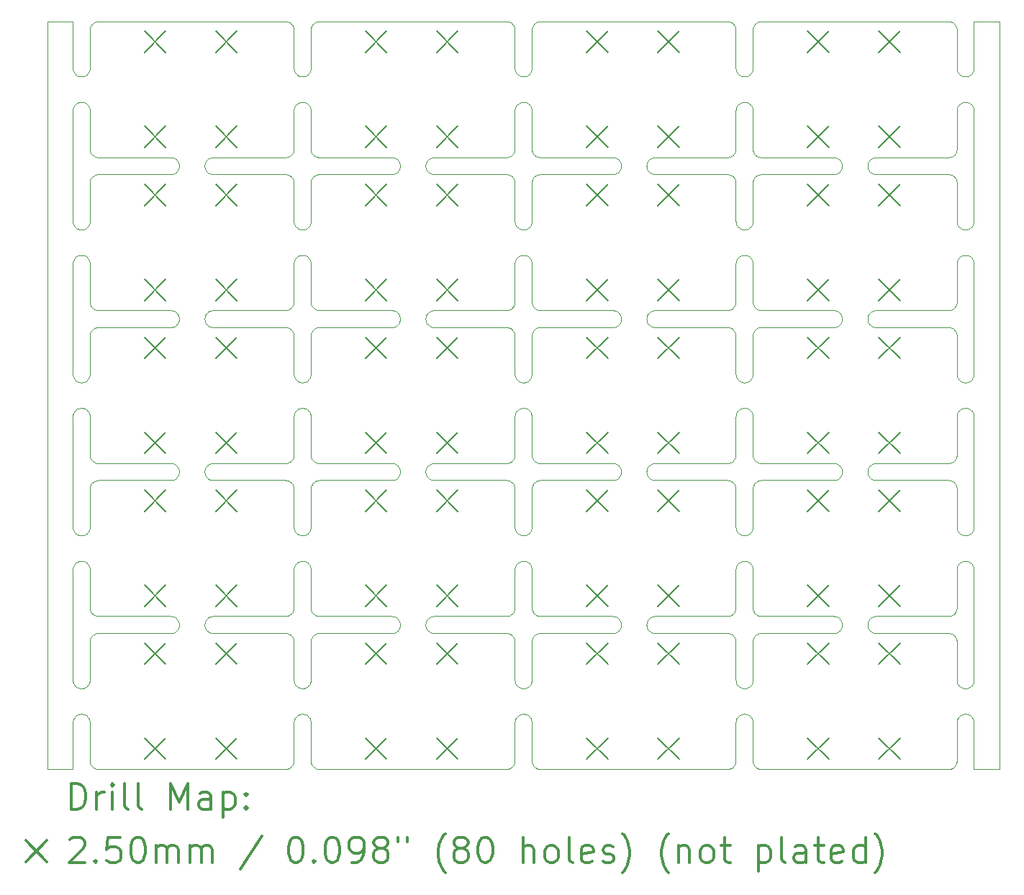
<source format=gbr>
%FSLAX45Y45*%
G04 Gerber Fmt 4.5, Leading zero omitted, Abs format (unit mm)*
G04 Created by KiCad (PCBNEW (5.1.7)-1) date 2021-12-09 11:19:01*
%MOMM*%
%LPD*%
G01*
G04 APERTURE LIST*
%TA.AperFunction,Profile*%
%ADD10C,0.100000*%
%TD*%
%ADD11C,0.200000*%
%ADD12C,0.300000*%
G04 APERTURE END LIST*
D10*
X4799900Y-7350880D02*
X4799900Y-6049120D01*
X4800380Y-7360600D02*
X4799900Y-7350880D01*
X4801800Y-7370220D02*
X4800380Y-7360600D01*
X4804160Y-7379640D02*
X4801800Y-7370220D01*
X4807440Y-7388790D02*
X4804160Y-7379640D01*
X4811590Y-7397570D02*
X4807440Y-7388790D01*
X4816590Y-7405900D02*
X4811590Y-7397570D01*
X4822370Y-7413710D02*
X4816590Y-7405900D01*
X4828900Y-7420900D02*
X4822370Y-7413710D01*
X4836100Y-7427430D02*
X4828900Y-7420900D01*
X4843900Y-7433220D02*
X4836100Y-7427430D01*
X4852230Y-7438210D02*
X4843900Y-7433220D01*
X4861010Y-7442360D02*
X4852230Y-7438210D01*
X4870160Y-7445640D02*
X4861010Y-7442360D01*
X4879590Y-7448000D02*
X4870160Y-7445640D01*
X4889200Y-7449420D02*
X4879590Y-7448000D01*
X4898920Y-7449900D02*
X4889200Y-7449420D01*
X4910600Y-7449420D02*
X4898920Y-7449900D01*
X4920210Y-7448000D02*
X4910600Y-7449420D01*
X4929640Y-7445640D02*
X4920210Y-7448000D01*
X4938790Y-7442360D02*
X4929640Y-7445640D01*
X4947570Y-7438210D02*
X4938790Y-7442360D01*
X4955900Y-7433220D02*
X4947570Y-7438210D01*
X4963700Y-7427430D02*
X4955900Y-7433220D01*
X4970900Y-7420900D02*
X4963700Y-7427430D01*
X4977430Y-7413710D02*
X4970900Y-7420900D01*
X4983210Y-7405900D02*
X4977430Y-7413710D01*
X4988210Y-7397570D02*
X4983210Y-7405900D01*
X4992360Y-7388790D02*
X4988210Y-7397570D01*
X4995640Y-7379640D02*
X4992360Y-7388790D01*
X4998000Y-7370220D02*
X4995640Y-7379640D01*
X4999420Y-7360600D02*
X4998000Y-7370220D01*
X4999900Y-7350880D02*
X4999420Y-7360600D01*
X4999900Y-6900660D02*
X4999900Y-7350880D01*
X5000480Y-6889560D02*
X4999900Y-6900660D01*
X5002120Y-6879220D02*
X5000480Y-6889560D01*
X5004840Y-6869050D02*
X5002120Y-6879220D01*
X5008600Y-6859270D02*
X5004840Y-6869050D01*
X5012710Y-6851120D02*
X5008600Y-6859270D01*
X5014030Y-6848850D02*
X5012710Y-6851120D01*
X5018310Y-6842250D02*
X5014030Y-6848850D01*
X5019840Y-6840140D02*
X5018310Y-6842250D01*
X5025620Y-6833060D02*
X5019840Y-6840140D01*
X5032090Y-6826540D02*
X5025620Y-6833060D01*
X5034040Y-6824780D02*
X5032090Y-6826540D01*
X5041160Y-6819060D02*
X5034040Y-6824780D01*
X5049950Y-6813350D02*
X5041160Y-6819060D01*
X5059330Y-6808580D02*
X5049950Y-6813350D01*
X5067840Y-6805270D02*
X5059330Y-6808580D01*
X5070340Y-6804460D02*
X5067840Y-6805270D01*
X5079170Y-6802130D02*
X5070340Y-6804460D01*
X5088240Y-6800660D02*
X5079170Y-6802130D01*
X5090850Y-6800380D02*
X5088240Y-6800660D01*
X5100010Y-6799910D02*
X5090850Y-6800380D01*
X5950880Y-6799900D02*
X5100010Y-6799910D01*
X5960600Y-6799420D02*
X5950880Y-6799900D01*
X5970210Y-6798000D02*
X5960600Y-6799420D01*
X5979640Y-6795640D02*
X5970210Y-6798000D01*
X5988790Y-6792360D02*
X5979640Y-6795640D01*
X5997570Y-6788210D02*
X5988790Y-6792360D01*
X6005900Y-6783210D02*
X5997570Y-6788210D01*
X6013700Y-6777430D02*
X6005900Y-6783210D01*
X6020900Y-6770900D02*
X6013700Y-6777430D01*
X6027430Y-6763700D02*
X6020900Y-6770900D01*
X6033210Y-6755900D02*
X6027430Y-6763700D01*
X6038210Y-6747570D02*
X6033210Y-6755900D01*
X6042360Y-6738790D02*
X6038210Y-6747570D01*
X6045640Y-6729640D02*
X6042360Y-6738790D01*
X6048000Y-6720210D02*
X6045640Y-6729640D01*
X6049420Y-6710600D02*
X6048000Y-6720210D01*
X6049900Y-6700880D02*
X6049420Y-6710600D01*
X6049420Y-6689400D02*
X6049900Y-6700880D01*
X6048000Y-6679790D02*
X6049420Y-6689400D01*
X6045640Y-6670360D02*
X6048000Y-6679790D01*
X6042360Y-6661210D02*
X6045640Y-6670360D01*
X6038210Y-6652430D02*
X6042360Y-6661210D01*
X6033210Y-6644100D02*
X6038210Y-6652430D01*
X6027430Y-6636300D02*
X6033210Y-6644100D01*
X6020900Y-6629100D02*
X6027430Y-6636300D01*
X6013700Y-6622570D02*
X6020900Y-6629100D01*
X6005900Y-6616790D02*
X6013700Y-6622570D01*
X5997570Y-6611790D02*
X6005900Y-6616790D01*
X5988790Y-6607640D02*
X5997570Y-6611790D01*
X5979640Y-6604360D02*
X5988790Y-6607640D01*
X5970210Y-6602000D02*
X5979640Y-6604360D01*
X5960600Y-6600580D02*
X5970210Y-6602000D01*
X5950880Y-6600100D02*
X5960600Y-6600580D01*
X5100010Y-6600090D02*
X5950880Y-6600100D01*
X5090850Y-6599620D02*
X5100010Y-6600090D01*
X5088240Y-6599350D02*
X5090850Y-6599620D01*
X5079220Y-6597880D02*
X5088240Y-6599350D01*
X5070340Y-6595540D02*
X5079220Y-6597880D01*
X5067840Y-6594730D02*
X5070340Y-6595540D01*
X5059320Y-6591420D02*
X5067840Y-6594730D01*
X5049990Y-6586670D02*
X5059320Y-6591420D01*
X5041160Y-6580940D02*
X5049990Y-6586670D01*
X5034040Y-6575220D02*
X5041160Y-6580940D01*
X5032090Y-6573460D02*
X5034040Y-6575220D01*
X5026520Y-6567890D02*
X5032090Y-6573460D01*
X5024780Y-6565960D02*
X5026520Y-6567890D01*
X5019060Y-6558840D02*
X5024780Y-6565960D01*
X5014030Y-6551150D02*
X5019060Y-6558840D01*
X5012710Y-6548880D02*
X5014030Y-6551150D01*
X5008600Y-6540720D02*
X5012710Y-6548880D01*
X5004840Y-6530940D02*
X5008600Y-6540720D01*
X5002130Y-6520830D02*
X5004840Y-6530940D01*
X5000480Y-6510430D02*
X5002130Y-6520830D01*
X4999900Y-6499350D02*
X5000480Y-6510430D01*
X4999900Y-6049120D02*
X4999900Y-6499350D01*
X4999420Y-6039400D02*
X4999900Y-6049120D01*
X4998000Y-6029790D02*
X4999420Y-6039400D01*
X4995640Y-6020360D02*
X4998000Y-6029790D01*
X4992360Y-6011220D02*
X4995640Y-6020360D01*
X4988210Y-6002430D02*
X4992360Y-6011220D01*
X4983210Y-5994100D02*
X4988210Y-6002430D01*
X4977430Y-5986300D02*
X4983210Y-5994100D01*
X4970900Y-5979100D02*
X4977430Y-5986300D01*
X4963700Y-5972570D02*
X4970900Y-5979100D01*
X4955900Y-5966790D02*
X4963700Y-5972570D01*
X4947570Y-5961790D02*
X4955900Y-5966790D01*
X4938790Y-5957640D02*
X4947570Y-5961790D01*
X4929640Y-5954360D02*
X4938790Y-5957640D01*
X4920210Y-5952000D02*
X4929640Y-5954360D01*
X4910600Y-5950580D02*
X4920210Y-5952000D01*
X4898920Y-5950100D02*
X4910600Y-5950580D01*
X4889200Y-5950580D02*
X4898920Y-5950100D01*
X4879590Y-5952000D02*
X4889200Y-5950580D01*
X4870160Y-5954360D02*
X4879590Y-5952000D01*
X4861010Y-5957640D02*
X4870160Y-5954360D01*
X4852230Y-5961790D02*
X4861010Y-5957640D01*
X4843900Y-5966790D02*
X4852230Y-5961790D01*
X4836100Y-5972570D02*
X4843900Y-5966790D01*
X4828900Y-5979100D02*
X4836100Y-5972570D01*
X4822370Y-5986300D02*
X4828900Y-5979100D01*
X4816590Y-5994100D02*
X4822370Y-5986300D01*
X4811590Y-6002430D02*
X4816590Y-5994100D01*
X4807440Y-6011220D02*
X4811590Y-6002430D01*
X4804160Y-6020360D02*
X4807440Y-6011220D01*
X4801800Y-6029790D02*
X4804160Y-6020360D01*
X4800380Y-6039400D02*
X4801800Y-6029790D01*
X4799900Y-6049120D02*
X4800380Y-6039400D01*
X4799900Y-9150880D02*
X4799900Y-7849130D01*
X4800380Y-9160610D02*
X4799900Y-9150880D01*
X4801800Y-9170220D02*
X4800380Y-9160610D01*
X4804160Y-9179640D02*
X4801800Y-9170220D01*
X4807440Y-9188790D02*
X4804160Y-9179640D01*
X4811590Y-9197570D02*
X4807440Y-9188790D01*
X4816590Y-9205900D02*
X4811590Y-9197570D01*
X4822370Y-9213710D02*
X4816590Y-9205900D01*
X4828900Y-9220900D02*
X4822370Y-9213710D01*
X4836100Y-9227430D02*
X4828900Y-9220900D01*
X4843900Y-9233220D02*
X4836100Y-9227430D01*
X4852230Y-9238210D02*
X4843900Y-9233220D01*
X4861010Y-9242370D02*
X4852230Y-9238210D01*
X4870160Y-9245640D02*
X4861010Y-9242370D01*
X4879590Y-9248000D02*
X4870160Y-9245640D01*
X4889200Y-9249420D02*
X4879590Y-9248000D01*
X4898920Y-9249900D02*
X4889200Y-9249420D01*
X4910600Y-9249420D02*
X4898920Y-9249900D01*
X4920210Y-9248000D02*
X4910600Y-9249420D01*
X4929640Y-9245640D02*
X4920210Y-9248000D01*
X4938790Y-9242370D02*
X4929640Y-9245640D01*
X4947570Y-9238210D02*
X4938790Y-9242370D01*
X4955900Y-9233220D02*
X4947570Y-9238210D01*
X4963700Y-9227430D02*
X4955900Y-9233220D01*
X4970900Y-9220900D02*
X4963700Y-9227430D01*
X4977430Y-9213710D02*
X4970900Y-9220900D01*
X4983210Y-9205900D02*
X4977430Y-9213710D01*
X4988210Y-9197570D02*
X4983210Y-9205900D01*
X4992360Y-9188790D02*
X4988210Y-9197570D01*
X4995640Y-9179640D02*
X4992360Y-9188790D01*
X4998000Y-9170220D02*
X4995640Y-9179640D01*
X4999420Y-9160610D02*
X4998000Y-9170220D01*
X4999900Y-9150880D02*
X4999420Y-9160610D01*
X4999900Y-8700660D02*
X4999900Y-9150880D01*
X5000480Y-8689570D02*
X4999900Y-8700660D01*
X5002120Y-8679220D02*
X5000480Y-8689570D01*
X5004840Y-8669050D02*
X5002120Y-8679220D01*
X5008600Y-8659280D02*
X5004840Y-8669050D01*
X5012710Y-8651130D02*
X5008600Y-8659280D01*
X5014030Y-8648850D02*
X5012710Y-8651130D01*
X5018310Y-8642250D02*
X5014030Y-8648850D01*
X5019840Y-8640140D02*
X5018310Y-8642250D01*
X5025620Y-8633060D02*
X5019840Y-8640140D01*
X5032090Y-8626540D02*
X5025620Y-8633060D01*
X5034040Y-8624790D02*
X5032090Y-8626540D01*
X5041160Y-8619060D02*
X5034040Y-8624790D01*
X5049950Y-8613350D02*
X5041160Y-8619060D01*
X5059330Y-8608580D02*
X5049950Y-8613350D01*
X5067840Y-8605270D02*
X5059330Y-8608580D01*
X5070340Y-8604460D02*
X5067840Y-8605270D01*
X5079170Y-8602130D02*
X5070340Y-8604460D01*
X5088240Y-8600660D02*
X5079170Y-8602130D01*
X5090850Y-8600380D02*
X5088240Y-8600660D01*
X5100010Y-8599910D02*
X5090850Y-8600380D01*
X5950880Y-8599900D02*
X5100010Y-8599910D01*
X5960600Y-8599420D02*
X5950880Y-8599900D01*
X5970210Y-8598000D02*
X5960600Y-8599420D01*
X5979640Y-8595640D02*
X5970210Y-8598000D01*
X5988790Y-8592360D02*
X5979640Y-8595640D01*
X5997570Y-8588210D02*
X5988790Y-8592360D01*
X6005900Y-8583220D02*
X5997570Y-8588210D01*
X6013700Y-8577430D02*
X6005900Y-8583220D01*
X6020900Y-8570900D02*
X6013700Y-8577430D01*
X6027430Y-8563700D02*
X6020900Y-8570900D01*
X6033210Y-8555900D02*
X6027430Y-8563700D01*
X6038210Y-8547570D02*
X6033210Y-8555900D01*
X6042360Y-8538790D02*
X6038210Y-8547570D01*
X6045640Y-8529640D02*
X6042360Y-8538790D01*
X6048000Y-8520210D02*
X6045640Y-8529640D01*
X6049420Y-8510600D02*
X6048000Y-8520210D01*
X6049900Y-8500880D02*
X6049420Y-8510600D01*
X6049420Y-8489400D02*
X6049900Y-8500880D01*
X6048000Y-8479790D02*
X6049420Y-8489400D01*
X6045640Y-8470360D02*
X6048000Y-8479790D01*
X6042360Y-8461220D02*
X6045640Y-8470360D01*
X6038210Y-8452430D02*
X6042360Y-8461220D01*
X6033210Y-8444100D02*
X6038210Y-8452430D01*
X6027430Y-8436300D02*
X6033210Y-8444100D01*
X6020900Y-8429100D02*
X6027430Y-8436300D01*
X6013700Y-8422570D02*
X6020900Y-8429100D01*
X6005900Y-8416790D02*
X6013700Y-8422570D01*
X5997570Y-8411790D02*
X6005900Y-8416790D01*
X5988790Y-8407640D02*
X5997570Y-8411790D01*
X5979640Y-8404360D02*
X5988790Y-8407640D01*
X5970210Y-8402000D02*
X5979640Y-8404360D01*
X5960600Y-8400580D02*
X5970210Y-8402000D01*
X5950880Y-8400100D02*
X5960600Y-8400580D01*
X5100010Y-8400090D02*
X5950880Y-8400100D01*
X5090850Y-8399620D02*
X5100010Y-8400090D01*
X5088240Y-8399350D02*
X5090850Y-8399620D01*
X5079220Y-8397880D02*
X5088240Y-8399350D01*
X5070340Y-8395540D02*
X5079220Y-8397880D01*
X5067840Y-8394730D02*
X5070340Y-8395540D01*
X5059320Y-8391420D02*
X5067840Y-8394730D01*
X5049990Y-8386670D02*
X5059320Y-8391420D01*
X5041160Y-8380940D02*
X5049990Y-8386670D01*
X5034040Y-8375220D02*
X5041160Y-8380940D01*
X5032090Y-8373460D02*
X5034040Y-8375220D01*
X5026520Y-8367890D02*
X5032090Y-8373460D01*
X5024780Y-8365960D02*
X5026520Y-8367890D01*
X5019060Y-8358840D02*
X5024780Y-8365960D01*
X5014030Y-8351160D02*
X5019060Y-8358840D01*
X5012710Y-8348880D02*
X5014030Y-8351160D01*
X5008600Y-8340720D02*
X5012710Y-8348880D01*
X5004840Y-8330950D02*
X5008600Y-8340720D01*
X5002130Y-8320830D02*
X5004840Y-8330950D01*
X5000480Y-8310430D02*
X5002130Y-8320830D01*
X4999900Y-8299350D02*
X5000480Y-8310430D01*
X4999900Y-7849130D02*
X4999900Y-8299350D01*
X4999420Y-7839400D02*
X4999900Y-7849130D01*
X4998000Y-7829790D02*
X4999420Y-7839400D01*
X4995640Y-7820360D02*
X4998000Y-7829790D01*
X4992360Y-7811220D02*
X4995640Y-7820360D01*
X4988210Y-7802430D02*
X4992360Y-7811220D01*
X4983210Y-7794100D02*
X4988210Y-7802430D01*
X4977430Y-7786300D02*
X4983210Y-7794100D01*
X4970900Y-7779100D02*
X4977430Y-7786300D01*
X4963700Y-7772570D02*
X4970900Y-7779100D01*
X4955900Y-7766790D02*
X4963700Y-7772570D01*
X4947570Y-7761790D02*
X4955900Y-7766790D01*
X4938790Y-7757640D02*
X4947570Y-7761790D01*
X4929640Y-7754370D02*
X4938790Y-7757640D01*
X4920210Y-7752000D02*
X4929640Y-7754370D01*
X4910600Y-7750580D02*
X4920210Y-7752000D01*
X4898920Y-7750100D02*
X4910600Y-7750580D01*
X4889200Y-7750580D02*
X4898920Y-7750100D01*
X4879590Y-7752000D02*
X4889200Y-7750580D01*
X4870160Y-7754370D02*
X4879590Y-7752000D01*
X4861010Y-7757640D02*
X4870160Y-7754370D01*
X4852230Y-7761790D02*
X4861010Y-7757640D01*
X4843900Y-7766790D02*
X4852230Y-7761790D01*
X4836100Y-7772570D02*
X4843900Y-7766790D01*
X4828900Y-7779100D02*
X4836100Y-7772570D01*
X4822370Y-7786300D02*
X4828900Y-7779100D01*
X4816590Y-7794100D02*
X4822370Y-7786300D01*
X4811590Y-7802430D02*
X4816590Y-7794100D01*
X4807440Y-7811220D02*
X4811590Y-7802430D01*
X4804160Y-7820360D02*
X4807440Y-7811220D01*
X4801800Y-7829790D02*
X4804160Y-7820360D01*
X4800380Y-7839400D02*
X4801800Y-7829790D01*
X4799900Y-7849130D02*
X4800380Y-7839400D01*
X4799900Y-10950880D02*
X4799900Y-9649130D01*
X4800380Y-10960610D02*
X4799900Y-10950880D01*
X4801800Y-10970220D02*
X4800380Y-10960610D01*
X4804160Y-10979640D02*
X4801800Y-10970220D01*
X4807440Y-10988790D02*
X4804160Y-10979640D01*
X4811590Y-10997570D02*
X4807440Y-10988790D01*
X4816590Y-11005900D02*
X4811590Y-10997570D01*
X4822370Y-11013710D02*
X4816590Y-11005900D01*
X4828900Y-11020910D02*
X4822370Y-11013710D01*
X4836100Y-11027430D02*
X4828900Y-11020910D01*
X4843900Y-11033220D02*
X4836100Y-11027430D01*
X4852230Y-11038210D02*
X4843900Y-11033220D01*
X4861010Y-11042370D02*
X4852230Y-11038210D01*
X4870160Y-11045640D02*
X4861010Y-11042370D01*
X4879590Y-11048000D02*
X4870160Y-11045640D01*
X4889200Y-11049430D02*
X4879590Y-11048000D01*
X4898920Y-11049900D02*
X4889200Y-11049430D01*
X4910600Y-11049430D02*
X4898920Y-11049900D01*
X4920210Y-11048000D02*
X4910600Y-11049430D01*
X4929640Y-11045640D02*
X4920210Y-11048000D01*
X4938790Y-11042370D02*
X4929640Y-11045640D01*
X4947570Y-11038210D02*
X4938790Y-11042370D01*
X4955900Y-11033220D02*
X4947570Y-11038210D01*
X4963700Y-11027430D02*
X4955900Y-11033220D01*
X4970900Y-11020910D02*
X4963700Y-11027430D01*
X4977430Y-11013710D02*
X4970900Y-11020910D01*
X4983210Y-11005900D02*
X4977430Y-11013710D01*
X4988210Y-10997570D02*
X4983210Y-11005900D01*
X4992360Y-10988790D02*
X4988210Y-10997570D01*
X4995640Y-10979640D02*
X4992360Y-10988790D01*
X4998000Y-10970220D02*
X4995640Y-10979640D01*
X4999420Y-10960610D02*
X4998000Y-10970220D01*
X4999900Y-10950880D02*
X4999420Y-10960610D01*
X4999900Y-10500660D02*
X4999900Y-10950880D01*
X5000480Y-10489570D02*
X4999900Y-10500660D01*
X5002120Y-10479220D02*
X5000480Y-10489570D01*
X5004840Y-10469050D02*
X5002120Y-10479220D01*
X5008600Y-10459280D02*
X5004840Y-10469050D01*
X5012710Y-10451130D02*
X5008600Y-10459280D01*
X5014030Y-10448850D02*
X5012710Y-10451130D01*
X5018310Y-10442250D02*
X5014030Y-10448850D01*
X5019840Y-10440140D02*
X5018310Y-10442250D01*
X5025620Y-10433060D02*
X5019840Y-10440140D01*
X5032090Y-10426550D02*
X5025620Y-10433060D01*
X5034040Y-10424790D02*
X5032090Y-10426550D01*
X5041160Y-10419060D02*
X5034040Y-10424790D01*
X5049950Y-10413360D02*
X5041160Y-10419060D01*
X5059330Y-10408580D02*
X5049950Y-10413360D01*
X5067840Y-10405270D02*
X5059330Y-10408580D01*
X5070340Y-10404460D02*
X5067840Y-10405270D01*
X5079170Y-10402130D02*
X5070340Y-10404460D01*
X5088240Y-10400660D02*
X5079170Y-10402130D01*
X5090850Y-10400380D02*
X5088240Y-10400660D01*
X5100010Y-10399910D02*
X5090850Y-10400380D01*
X5950880Y-10399900D02*
X5100010Y-10399910D01*
X5960600Y-10399420D02*
X5950880Y-10399900D01*
X5970210Y-10398000D02*
X5960600Y-10399420D01*
X5979640Y-10395640D02*
X5970210Y-10398000D01*
X5988790Y-10392360D02*
X5979640Y-10395640D01*
X5997570Y-10388210D02*
X5988790Y-10392360D01*
X6005900Y-10383220D02*
X5997570Y-10388210D01*
X6013700Y-10377430D02*
X6005900Y-10383220D01*
X6020900Y-10370900D02*
X6013700Y-10377430D01*
X6027430Y-10363710D02*
X6020900Y-10370900D01*
X6033210Y-10355900D02*
X6027430Y-10363710D01*
X6038210Y-10347570D02*
X6033210Y-10355900D01*
X6042360Y-10338790D02*
X6038210Y-10347570D01*
X6045640Y-10329640D02*
X6042360Y-10338790D01*
X6048000Y-10320210D02*
X6045640Y-10329640D01*
X6049420Y-10310600D02*
X6048000Y-10320210D01*
X6049900Y-10300880D02*
X6049420Y-10310600D01*
X6049420Y-10289400D02*
X6049900Y-10300880D01*
X6048000Y-10279790D02*
X6049420Y-10289400D01*
X6045640Y-10270360D02*
X6048000Y-10279790D01*
X6042360Y-10261220D02*
X6045640Y-10270360D01*
X6038210Y-10252430D02*
X6042360Y-10261220D01*
X6033210Y-10244100D02*
X6038210Y-10252430D01*
X6027430Y-10236300D02*
X6033210Y-10244100D01*
X6020900Y-10229100D02*
X6027430Y-10236300D01*
X6013700Y-10222570D02*
X6020900Y-10229100D01*
X6005900Y-10216790D02*
X6013700Y-10222570D01*
X5997570Y-10211790D02*
X6005900Y-10216790D01*
X5988790Y-10207640D02*
X5997570Y-10211790D01*
X5979640Y-10204370D02*
X5988790Y-10207640D01*
X5970210Y-10202000D02*
X5979640Y-10204370D01*
X5960600Y-10200580D02*
X5970210Y-10202000D01*
X5950880Y-10200100D02*
X5960600Y-10200580D01*
X5100010Y-10200090D02*
X5950880Y-10200100D01*
X5090850Y-10199620D02*
X5100010Y-10200090D01*
X5088240Y-10199350D02*
X5090850Y-10199620D01*
X5079220Y-10197890D02*
X5088240Y-10199350D01*
X5070340Y-10195540D02*
X5079220Y-10197890D01*
X5067840Y-10194730D02*
X5070340Y-10195540D01*
X5059320Y-10191430D02*
X5067840Y-10194730D01*
X5049990Y-10186670D02*
X5059320Y-10191430D01*
X5041160Y-10180940D02*
X5049990Y-10186670D01*
X5034040Y-10175220D02*
X5041160Y-10180940D01*
X5032090Y-10173460D02*
X5034040Y-10175220D01*
X5026520Y-10167890D02*
X5032090Y-10173460D01*
X5024780Y-10165960D02*
X5026520Y-10167890D01*
X5019060Y-10158840D02*
X5024780Y-10165960D01*
X5014030Y-10151160D02*
X5019060Y-10158840D01*
X5012710Y-10148880D02*
X5014030Y-10151160D01*
X5008600Y-10140720D02*
X5012710Y-10148880D01*
X5004840Y-10130950D02*
X5008600Y-10140720D01*
X5002130Y-10120830D02*
X5004840Y-10130950D01*
X5000480Y-10110430D02*
X5002130Y-10120830D01*
X4999900Y-10099350D02*
X5000480Y-10110430D01*
X4999900Y-9649130D02*
X4999900Y-10099350D01*
X4999420Y-9639400D02*
X4999900Y-9649130D01*
X4998000Y-9629790D02*
X4999420Y-9639400D01*
X4995640Y-9620360D02*
X4998000Y-9629790D01*
X4992360Y-9611220D02*
X4995640Y-9620360D01*
X4988210Y-9602430D02*
X4992360Y-9611220D01*
X4983210Y-9594100D02*
X4988210Y-9602430D01*
X4977430Y-9586300D02*
X4983210Y-9594100D01*
X4970900Y-9579100D02*
X4977430Y-9586300D01*
X4963700Y-9572580D02*
X4970900Y-9579100D01*
X4955900Y-9566790D02*
X4963700Y-9572580D01*
X4947570Y-9561790D02*
X4955900Y-9566790D01*
X4938790Y-9557640D02*
X4947570Y-9561790D01*
X4929640Y-9554370D02*
X4938790Y-9557640D01*
X4920210Y-9552010D02*
X4929640Y-9554370D01*
X4910600Y-9550580D02*
X4920210Y-9552010D01*
X4898920Y-9550100D02*
X4910600Y-9550580D01*
X4889200Y-9550580D02*
X4898920Y-9550100D01*
X4879590Y-9552010D02*
X4889200Y-9550580D01*
X4870160Y-9554370D02*
X4879590Y-9552010D01*
X4861010Y-9557640D02*
X4870160Y-9554370D01*
X4852230Y-9561790D02*
X4861010Y-9557640D01*
X4843900Y-9566790D02*
X4852230Y-9561790D01*
X4836100Y-9572580D02*
X4843900Y-9566790D01*
X4828900Y-9579100D02*
X4836100Y-9572580D01*
X4822370Y-9586300D02*
X4828900Y-9579100D01*
X4816590Y-9594100D02*
X4822370Y-9586300D01*
X4811590Y-9602430D02*
X4816590Y-9594100D01*
X4807440Y-9611220D02*
X4811590Y-9602430D01*
X4804160Y-9620360D02*
X4807440Y-9611220D01*
X4801800Y-9629790D02*
X4804160Y-9620360D01*
X4800380Y-9639400D02*
X4801800Y-9629790D01*
X4799900Y-9649130D02*
X4800380Y-9639400D01*
X4799900Y-12750880D02*
X4799900Y-11449130D01*
X4800380Y-12760610D02*
X4799900Y-12750880D01*
X4801800Y-12770220D02*
X4800380Y-12760610D01*
X4804160Y-12779640D02*
X4801800Y-12770220D01*
X4807440Y-12788790D02*
X4804160Y-12779640D01*
X4811590Y-12797570D02*
X4807440Y-12788790D01*
X4816590Y-12805900D02*
X4811590Y-12797570D01*
X4822370Y-12813710D02*
X4816590Y-12805900D01*
X4828900Y-12820910D02*
X4822370Y-12813710D01*
X4836100Y-12827430D02*
X4828900Y-12820910D01*
X4843900Y-12833220D02*
X4836100Y-12827430D01*
X4852230Y-12838210D02*
X4843900Y-12833220D01*
X4861010Y-12842370D02*
X4852230Y-12838210D01*
X4870160Y-12845640D02*
X4861010Y-12842370D01*
X4879590Y-12848000D02*
X4870160Y-12845640D01*
X4889200Y-12849430D02*
X4879590Y-12848000D01*
X4898920Y-12849900D02*
X4889200Y-12849430D01*
X4910600Y-12849430D02*
X4898920Y-12849900D01*
X4920210Y-12848000D02*
X4910600Y-12849430D01*
X4929640Y-12845640D02*
X4920210Y-12848000D01*
X4938790Y-12842370D02*
X4929640Y-12845640D01*
X4947570Y-12838210D02*
X4938790Y-12842370D01*
X4955900Y-12833220D02*
X4947570Y-12838210D01*
X4963700Y-12827430D02*
X4955900Y-12833220D01*
X4970900Y-12820910D02*
X4963700Y-12827430D01*
X4977430Y-12813710D02*
X4970900Y-12820910D01*
X4983210Y-12805900D02*
X4977430Y-12813710D01*
X4988210Y-12797570D02*
X4983210Y-12805900D01*
X4992360Y-12788790D02*
X4988210Y-12797570D01*
X4995640Y-12779640D02*
X4992360Y-12788790D01*
X4998000Y-12770220D02*
X4995640Y-12779640D01*
X4999420Y-12760610D02*
X4998000Y-12770220D01*
X4999900Y-12750880D02*
X4999420Y-12760610D01*
X4999900Y-12300660D02*
X4999900Y-12750880D01*
X5000480Y-12289570D02*
X4999900Y-12300660D01*
X5002120Y-12279220D02*
X5000480Y-12289570D01*
X5004840Y-12269050D02*
X5002120Y-12279220D01*
X5008600Y-12259280D02*
X5004840Y-12269050D01*
X5012710Y-12251130D02*
X5008600Y-12259280D01*
X5014030Y-12248850D02*
X5012710Y-12251130D01*
X5018310Y-12242250D02*
X5014030Y-12248850D01*
X5019840Y-12240140D02*
X5018310Y-12242250D01*
X5025620Y-12233060D02*
X5019840Y-12240140D01*
X5032090Y-12226550D02*
X5025620Y-12233060D01*
X5034040Y-12224790D02*
X5032090Y-12226550D01*
X5041160Y-12219060D02*
X5034040Y-12224790D01*
X5049950Y-12213360D02*
X5041160Y-12219060D01*
X5059330Y-12208580D02*
X5049950Y-12213360D01*
X5067840Y-12205270D02*
X5059330Y-12208580D01*
X5070340Y-12204460D02*
X5067840Y-12205270D01*
X5079170Y-12202130D02*
X5070340Y-12204460D01*
X5088240Y-12200660D02*
X5079170Y-12202130D01*
X5090840Y-12200380D02*
X5088240Y-12200660D01*
X5100010Y-12199910D02*
X5090840Y-12200380D01*
X5950880Y-12199900D02*
X5100010Y-12199910D01*
X5960600Y-12199420D02*
X5950880Y-12199900D01*
X5970210Y-12198000D02*
X5960600Y-12199420D01*
X5979640Y-12195640D02*
X5970210Y-12198000D01*
X5988790Y-12192360D02*
X5979640Y-12195640D01*
X5997570Y-12188210D02*
X5988790Y-12192360D01*
X6005900Y-12183220D02*
X5997570Y-12188210D01*
X6013700Y-12177430D02*
X6005900Y-12183220D01*
X6020900Y-12170900D02*
X6013700Y-12177430D01*
X6027430Y-12163710D02*
X6020900Y-12170900D01*
X6033210Y-12155900D02*
X6027430Y-12163710D01*
X6038210Y-12147570D02*
X6033210Y-12155900D01*
X6042360Y-12138790D02*
X6038210Y-12147570D01*
X6045640Y-12129640D02*
X6042360Y-12138790D01*
X6048000Y-12120220D02*
X6045640Y-12129640D01*
X6049420Y-12110610D02*
X6048000Y-12120220D01*
X6049900Y-12100880D02*
X6049420Y-12110610D01*
X6049420Y-12089400D02*
X6049900Y-12100880D01*
X6048000Y-12079790D02*
X6049420Y-12089400D01*
X6045640Y-12070360D02*
X6048000Y-12079790D01*
X6042360Y-12061220D02*
X6045640Y-12070360D01*
X6038210Y-12052430D02*
X6042360Y-12061220D01*
X6033210Y-12044100D02*
X6038210Y-12052430D01*
X6027430Y-12036300D02*
X6033210Y-12044100D01*
X6020900Y-12029100D02*
X6027430Y-12036300D01*
X6013700Y-12022570D02*
X6020900Y-12029100D01*
X6005900Y-12016790D02*
X6013700Y-12022570D01*
X5997570Y-12011790D02*
X6005900Y-12016790D01*
X5988790Y-12007640D02*
X5997570Y-12011790D01*
X5979640Y-12004370D02*
X5988790Y-12007640D01*
X5970210Y-12002010D02*
X5979640Y-12004370D01*
X5960600Y-12000580D02*
X5970210Y-12002010D01*
X5950880Y-12000100D02*
X5960600Y-12000580D01*
X5100010Y-12000090D02*
X5950880Y-12000100D01*
X5090850Y-11999620D02*
X5100010Y-12000090D01*
X5088240Y-11999350D02*
X5090850Y-11999620D01*
X5079220Y-11997890D02*
X5088240Y-11999350D01*
X5070340Y-11995540D02*
X5079220Y-11997890D01*
X5067840Y-11994730D02*
X5070340Y-11995540D01*
X5059320Y-11991430D02*
X5067840Y-11994730D01*
X5049990Y-11986670D02*
X5059320Y-11991430D01*
X5041160Y-11980940D02*
X5049990Y-11986670D01*
X5034040Y-11975220D02*
X5041160Y-11980940D01*
X5032090Y-11973460D02*
X5034040Y-11975220D01*
X5026520Y-11967900D02*
X5032090Y-11973460D01*
X5024780Y-11965960D02*
X5026520Y-11967900D01*
X5019060Y-11958840D02*
X5024780Y-11965960D01*
X5014030Y-11951160D02*
X5019060Y-11958840D01*
X5012710Y-11948880D02*
X5014030Y-11951160D01*
X5008600Y-11940720D02*
X5012710Y-11948880D01*
X5004840Y-11930950D02*
X5008600Y-11940720D01*
X5002130Y-11920830D02*
X5004840Y-11930950D01*
X5000480Y-11910430D02*
X5002130Y-11920830D01*
X4999900Y-11899350D02*
X5000480Y-11910430D01*
X4999900Y-11449130D02*
X4999900Y-11899350D01*
X4999420Y-11439400D02*
X4999900Y-11449130D01*
X4998000Y-11429790D02*
X4999420Y-11439400D01*
X4995640Y-11420370D02*
X4998000Y-11429790D01*
X4992360Y-11411220D02*
X4995640Y-11420370D01*
X4988210Y-11402440D02*
X4992360Y-11411220D01*
X4983210Y-11394100D02*
X4988210Y-11402440D01*
X4977430Y-11386300D02*
X4983210Y-11394100D01*
X4970900Y-11379100D02*
X4977430Y-11386300D01*
X4963700Y-11372580D02*
X4970900Y-11379100D01*
X4955900Y-11366790D02*
X4963700Y-11372580D01*
X4947570Y-11361790D02*
X4955900Y-11366790D01*
X4938790Y-11357640D02*
X4947570Y-11361790D01*
X4929640Y-11354370D02*
X4938790Y-11357640D01*
X4920210Y-11352010D02*
X4929640Y-11354370D01*
X4910600Y-11350580D02*
X4920210Y-11352010D01*
X4898920Y-11350100D02*
X4910600Y-11350580D01*
X4889200Y-11350580D02*
X4898920Y-11350100D01*
X4879590Y-11352010D02*
X4889200Y-11350580D01*
X4870160Y-11354370D02*
X4879590Y-11352010D01*
X4861010Y-11357640D02*
X4870160Y-11354370D01*
X4852230Y-11361790D02*
X4861010Y-11357640D01*
X4843900Y-11366790D02*
X4852230Y-11361790D01*
X4836100Y-11372580D02*
X4843900Y-11366790D01*
X4828900Y-11379100D02*
X4836100Y-11372580D01*
X4822370Y-11386300D02*
X4828900Y-11379100D01*
X4816590Y-11394100D02*
X4822370Y-11386300D01*
X4811590Y-11402440D02*
X4816590Y-11394100D01*
X4807440Y-11411220D02*
X4811590Y-11402440D01*
X4804160Y-11420370D02*
X4807440Y-11411220D01*
X4801800Y-11429790D02*
X4804160Y-11420370D01*
X4800380Y-11439400D02*
X4801800Y-11429790D01*
X4799900Y-11449130D02*
X4800380Y-11439400D01*
X6350580Y-10310610D02*
X6350100Y-10299130D01*
X6352000Y-10320220D02*
X6350580Y-10310610D01*
X6354360Y-10329640D02*
X6352000Y-10320220D01*
X6357640Y-10338790D02*
X6354360Y-10329640D01*
X6361790Y-10347570D02*
X6357640Y-10338790D01*
X6366790Y-10355900D02*
X6361790Y-10347570D01*
X6372570Y-10363710D02*
X6366790Y-10355900D01*
X6379100Y-10370900D02*
X6372570Y-10363710D01*
X6386300Y-10377430D02*
X6379100Y-10370900D01*
X6394100Y-10383220D02*
X6386300Y-10377430D01*
X6402430Y-10388210D02*
X6394100Y-10383220D01*
X6411220Y-10392360D02*
X6402430Y-10388210D01*
X6420360Y-10395640D02*
X6411220Y-10392360D01*
X6429790Y-10398000D02*
X6420360Y-10395640D01*
X6439400Y-10399420D02*
X6429790Y-10398000D01*
X6449120Y-10399900D02*
X6439400Y-10399420D01*
X7299990Y-10399910D02*
X6449120Y-10399900D01*
X7310440Y-10400480D02*
X7299990Y-10399910D01*
X7319510Y-10401880D02*
X7310440Y-10400480D01*
X7322080Y-10402430D02*
X7319510Y-10401880D01*
X7330900Y-10404830D02*
X7322080Y-10402430D01*
X7339490Y-10408080D02*
X7330900Y-10404830D01*
X7341890Y-10409150D02*
X7339490Y-10408080D01*
X7350010Y-10413330D02*
X7341890Y-10409150D01*
X7357730Y-10418300D02*
X7350010Y-10413330D01*
X7359860Y-10419850D02*
X7357730Y-10418300D01*
X7366940Y-10425620D02*
X7359860Y-10419850D01*
X7374350Y-10433030D02*
X7366940Y-10425620D01*
X7380940Y-10441170D02*
X7374350Y-10433030D01*
X7386650Y-10449950D02*
X7380940Y-10441170D01*
X7391400Y-10459280D02*
X7386650Y-10449950D01*
X7395160Y-10469060D02*
X7391400Y-10459280D01*
X7397870Y-10479180D02*
X7395160Y-10469060D01*
X7399520Y-10489570D02*
X7397870Y-10479180D01*
X7400100Y-10500650D02*
X7399520Y-10489570D01*
X7400100Y-10950880D02*
X7400100Y-10500650D01*
X7400580Y-10960610D02*
X7400100Y-10950880D01*
X7402000Y-10970220D02*
X7400580Y-10960610D01*
X7404360Y-10979640D02*
X7402000Y-10970220D01*
X7407640Y-10988790D02*
X7404360Y-10979640D01*
X7411790Y-10997570D02*
X7407640Y-10988790D01*
X7416790Y-11005900D02*
X7411790Y-10997570D01*
X7422570Y-11013710D02*
X7416790Y-11005900D01*
X7429100Y-11020910D02*
X7422570Y-11013710D01*
X7436300Y-11027430D02*
X7429100Y-11020910D01*
X7444100Y-11033220D02*
X7436300Y-11027430D01*
X7452430Y-11038210D02*
X7444100Y-11033220D01*
X7461210Y-11042370D02*
X7452430Y-11038210D01*
X7470360Y-11045640D02*
X7461210Y-11042370D01*
X7479790Y-11048000D02*
X7470360Y-11045640D01*
X7489400Y-11049430D02*
X7479790Y-11048000D01*
X7499120Y-11049900D02*
X7489400Y-11049430D01*
X7510600Y-11049430D02*
X7499120Y-11049900D01*
X7520210Y-11048000D02*
X7510600Y-11049430D01*
X7529640Y-11045640D02*
X7520210Y-11048000D01*
X7538790Y-11042370D02*
X7529640Y-11045640D01*
X7547570Y-11038210D02*
X7538790Y-11042370D01*
X7555900Y-11033220D02*
X7547570Y-11038210D01*
X7563700Y-11027430D02*
X7555900Y-11033220D01*
X7570900Y-11020910D02*
X7563700Y-11027430D01*
X7577430Y-11013710D02*
X7570900Y-11020910D01*
X7583220Y-11005900D02*
X7577430Y-11013710D01*
X7588210Y-10997570D02*
X7583220Y-11005900D01*
X7592360Y-10988790D02*
X7588210Y-10997570D01*
X7595640Y-10979640D02*
X7592360Y-10988790D01*
X7598000Y-10970220D02*
X7595640Y-10979640D01*
X7599420Y-10960610D02*
X7598000Y-10970220D01*
X7599900Y-10950880D02*
X7599420Y-10960610D01*
X7599900Y-10500660D02*
X7599900Y-10950880D01*
X7600480Y-10489570D02*
X7599900Y-10500660D01*
X7602120Y-10479220D02*
X7600480Y-10489570D01*
X7604830Y-10469100D02*
X7602120Y-10479220D01*
X7608580Y-10459320D02*
X7604830Y-10469100D01*
X7613360Y-10449950D02*
X7608580Y-10459320D01*
X7619060Y-10441160D02*
X7613360Y-10449950D01*
X7625660Y-10433020D02*
X7619060Y-10441160D01*
X7633070Y-10425620D02*
X7625660Y-10433020D01*
X7640140Y-10419850D02*
X7633070Y-10425620D01*
X7642270Y-10418300D02*
X7640140Y-10419850D01*
X7649950Y-10413360D02*
X7642270Y-10418300D01*
X7658110Y-10409150D02*
X7649950Y-10413360D01*
X7660510Y-10408090D02*
X7658110Y-10409150D01*
X7669110Y-10404830D02*
X7660510Y-10408090D01*
X7677920Y-10402430D02*
X7669110Y-10404830D01*
X7680490Y-10401880D02*
X7677920Y-10402430D01*
X7689570Y-10400480D02*
X7680490Y-10401880D01*
X7700010Y-10399910D02*
X7689570Y-10400480D01*
X8550880Y-10399900D02*
X7700010Y-10399910D01*
X8560600Y-10399420D02*
X8550880Y-10399900D01*
X8570210Y-10398000D02*
X8560600Y-10399420D01*
X8579640Y-10395640D02*
X8570210Y-10398000D01*
X8588790Y-10392360D02*
X8579640Y-10395640D01*
X8597570Y-10388210D02*
X8588790Y-10392360D01*
X8605900Y-10383220D02*
X8597570Y-10388210D01*
X8613710Y-10377430D02*
X8605900Y-10383220D01*
X8620900Y-10370900D02*
X8613710Y-10377430D01*
X8627430Y-10363710D02*
X8620900Y-10370900D01*
X8633220Y-10355900D02*
X8627430Y-10363710D01*
X8638210Y-10347570D02*
X8633220Y-10355900D01*
X8642360Y-10338790D02*
X8638210Y-10347570D01*
X8645640Y-10329640D02*
X8642360Y-10338790D01*
X8648000Y-10320210D02*
X8645640Y-10329640D01*
X8649420Y-10310600D02*
X8648000Y-10320210D01*
X8649900Y-10300880D02*
X8649420Y-10310600D01*
X8649420Y-10289400D02*
X8649900Y-10300880D01*
X8648000Y-10279790D02*
X8649420Y-10289400D01*
X8645640Y-10270360D02*
X8648000Y-10279790D01*
X8642360Y-10261220D02*
X8645640Y-10270360D01*
X8638210Y-10252430D02*
X8642360Y-10261220D01*
X8633220Y-10244100D02*
X8638210Y-10252430D01*
X8627430Y-10236300D02*
X8633220Y-10244100D01*
X8620900Y-10229100D02*
X8627430Y-10236300D01*
X8613710Y-10222570D02*
X8620900Y-10229100D01*
X8605900Y-10216790D02*
X8613710Y-10222570D01*
X8597570Y-10211790D02*
X8605900Y-10216790D01*
X8588790Y-10207640D02*
X8597570Y-10211790D01*
X8579640Y-10204370D02*
X8588790Y-10207640D01*
X8570210Y-10202000D02*
X8579640Y-10204370D01*
X8560600Y-10200580D02*
X8570210Y-10202000D01*
X8550880Y-10200100D02*
X8560600Y-10200580D01*
X7700010Y-10200090D02*
X8550880Y-10200100D01*
X7689560Y-10199520D02*
X7700010Y-10200090D01*
X7680490Y-10198120D02*
X7689560Y-10199520D01*
X7677920Y-10197570D02*
X7680490Y-10198120D01*
X7669100Y-10195180D02*
X7677920Y-10197570D01*
X7660520Y-10191920D02*
X7669100Y-10195180D01*
X7658120Y-10190850D02*
X7660520Y-10191920D01*
X7649990Y-10186670D02*
X7658120Y-10190850D01*
X7642270Y-10181700D02*
X7649990Y-10186670D01*
X7640140Y-10180160D02*
X7642270Y-10181700D01*
X7633060Y-10174380D02*
X7640140Y-10180160D01*
X7625650Y-10166980D02*
X7633060Y-10174380D01*
X7619060Y-10158840D02*
X7625650Y-10166980D01*
X7613350Y-10150050D02*
X7619060Y-10158840D01*
X7608600Y-10140720D02*
X7613350Y-10150050D01*
X7604840Y-10130950D02*
X7608600Y-10140720D01*
X7602130Y-10120830D02*
X7604840Y-10130950D01*
X7600480Y-10110430D02*
X7602130Y-10120830D01*
X7599900Y-10099340D02*
X7600480Y-10110430D01*
X7599900Y-9649130D02*
X7599900Y-10099340D01*
X7599420Y-9639400D02*
X7599900Y-9649130D01*
X7598000Y-9629790D02*
X7599420Y-9639400D01*
X7595640Y-9620360D02*
X7598000Y-9629790D01*
X7592360Y-9611220D02*
X7595640Y-9620360D01*
X7588210Y-9602430D02*
X7592360Y-9611220D01*
X7583210Y-9594100D02*
X7588210Y-9602430D01*
X7577430Y-9586300D02*
X7583210Y-9594100D01*
X7570900Y-9579100D02*
X7577430Y-9586300D01*
X7563700Y-9572580D02*
X7570900Y-9579100D01*
X7555900Y-9566790D02*
X7563700Y-9572580D01*
X7547570Y-9561790D02*
X7555900Y-9566790D01*
X7538790Y-9557640D02*
X7547570Y-9561790D01*
X7529640Y-9554370D02*
X7538790Y-9557640D01*
X7520210Y-9552010D02*
X7529640Y-9554370D01*
X7510600Y-9550580D02*
X7520210Y-9552010D01*
X7500880Y-9550100D02*
X7510600Y-9550580D01*
X7489400Y-9550580D02*
X7500880Y-9550100D01*
X7479790Y-9552010D02*
X7489400Y-9550580D01*
X7470360Y-9554370D02*
X7479790Y-9552010D01*
X7461210Y-9557640D02*
X7470360Y-9554370D01*
X7452430Y-9561790D02*
X7461210Y-9557640D01*
X7444100Y-9566790D02*
X7452430Y-9561790D01*
X7436300Y-9572580D02*
X7444100Y-9566790D01*
X7429100Y-9579100D02*
X7436300Y-9572580D01*
X7422570Y-9586300D02*
X7429100Y-9579100D01*
X7416790Y-9594100D02*
X7422570Y-9586300D01*
X7411790Y-9602430D02*
X7416790Y-9594100D01*
X7407640Y-9611220D02*
X7411790Y-9602430D01*
X7404360Y-9620360D02*
X7407640Y-9611220D01*
X7402000Y-9629790D02*
X7404360Y-9620360D01*
X7400580Y-9639400D02*
X7402000Y-9629790D01*
X7400100Y-9649130D02*
X7400580Y-9639400D01*
X7400100Y-10099350D02*
X7400100Y-9649130D01*
X7399520Y-10110440D02*
X7400100Y-10099350D01*
X7397880Y-10120780D02*
X7399520Y-10110440D01*
X7395180Y-10130900D02*
X7397880Y-10120780D01*
X7391420Y-10140680D02*
X7395180Y-10130900D01*
X7386640Y-10150060D02*
X7391420Y-10140680D01*
X7380940Y-10158840D02*
X7386640Y-10150060D01*
X7374340Y-10166980D02*
X7380940Y-10158840D01*
X7366940Y-10174380D02*
X7374340Y-10166980D01*
X7359860Y-10180160D02*
X7366940Y-10174380D01*
X7357740Y-10181700D02*
X7359860Y-10180160D01*
X7350050Y-10186650D02*
X7357740Y-10181700D01*
X7341890Y-10190850D02*
X7350050Y-10186650D01*
X7339490Y-10191920D02*
X7341890Y-10190850D01*
X7330890Y-10195180D02*
X7339490Y-10191920D01*
X7322080Y-10197570D02*
X7330890Y-10195180D01*
X7319510Y-10198120D02*
X7322080Y-10197570D01*
X7310430Y-10199520D02*
X7319510Y-10198120D01*
X7299990Y-10200090D02*
X7310430Y-10199520D01*
X6449120Y-10200100D02*
X7299990Y-10200090D01*
X6439400Y-10200580D02*
X6449120Y-10200100D01*
X6429790Y-10202000D02*
X6439400Y-10200580D01*
X6420360Y-10204360D02*
X6429790Y-10202000D01*
X6411220Y-10207640D02*
X6420360Y-10204360D01*
X6402430Y-10211790D02*
X6411220Y-10207640D01*
X6394100Y-10216790D02*
X6402430Y-10211790D01*
X6386300Y-10222570D02*
X6394100Y-10216790D01*
X6379100Y-10229100D02*
X6386300Y-10222570D01*
X6372570Y-10236300D02*
X6379100Y-10229100D01*
X6366790Y-10244100D02*
X6372570Y-10236300D01*
X6361790Y-10252430D02*
X6366790Y-10244100D01*
X6357640Y-10261220D02*
X6361790Y-10252430D01*
X6354360Y-10270360D02*
X6357640Y-10261220D01*
X6352000Y-10279790D02*
X6354360Y-10270360D01*
X6350580Y-10289400D02*
X6352000Y-10279790D01*
X6350100Y-10299130D02*
X6350580Y-10289400D01*
X7299990Y-6799910D02*
X6449120Y-6799900D01*
X7309150Y-6800380D02*
X7299990Y-6799910D01*
X7311760Y-6800650D02*
X7309150Y-6800380D01*
X7320780Y-6802120D02*
X7311760Y-6800650D01*
X7329660Y-6804460D02*
X7320780Y-6802120D01*
X7332160Y-6805270D02*
X7329660Y-6804460D01*
X7340680Y-6808580D02*
X7332160Y-6805270D01*
X7348880Y-6812710D02*
X7340680Y-6808580D01*
X7351130Y-6814010D02*
X7348880Y-6812710D01*
X7358840Y-6819060D02*
X7351130Y-6814010D01*
X7365960Y-6824780D02*
X7358840Y-6819060D01*
X7367910Y-6826540D02*
X7365960Y-6824780D01*
X7373480Y-6832110D02*
X7367910Y-6826540D01*
X7375220Y-6834040D02*
X7373480Y-6832110D01*
X7380940Y-6841170D02*
X7375220Y-6834040D01*
X7385970Y-6848850D02*
X7380940Y-6841170D01*
X7387290Y-6851120D02*
X7385970Y-6848850D01*
X7391400Y-6859280D02*
X7387290Y-6851120D01*
X7395160Y-6869060D02*
X7391400Y-6859280D01*
X7397870Y-6879170D02*
X7395160Y-6869060D01*
X7399520Y-6889570D02*
X7397870Y-6879170D01*
X7400100Y-6900650D02*
X7399520Y-6889570D01*
X7400100Y-7350880D02*
X7400100Y-6900650D01*
X7400580Y-7360600D02*
X7400100Y-7350880D01*
X7402000Y-7370220D02*
X7400580Y-7360600D01*
X7404360Y-7379640D02*
X7402000Y-7370220D01*
X7407640Y-7388790D02*
X7404360Y-7379640D01*
X7411790Y-7397570D02*
X7407640Y-7388790D01*
X7416790Y-7405900D02*
X7411790Y-7397570D01*
X7422570Y-7413710D02*
X7416790Y-7405900D01*
X7429100Y-7420900D02*
X7422570Y-7413710D01*
X7436300Y-7427430D02*
X7429100Y-7420900D01*
X7444100Y-7433220D02*
X7436300Y-7427430D01*
X7452430Y-7438210D02*
X7444100Y-7433220D01*
X7461210Y-7442360D02*
X7452430Y-7438210D01*
X7470360Y-7445640D02*
X7461210Y-7442360D01*
X7479790Y-7448000D02*
X7470360Y-7445640D01*
X7489400Y-7449420D02*
X7479790Y-7448000D01*
X7500880Y-7449900D02*
X7489400Y-7449420D01*
X7510600Y-7449420D02*
X7500880Y-7449900D01*
X7520210Y-7448000D02*
X7510600Y-7449420D01*
X7529640Y-7445640D02*
X7520210Y-7448000D01*
X7538790Y-7442360D02*
X7529640Y-7445640D01*
X7547570Y-7438210D02*
X7538790Y-7442360D01*
X7555900Y-7433220D02*
X7547570Y-7438210D01*
X7563700Y-7427430D02*
X7555900Y-7433220D01*
X7570900Y-7420900D02*
X7563700Y-7427430D01*
X7577430Y-7413710D02*
X7570900Y-7420900D01*
X7583220Y-7405900D02*
X7577430Y-7413710D01*
X7588210Y-7397570D02*
X7583220Y-7405900D01*
X7592360Y-7388790D02*
X7588210Y-7397570D01*
X7595640Y-7379640D02*
X7592360Y-7388790D01*
X7598000Y-7370220D02*
X7595640Y-7379640D01*
X7599420Y-7360600D02*
X7598000Y-7370220D01*
X7599900Y-7350880D02*
X7599420Y-7360600D01*
X7599900Y-6900660D02*
X7599900Y-7350880D01*
X7600480Y-6889560D02*
X7599900Y-6900660D01*
X7602120Y-6879220D02*
X7600480Y-6889560D01*
X7604830Y-6869100D02*
X7602120Y-6879220D01*
X7608580Y-6859320D02*
X7604830Y-6869100D01*
X7613360Y-6849940D02*
X7608580Y-6859320D01*
X7619060Y-6841160D02*
X7613360Y-6849940D01*
X7625660Y-6833020D02*
X7619060Y-6841160D01*
X7633070Y-6825620D02*
X7625660Y-6833020D01*
X7640140Y-6819850D02*
X7633070Y-6825620D01*
X7642270Y-6818300D02*
X7640140Y-6819850D01*
X7649950Y-6813350D02*
X7642270Y-6818300D01*
X7658110Y-6809150D02*
X7649950Y-6813350D01*
X7660510Y-6808080D02*
X7658110Y-6809150D01*
X7669110Y-6804820D02*
X7660510Y-6808080D01*
X7677920Y-6802430D02*
X7669110Y-6804820D01*
X7680490Y-6801880D02*
X7677920Y-6802430D01*
X7689570Y-6800480D02*
X7680490Y-6801880D01*
X7700010Y-6799910D02*
X7689570Y-6800480D01*
X8550880Y-6799900D02*
X7700010Y-6799910D01*
X8560600Y-6799420D02*
X8550880Y-6799900D01*
X8570210Y-6798000D02*
X8560600Y-6799420D01*
X8579640Y-6795640D02*
X8570210Y-6798000D01*
X8588790Y-6792360D02*
X8579640Y-6795640D01*
X8597570Y-6788210D02*
X8588790Y-6792360D01*
X8605900Y-6783210D02*
X8597570Y-6788210D01*
X8613710Y-6777430D02*
X8605900Y-6783210D01*
X8620900Y-6770900D02*
X8613710Y-6777430D01*
X8627430Y-6763700D02*
X8620900Y-6770900D01*
X8633220Y-6755900D02*
X8627430Y-6763700D01*
X8638210Y-6747570D02*
X8633220Y-6755900D01*
X8642360Y-6738790D02*
X8638210Y-6747570D01*
X8645640Y-6729640D02*
X8642360Y-6738790D01*
X8648000Y-6720210D02*
X8645640Y-6729640D01*
X8649420Y-6710600D02*
X8648000Y-6720210D01*
X8649900Y-6699120D02*
X8649420Y-6710600D01*
X8649420Y-6689400D02*
X8649900Y-6699120D01*
X8648000Y-6679790D02*
X8649420Y-6689400D01*
X8645640Y-6670360D02*
X8648000Y-6679790D01*
X8642360Y-6661210D02*
X8645640Y-6670360D01*
X8638210Y-6652430D02*
X8642360Y-6661210D01*
X8633220Y-6644100D02*
X8638210Y-6652430D01*
X8627430Y-6636300D02*
X8633220Y-6644100D01*
X8620900Y-6629100D02*
X8627430Y-6636300D01*
X8613710Y-6622570D02*
X8620900Y-6629100D01*
X8605900Y-6616790D02*
X8613710Y-6622570D01*
X8597570Y-6611790D02*
X8605900Y-6616790D01*
X8588790Y-6607640D02*
X8597570Y-6611790D01*
X8579640Y-6604360D02*
X8588790Y-6607640D01*
X8570220Y-6602000D02*
X8579640Y-6604360D01*
X8560600Y-6600580D02*
X8570220Y-6602000D01*
X8550880Y-6600100D02*
X8560600Y-6600580D01*
X7700010Y-6600090D02*
X8550880Y-6600100D01*
X7689560Y-6599520D02*
X7700010Y-6600090D01*
X7680490Y-6598120D02*
X7689560Y-6599520D01*
X7677920Y-6597570D02*
X7680490Y-6598120D01*
X7669100Y-6595180D02*
X7677920Y-6597570D01*
X7660520Y-6591920D02*
X7669100Y-6595180D01*
X7658120Y-6590850D02*
X7660520Y-6591920D01*
X7649990Y-6586670D02*
X7658120Y-6590850D01*
X7642270Y-6581700D02*
X7649990Y-6586670D01*
X7640140Y-6580160D02*
X7642270Y-6581700D01*
X7633060Y-6574380D02*
X7640140Y-6580160D01*
X7625650Y-6566970D02*
X7633060Y-6574380D01*
X7619060Y-6558840D02*
X7625650Y-6566970D01*
X7613350Y-6550050D02*
X7619060Y-6558840D01*
X7608600Y-6540720D02*
X7613350Y-6550050D01*
X7604840Y-6530940D02*
X7608600Y-6540720D01*
X7602130Y-6520830D02*
X7604840Y-6530940D01*
X7600480Y-6510430D02*
X7602130Y-6520830D01*
X7599900Y-6499340D02*
X7600480Y-6510430D01*
X7599900Y-6049130D02*
X7599900Y-6499340D01*
X7599420Y-6039400D02*
X7599900Y-6049130D01*
X7598000Y-6029790D02*
X7599420Y-6039400D01*
X7595640Y-6020360D02*
X7598000Y-6029790D01*
X7592360Y-6011220D02*
X7595640Y-6020360D01*
X7588210Y-6002430D02*
X7592360Y-6011220D01*
X7583210Y-5994100D02*
X7588210Y-6002430D01*
X7577430Y-5986300D02*
X7583210Y-5994100D01*
X7570900Y-5979100D02*
X7577430Y-5986300D01*
X7563700Y-5972570D02*
X7570900Y-5979100D01*
X7555900Y-5966790D02*
X7563700Y-5972570D01*
X7547570Y-5961790D02*
X7555900Y-5966790D01*
X7538790Y-5957640D02*
X7547570Y-5961790D01*
X7529640Y-5954360D02*
X7538790Y-5957640D01*
X7520210Y-5952000D02*
X7529640Y-5954360D01*
X7510600Y-5950580D02*
X7520210Y-5952000D01*
X7499120Y-5950100D02*
X7510600Y-5950580D01*
X7489400Y-5950580D02*
X7499120Y-5950100D01*
X7479790Y-5952000D02*
X7489400Y-5950580D01*
X7470360Y-5954360D02*
X7479790Y-5952000D01*
X7461210Y-5957640D02*
X7470360Y-5954360D01*
X7452430Y-5961790D02*
X7461210Y-5957640D01*
X7444100Y-5966790D02*
X7452430Y-5961790D01*
X7436300Y-5972570D02*
X7444100Y-5966790D01*
X7429100Y-5979100D02*
X7436300Y-5972570D01*
X7422570Y-5986300D02*
X7429100Y-5979100D01*
X7416790Y-5994100D02*
X7422570Y-5986300D01*
X7411790Y-6002430D02*
X7416790Y-5994100D01*
X7407640Y-6011220D02*
X7411790Y-6002430D01*
X7404360Y-6020360D02*
X7407640Y-6011220D01*
X7402000Y-6029790D02*
X7404360Y-6020360D01*
X7400580Y-6039400D02*
X7402000Y-6029790D01*
X7400100Y-6049120D02*
X7400580Y-6039400D01*
X7400100Y-6499340D02*
X7400100Y-6049120D01*
X7399620Y-6509170D02*
X7400100Y-6499340D01*
X7399350Y-6511760D02*
X7399620Y-6509170D01*
X7397880Y-6520780D02*
X7399350Y-6511760D01*
X7395180Y-6530900D02*
X7397880Y-6520780D01*
X7391420Y-6540680D02*
X7395180Y-6530900D01*
X7386670Y-6550010D02*
X7391420Y-6540680D01*
X7380970Y-6558800D02*
X7386670Y-6550010D01*
X7374380Y-6566940D02*
X7380970Y-6558800D01*
X7366970Y-6574350D02*
X7374380Y-6566940D01*
X7359860Y-6580150D02*
X7366970Y-6574350D01*
X7357740Y-6581700D02*
X7359860Y-6580150D01*
X7351130Y-6585990D02*
X7357740Y-6581700D01*
X7348880Y-6587290D02*
X7351130Y-6585990D01*
X7340670Y-6591430D02*
X7348880Y-6587290D01*
X7330940Y-6595160D02*
X7340670Y-6591430D01*
X7322080Y-6597570D02*
X7330940Y-6595160D01*
X7319510Y-6598120D02*
X7322080Y-6597570D01*
X7310430Y-6599520D02*
X7319510Y-6598120D01*
X7299990Y-6600090D02*
X7310430Y-6599520D01*
X6449120Y-6600100D02*
X7299990Y-6600090D01*
X6439400Y-6600580D02*
X6449120Y-6600100D01*
X6429790Y-6602000D02*
X6439400Y-6600580D01*
X6420360Y-6604360D02*
X6429790Y-6602000D01*
X6411220Y-6607640D02*
X6420360Y-6604360D01*
X6402430Y-6611790D02*
X6411220Y-6607640D01*
X6394100Y-6616790D02*
X6402430Y-6611790D01*
X6386300Y-6622570D02*
X6394100Y-6616790D01*
X6379100Y-6629100D02*
X6386300Y-6622570D01*
X6372570Y-6636300D02*
X6379100Y-6629100D01*
X6366790Y-6644100D02*
X6372570Y-6636300D01*
X6361790Y-6652430D02*
X6366790Y-6644100D01*
X6357640Y-6661210D02*
X6361790Y-6652430D01*
X6354360Y-6670360D02*
X6357640Y-6661210D01*
X6352000Y-6679790D02*
X6354360Y-6670360D01*
X6350580Y-6689400D02*
X6352000Y-6679790D01*
X6350100Y-6699120D02*
X6350580Y-6689400D01*
X6350580Y-6710600D02*
X6350100Y-6699120D01*
X6352000Y-6720210D02*
X6350580Y-6710600D01*
X6354360Y-6729640D02*
X6352000Y-6720210D01*
X6357640Y-6738790D02*
X6354360Y-6729640D01*
X6361790Y-6747570D02*
X6357640Y-6738790D01*
X6366790Y-6755900D02*
X6361790Y-6747570D01*
X6372570Y-6763700D02*
X6366790Y-6755900D01*
X6379100Y-6770900D02*
X6372570Y-6763700D01*
X6386300Y-6777430D02*
X6379100Y-6770900D01*
X6394100Y-6783220D02*
X6386300Y-6777430D01*
X6402430Y-6788210D02*
X6394100Y-6783220D01*
X6411220Y-6792360D02*
X6402430Y-6788210D01*
X6420360Y-6795640D02*
X6411220Y-6792360D01*
X6429790Y-6798000D02*
X6420360Y-6795640D01*
X6439400Y-6799420D02*
X6429790Y-6798000D01*
X6449120Y-6799900D02*
X6439400Y-6799420D01*
X7510600Y-9249420D02*
X7499120Y-9249900D01*
X7520210Y-9248000D02*
X7510600Y-9249420D01*
X7529640Y-9245640D02*
X7520210Y-9248000D01*
X7538790Y-9242370D02*
X7529640Y-9245640D01*
X7547570Y-9238210D02*
X7538790Y-9242370D01*
X7555900Y-9233220D02*
X7547570Y-9238210D01*
X7563700Y-9227430D02*
X7555900Y-9233220D01*
X7570900Y-9220900D02*
X7563700Y-9227430D01*
X7577430Y-9213710D02*
X7570900Y-9220900D01*
X7583220Y-9205900D02*
X7577430Y-9213710D01*
X7588210Y-9197570D02*
X7583220Y-9205900D01*
X7592360Y-9188790D02*
X7588210Y-9197570D01*
X7595640Y-9179640D02*
X7592360Y-9188790D01*
X7598000Y-9170220D02*
X7595640Y-9179640D01*
X7599420Y-9160610D02*
X7598000Y-9170220D01*
X7599900Y-9150880D02*
X7599420Y-9160610D01*
X7599900Y-8700660D02*
X7599900Y-9150880D01*
X7600480Y-8689570D02*
X7599900Y-8700660D01*
X7602120Y-8679220D02*
X7600480Y-8689570D01*
X7604830Y-8669100D02*
X7602120Y-8679220D01*
X7608580Y-8659320D02*
X7604830Y-8669100D01*
X7613360Y-8649940D02*
X7608580Y-8659320D01*
X7619060Y-8641160D02*
X7613360Y-8649940D01*
X7625660Y-8633020D02*
X7619060Y-8641160D01*
X7633070Y-8625620D02*
X7625660Y-8633020D01*
X7640140Y-8619850D02*
X7633070Y-8625620D01*
X7642270Y-8618300D02*
X7640140Y-8619850D01*
X7649950Y-8613350D02*
X7642270Y-8618300D01*
X7658110Y-8609150D02*
X7649950Y-8613350D01*
X7660510Y-8608080D02*
X7658110Y-8609150D01*
X7669110Y-8604830D02*
X7660510Y-8608080D01*
X7677920Y-8602430D02*
X7669110Y-8604830D01*
X7680490Y-8601880D02*
X7677920Y-8602430D01*
X7689570Y-8600480D02*
X7680490Y-8601880D01*
X7700010Y-8599910D02*
X7689570Y-8600480D01*
X8550880Y-8599900D02*
X7700010Y-8599910D01*
X8560600Y-8599420D02*
X8550880Y-8599900D01*
X8570210Y-8598000D02*
X8560600Y-8599420D01*
X8579640Y-8595640D02*
X8570210Y-8598000D01*
X8588790Y-8592360D02*
X8579640Y-8595640D01*
X8597570Y-8588210D02*
X8588790Y-8592360D01*
X8605900Y-8583220D02*
X8597570Y-8588210D01*
X8613710Y-8577430D02*
X8605900Y-8583220D01*
X8620900Y-8570900D02*
X8613710Y-8577430D01*
X8627430Y-8563700D02*
X8620900Y-8570900D01*
X8633220Y-8555900D02*
X8627430Y-8563700D01*
X8638210Y-8547570D02*
X8633220Y-8555900D01*
X8642360Y-8538790D02*
X8638210Y-8547570D01*
X8645640Y-8529640D02*
X8642360Y-8538790D01*
X8648000Y-8520210D02*
X8645640Y-8529640D01*
X8649420Y-8510600D02*
X8648000Y-8520210D01*
X8649900Y-8500880D02*
X8649420Y-8510600D01*
X8649420Y-8489400D02*
X8649900Y-8500880D01*
X8648000Y-8479790D02*
X8649420Y-8489400D01*
X8645640Y-8470360D02*
X8648000Y-8479790D01*
X8642360Y-8461220D02*
X8645640Y-8470360D01*
X8638210Y-8452430D02*
X8642360Y-8461220D01*
X8633220Y-8444100D02*
X8638210Y-8452430D01*
X8627430Y-8436300D02*
X8633220Y-8444100D01*
X8620900Y-8429100D02*
X8627430Y-8436300D01*
X8613710Y-8422570D02*
X8620900Y-8429100D01*
X8605900Y-8416790D02*
X8613710Y-8422570D01*
X8597570Y-8411790D02*
X8605900Y-8416790D01*
X8588790Y-8407640D02*
X8597570Y-8411790D01*
X8579640Y-8404360D02*
X8588790Y-8407640D01*
X8570210Y-8402000D02*
X8579640Y-8404360D01*
X8560600Y-8400580D02*
X8570210Y-8402000D01*
X8550880Y-8400100D02*
X8560600Y-8400580D01*
X7700010Y-8400090D02*
X8550880Y-8400100D01*
X7689560Y-8399520D02*
X7700010Y-8400090D01*
X7680490Y-8398120D02*
X7689560Y-8399520D01*
X7677920Y-8397570D02*
X7680490Y-8398120D01*
X7669100Y-8395180D02*
X7677920Y-8397570D01*
X7660520Y-8391920D02*
X7669100Y-8395180D01*
X7658120Y-8390850D02*
X7660520Y-8391920D01*
X7649990Y-8386670D02*
X7658120Y-8390850D01*
X7642270Y-8381700D02*
X7649990Y-8386670D01*
X7640140Y-8380160D02*
X7642270Y-8381700D01*
X7633060Y-8374380D02*
X7640140Y-8380160D01*
X7625650Y-8366980D02*
X7633060Y-8374380D01*
X7619060Y-8358840D02*
X7625650Y-8366980D01*
X7613350Y-8350050D02*
X7619060Y-8358840D01*
X7608600Y-8340720D02*
X7613350Y-8350050D01*
X7604840Y-8330950D02*
X7608600Y-8340720D01*
X7602130Y-8320830D02*
X7604840Y-8330950D01*
X7600480Y-8310430D02*
X7602130Y-8320830D01*
X7599900Y-8299340D02*
X7600480Y-8310430D01*
X7599900Y-7849130D02*
X7599900Y-8299340D01*
X7599420Y-7839400D02*
X7599900Y-7849130D01*
X7598000Y-7829790D02*
X7599420Y-7839400D01*
X7595640Y-7820360D02*
X7598000Y-7829790D01*
X7592360Y-7811220D02*
X7595640Y-7820360D01*
X7588210Y-7802430D02*
X7592360Y-7811220D01*
X7583210Y-7794100D02*
X7588210Y-7802430D01*
X7577430Y-7786300D02*
X7583210Y-7794100D01*
X7570900Y-7779100D02*
X7577430Y-7786300D01*
X7563700Y-7772570D02*
X7570900Y-7779100D01*
X7555900Y-7766790D02*
X7563700Y-7772570D01*
X7547570Y-7761790D02*
X7555900Y-7766790D01*
X7538790Y-7757640D02*
X7547570Y-7761790D01*
X7529640Y-7754370D02*
X7538790Y-7757640D01*
X7520210Y-7752000D02*
X7529640Y-7754370D01*
X7510600Y-7750580D02*
X7520210Y-7752000D01*
X7500880Y-7750100D02*
X7510600Y-7750580D01*
X7489400Y-7750580D02*
X7500880Y-7750100D01*
X7479790Y-7752000D02*
X7489400Y-7750580D01*
X7470360Y-7754370D02*
X7479790Y-7752000D01*
X7461210Y-7757640D02*
X7470360Y-7754370D01*
X7452430Y-7761790D02*
X7461210Y-7757640D01*
X7444100Y-7766790D02*
X7452430Y-7761790D01*
X7436300Y-7772570D02*
X7444100Y-7766790D01*
X7429100Y-7779100D02*
X7436300Y-7772570D01*
X7422570Y-7786300D02*
X7429100Y-7779100D01*
X7416790Y-7794100D02*
X7422570Y-7786300D01*
X7411790Y-7802430D02*
X7416790Y-7794100D01*
X7407640Y-7811220D02*
X7411790Y-7802430D01*
X7404360Y-7820360D02*
X7407640Y-7811220D01*
X7402000Y-7829790D02*
X7404360Y-7820360D01*
X7400580Y-7839400D02*
X7402000Y-7829790D01*
X7400100Y-7849130D02*
X7400580Y-7839400D01*
X7400100Y-8299350D02*
X7400100Y-7849130D01*
X7399520Y-8310440D02*
X7400100Y-8299350D01*
X7397880Y-8320780D02*
X7399520Y-8310440D01*
X7395180Y-8330900D02*
X7397880Y-8320780D01*
X7391420Y-8340680D02*
X7395180Y-8330900D01*
X7386640Y-8350060D02*
X7391420Y-8340680D01*
X7380940Y-8358840D02*
X7386640Y-8350060D01*
X7374340Y-8366980D02*
X7380940Y-8358840D01*
X7366940Y-8374380D02*
X7374340Y-8366980D01*
X7359860Y-8380150D02*
X7366940Y-8374380D01*
X7357740Y-8381700D02*
X7359860Y-8380150D01*
X7350050Y-8386650D02*
X7357740Y-8381700D01*
X7341890Y-8390850D02*
X7350050Y-8386650D01*
X7339490Y-8391920D02*
X7341890Y-8390850D01*
X7330890Y-8395180D02*
X7339490Y-8391920D01*
X7322080Y-8397570D02*
X7330890Y-8395180D01*
X7319510Y-8398120D02*
X7322080Y-8397570D01*
X7310430Y-8399520D02*
X7319510Y-8398120D01*
X7299990Y-8400090D02*
X7310430Y-8399520D01*
X6449120Y-8400100D02*
X7299990Y-8400090D01*
X6439400Y-8400580D02*
X6449120Y-8400100D01*
X6429790Y-8402000D02*
X6439400Y-8400580D01*
X6420360Y-8404360D02*
X6429790Y-8402000D01*
X6411220Y-8407640D02*
X6420360Y-8404360D01*
X6402430Y-8411790D02*
X6411220Y-8407640D01*
X6394100Y-8416790D02*
X6402430Y-8411790D01*
X6386300Y-8422570D02*
X6394100Y-8416790D01*
X6379100Y-8429100D02*
X6386300Y-8422570D01*
X6372570Y-8436300D02*
X6379100Y-8429100D01*
X6366790Y-8444100D02*
X6372570Y-8436300D01*
X6361790Y-8452430D02*
X6366790Y-8444100D01*
X6357640Y-8461220D02*
X6361790Y-8452430D01*
X6354360Y-8470360D02*
X6357640Y-8461220D01*
X6352000Y-8479790D02*
X6354360Y-8470360D01*
X6350580Y-8489400D02*
X6352000Y-8479790D01*
X6350100Y-8499120D02*
X6350580Y-8489400D01*
X6350580Y-8510600D02*
X6350100Y-8499120D01*
X6352000Y-8520210D02*
X6350580Y-8510600D01*
X6354360Y-8529640D02*
X6352000Y-8520210D01*
X6357640Y-8538790D02*
X6354360Y-8529640D01*
X6361790Y-8547570D02*
X6357640Y-8538790D01*
X6366790Y-8555900D02*
X6361790Y-8547570D01*
X6372570Y-8563710D02*
X6366790Y-8555900D01*
X6379100Y-8570900D02*
X6372570Y-8563710D01*
X6386300Y-8577430D02*
X6379100Y-8570900D01*
X6394100Y-8583220D02*
X6386300Y-8577430D01*
X6402430Y-8588210D02*
X6394100Y-8583220D01*
X6411220Y-8592360D02*
X6402430Y-8588210D01*
X6420360Y-8595640D02*
X6411220Y-8592360D01*
X6429790Y-8598000D02*
X6420360Y-8595640D01*
X6439400Y-8599420D02*
X6429790Y-8598000D01*
X6449120Y-8599900D02*
X6439400Y-8599420D01*
X7299990Y-8599910D02*
X6449120Y-8599900D01*
X7310440Y-8600480D02*
X7299990Y-8599910D01*
X7319510Y-8601880D02*
X7310440Y-8600480D01*
X7322080Y-8602430D02*
X7319510Y-8601880D01*
X7330900Y-8604830D02*
X7322080Y-8602430D01*
X7339490Y-8608080D02*
X7330900Y-8604830D01*
X7341890Y-8609150D02*
X7339490Y-8608080D01*
X7350010Y-8613330D02*
X7341890Y-8609150D01*
X7357730Y-8618300D02*
X7350010Y-8613330D01*
X7359860Y-8619850D02*
X7357730Y-8618300D01*
X7366940Y-8625620D02*
X7359860Y-8619850D01*
X7374350Y-8633030D02*
X7366940Y-8625620D01*
X7380940Y-8641170D02*
X7374350Y-8633030D01*
X7386650Y-8649950D02*
X7380940Y-8641170D01*
X7391400Y-8659280D02*
X7386650Y-8649950D01*
X7395160Y-8669060D02*
X7391400Y-8659280D01*
X7397870Y-8679170D02*
X7395160Y-8669060D01*
X7399520Y-8689570D02*
X7397870Y-8679170D01*
X7400100Y-8700650D02*
X7399520Y-8689570D01*
X7400100Y-9150880D02*
X7400100Y-8700650D01*
X7400580Y-9160610D02*
X7400100Y-9150880D01*
X7402000Y-9170220D02*
X7400580Y-9160610D01*
X7404360Y-9179640D02*
X7402000Y-9170220D01*
X7407640Y-9188790D02*
X7404360Y-9179640D01*
X7411790Y-9197570D02*
X7407640Y-9188790D01*
X7416790Y-9205900D02*
X7411790Y-9197570D01*
X7422570Y-9213710D02*
X7416790Y-9205900D01*
X7429100Y-9220900D02*
X7422570Y-9213710D01*
X7436300Y-9227430D02*
X7429100Y-9220900D01*
X7444100Y-9233220D02*
X7436300Y-9227430D01*
X7452430Y-9238210D02*
X7444100Y-9233220D01*
X7461210Y-9242370D02*
X7452430Y-9238210D01*
X7470360Y-9245640D02*
X7461210Y-9242370D01*
X7479790Y-9248000D02*
X7470360Y-9245640D01*
X7489400Y-9249420D02*
X7479790Y-9248000D01*
X7499120Y-9249900D02*
X7489400Y-9249420D01*
X7489400Y-11350580D02*
X7500880Y-11350100D01*
X7479790Y-11352010D02*
X7489400Y-11350580D01*
X7470360Y-11354370D02*
X7479790Y-11352010D01*
X7461210Y-11357640D02*
X7470360Y-11354370D01*
X7452430Y-11361790D02*
X7461210Y-11357640D01*
X7444100Y-11366790D02*
X7452430Y-11361790D01*
X7436300Y-11372580D02*
X7444100Y-11366790D01*
X7429100Y-11379100D02*
X7436300Y-11372580D01*
X7422570Y-11386300D02*
X7429100Y-11379100D01*
X7416790Y-11394100D02*
X7422570Y-11386300D01*
X7411790Y-11402440D02*
X7416790Y-11394100D01*
X7407640Y-11411220D02*
X7411790Y-11402440D01*
X7404360Y-11420370D02*
X7407640Y-11411220D01*
X7402000Y-11429790D02*
X7404360Y-11420370D01*
X7400580Y-11439400D02*
X7402000Y-11429790D01*
X7400100Y-11449130D02*
X7400580Y-11439400D01*
X7400100Y-11899350D02*
X7400100Y-11449130D01*
X7399520Y-11910440D02*
X7400100Y-11899350D01*
X7397880Y-11920780D02*
X7399520Y-11910440D01*
X7395180Y-11930900D02*
X7397880Y-11920780D01*
X7391420Y-11940680D02*
X7395180Y-11930900D01*
X7386640Y-11950060D02*
X7391420Y-11940680D01*
X7380940Y-11958840D02*
X7386640Y-11950060D01*
X7374340Y-11966980D02*
X7380940Y-11958840D01*
X7366940Y-11974390D02*
X7374340Y-11966980D01*
X7359860Y-11980160D02*
X7366940Y-11974390D01*
X7357740Y-11981700D02*
X7359860Y-11980160D01*
X7350050Y-11986650D02*
X7357740Y-11981700D01*
X7341890Y-11990850D02*
X7350050Y-11986650D01*
X7339490Y-11991920D02*
X7341890Y-11990850D01*
X7330890Y-11995180D02*
X7339490Y-11991920D01*
X7322080Y-11997570D02*
X7330890Y-11995180D01*
X7319510Y-11998120D02*
X7322080Y-11997570D01*
X7310430Y-11999520D02*
X7319510Y-11998120D01*
X7299990Y-12000090D02*
X7310430Y-11999520D01*
X6449120Y-12000100D02*
X7299990Y-12000090D01*
X6439400Y-12000580D02*
X6449120Y-12000100D01*
X6429790Y-12002000D02*
X6439400Y-12000580D01*
X6420360Y-12004370D02*
X6429790Y-12002000D01*
X6411220Y-12007640D02*
X6420360Y-12004370D01*
X6402430Y-12011790D02*
X6411220Y-12007640D01*
X6394100Y-12016790D02*
X6402430Y-12011790D01*
X6386300Y-12022570D02*
X6394100Y-12016790D01*
X6379100Y-12029100D02*
X6386300Y-12022570D01*
X6372570Y-12036300D02*
X6379100Y-12029100D01*
X6366790Y-12044100D02*
X6372570Y-12036300D01*
X6361790Y-12052430D02*
X6366790Y-12044100D01*
X6357640Y-12061220D02*
X6361790Y-12052430D01*
X6354360Y-12070360D02*
X6357640Y-12061220D01*
X6352000Y-12079790D02*
X6354360Y-12070360D01*
X6350580Y-12089400D02*
X6352000Y-12079790D01*
X6350100Y-12099130D02*
X6350580Y-12089400D01*
X6350580Y-12110610D02*
X6350100Y-12099130D01*
X6352000Y-12120220D02*
X6350580Y-12110610D01*
X6354360Y-12129640D02*
X6352000Y-12120220D01*
X6357640Y-12138790D02*
X6354360Y-12129640D01*
X6361790Y-12147570D02*
X6357640Y-12138790D01*
X6366790Y-12155900D02*
X6361790Y-12147570D01*
X6372570Y-12163710D02*
X6366790Y-12155900D01*
X6379100Y-12170900D02*
X6372570Y-12163710D01*
X6386300Y-12177430D02*
X6379100Y-12170900D01*
X6394100Y-12183220D02*
X6386300Y-12177430D01*
X6402430Y-12188210D02*
X6394100Y-12183220D01*
X6411220Y-12192370D02*
X6402430Y-12188210D01*
X6420360Y-12195640D02*
X6411220Y-12192370D01*
X6429790Y-12198000D02*
X6420360Y-12195640D01*
X6439400Y-12199420D02*
X6429790Y-12198000D01*
X6449120Y-12199900D02*
X6439400Y-12199420D01*
X7299990Y-12199910D02*
X6449120Y-12199900D01*
X7310440Y-12200480D02*
X7299990Y-12199910D01*
X7319510Y-12201880D02*
X7310440Y-12200480D01*
X7322080Y-12202430D02*
X7319510Y-12201880D01*
X7330900Y-12204830D02*
X7322080Y-12202430D01*
X7339490Y-12208090D02*
X7330900Y-12204830D01*
X7341890Y-12209150D02*
X7339490Y-12208090D01*
X7350010Y-12213330D02*
X7341890Y-12209150D01*
X7357730Y-12218300D02*
X7350010Y-12213330D01*
X7359860Y-12219850D02*
X7357730Y-12218300D01*
X7366940Y-12225620D02*
X7359860Y-12219850D01*
X7374350Y-12233030D02*
X7366940Y-12225620D01*
X7380940Y-12241170D02*
X7374350Y-12233030D01*
X7386650Y-12249950D02*
X7380940Y-12241170D01*
X7391400Y-12259280D02*
X7386650Y-12249950D01*
X7395160Y-12269060D02*
X7391400Y-12259280D01*
X7397870Y-12279180D02*
X7395160Y-12269060D01*
X7399520Y-12289570D02*
X7397870Y-12279180D01*
X7400100Y-12300650D02*
X7399520Y-12289570D01*
X7400100Y-12750880D02*
X7400100Y-12300650D01*
X7400580Y-12760610D02*
X7400100Y-12750880D01*
X7402000Y-12770220D02*
X7400580Y-12760610D01*
X7404360Y-12779640D02*
X7402000Y-12770220D01*
X7407640Y-12788790D02*
X7404360Y-12779640D01*
X7411790Y-12797570D02*
X7407640Y-12788790D01*
X7416790Y-12805900D02*
X7411790Y-12797570D01*
X7422570Y-12813710D02*
X7416790Y-12805900D01*
X7429100Y-12820910D02*
X7422570Y-12813710D01*
X7436300Y-12827430D02*
X7429100Y-12820910D01*
X7444100Y-12833220D02*
X7436300Y-12827430D01*
X7452430Y-12838210D02*
X7444100Y-12833220D01*
X7461210Y-12842370D02*
X7452430Y-12838210D01*
X7470360Y-12845640D02*
X7461210Y-12842370D01*
X7479790Y-12848000D02*
X7470360Y-12845640D01*
X7489400Y-12849430D02*
X7479790Y-12848000D01*
X7499120Y-12849900D02*
X7489400Y-12849430D01*
X7510600Y-12849430D02*
X7499120Y-12849900D01*
X7520210Y-12848000D02*
X7510600Y-12849430D01*
X7529640Y-12845640D02*
X7520210Y-12848000D01*
X7538790Y-12842370D02*
X7529640Y-12845640D01*
X7547570Y-12838210D02*
X7538790Y-12842370D01*
X7555900Y-12833220D02*
X7547570Y-12838210D01*
X7563700Y-12827430D02*
X7555900Y-12833220D01*
X7570900Y-12820910D02*
X7563700Y-12827430D01*
X7577430Y-12813710D02*
X7570900Y-12820910D01*
X7583220Y-12805900D02*
X7577430Y-12813710D01*
X7588210Y-12797570D02*
X7583220Y-12805900D01*
X7592360Y-12788790D02*
X7588210Y-12797570D01*
X7595640Y-12779640D02*
X7592360Y-12788790D01*
X7598000Y-12770220D02*
X7595640Y-12779640D01*
X7599420Y-12760610D02*
X7598000Y-12770220D01*
X7599900Y-12750880D02*
X7599420Y-12760610D01*
X7599900Y-12300660D02*
X7599900Y-12750880D01*
X7600480Y-12289570D02*
X7599900Y-12300660D01*
X7602120Y-12279220D02*
X7600480Y-12289570D01*
X7604830Y-12269100D02*
X7602120Y-12279220D01*
X7608580Y-12259320D02*
X7604830Y-12269100D01*
X7613360Y-12249950D02*
X7608580Y-12259320D01*
X7619060Y-12241160D02*
X7613360Y-12249950D01*
X7625660Y-12233030D02*
X7619060Y-12241160D01*
X7633070Y-12225620D02*
X7625660Y-12233030D01*
X7640140Y-12219850D02*
X7633070Y-12225620D01*
X7642270Y-12218310D02*
X7640140Y-12219850D01*
X7649950Y-12213360D02*
X7642270Y-12218310D01*
X7658110Y-12209160D02*
X7649950Y-12213360D01*
X7660510Y-12208090D02*
X7658110Y-12209160D01*
X7669110Y-12204830D02*
X7660510Y-12208090D01*
X7677920Y-12202430D02*
X7669110Y-12204830D01*
X7680490Y-12201890D02*
X7677920Y-12202430D01*
X7689570Y-12200480D02*
X7680490Y-12201890D01*
X7700010Y-12199910D02*
X7689570Y-12200480D01*
X8550880Y-12199900D02*
X7700010Y-12199910D01*
X8560600Y-12199420D02*
X8550880Y-12199900D01*
X8570210Y-12198000D02*
X8560600Y-12199420D01*
X8579640Y-12195640D02*
X8570210Y-12198000D01*
X8588790Y-12192360D02*
X8579640Y-12195640D01*
X8597570Y-12188210D02*
X8588790Y-12192360D01*
X8605900Y-12183220D02*
X8597570Y-12188210D01*
X8613710Y-12177430D02*
X8605900Y-12183220D01*
X8620900Y-12170900D02*
X8613710Y-12177430D01*
X8627430Y-12163710D02*
X8620900Y-12170900D01*
X8633220Y-12155900D02*
X8627430Y-12163710D01*
X8638210Y-12147570D02*
X8633220Y-12155900D01*
X8642360Y-12138790D02*
X8638210Y-12147570D01*
X8645640Y-12129640D02*
X8642360Y-12138790D01*
X8648000Y-12120220D02*
X8645640Y-12129640D01*
X8649420Y-12110610D02*
X8648000Y-12120220D01*
X8649900Y-12100880D02*
X8649420Y-12110610D01*
X8649420Y-12089400D02*
X8649900Y-12100880D01*
X8648000Y-12079790D02*
X8649420Y-12089400D01*
X8645640Y-12070360D02*
X8648000Y-12079790D01*
X8642360Y-12061220D02*
X8645640Y-12070360D01*
X8638210Y-12052430D02*
X8642360Y-12061220D01*
X8633220Y-12044100D02*
X8638210Y-12052430D01*
X8627430Y-12036300D02*
X8633220Y-12044100D01*
X8620900Y-12029100D02*
X8627430Y-12036300D01*
X8613710Y-12022570D02*
X8620900Y-12029100D01*
X8605900Y-12016790D02*
X8613710Y-12022570D01*
X8597570Y-12011790D02*
X8605900Y-12016790D01*
X8588790Y-12007640D02*
X8597570Y-12011790D01*
X8579640Y-12004370D02*
X8588790Y-12007640D01*
X8570210Y-12002010D02*
X8579640Y-12004370D01*
X8560600Y-12000580D02*
X8570210Y-12002010D01*
X8550880Y-12000100D02*
X8560600Y-12000580D01*
X7700010Y-12000090D02*
X8550880Y-12000100D01*
X7689560Y-11999520D02*
X7700010Y-12000090D01*
X7680490Y-11998120D02*
X7689560Y-11999520D01*
X7677920Y-11997580D02*
X7680490Y-11998120D01*
X7669100Y-11995180D02*
X7677920Y-11997580D01*
X7660520Y-11991920D02*
X7669100Y-11995180D01*
X7658120Y-11990850D02*
X7660520Y-11991920D01*
X7649990Y-11986670D02*
X7658120Y-11990850D01*
X7642270Y-11981700D02*
X7649990Y-11986670D01*
X7640140Y-11980160D02*
X7642270Y-11981700D01*
X7633060Y-11974380D02*
X7640140Y-11980160D01*
X7625650Y-11966980D02*
X7633060Y-11974380D01*
X7619060Y-11958840D02*
X7625650Y-11966980D01*
X7613350Y-11950060D02*
X7619060Y-11958840D01*
X7608600Y-11940720D02*
X7613350Y-11950060D01*
X7604840Y-11930950D02*
X7608600Y-11940720D01*
X7602130Y-11920830D02*
X7604840Y-11930950D01*
X7600480Y-11910430D02*
X7602130Y-11920830D01*
X7599900Y-11899340D02*
X7600480Y-11910430D01*
X7599900Y-11449130D02*
X7599900Y-11899340D01*
X7599420Y-11439400D02*
X7599900Y-11449130D01*
X7598000Y-11429790D02*
X7599420Y-11439400D01*
X7595640Y-11420370D02*
X7598000Y-11429790D01*
X7592360Y-11411220D02*
X7595640Y-11420370D01*
X7588210Y-11402440D02*
X7592360Y-11411220D01*
X7583210Y-11394100D02*
X7588210Y-11402440D01*
X7577430Y-11386300D02*
X7583210Y-11394100D01*
X7570900Y-11379100D02*
X7577430Y-11386300D01*
X7563700Y-11372580D02*
X7570900Y-11379100D01*
X7555900Y-11366790D02*
X7563700Y-11372580D01*
X7547570Y-11361790D02*
X7555900Y-11366790D01*
X7538790Y-11357640D02*
X7547570Y-11361790D01*
X7529640Y-11354370D02*
X7538790Y-11357640D01*
X7520210Y-11352010D02*
X7529640Y-11354370D01*
X7510600Y-11350580D02*
X7520210Y-11352010D01*
X7500880Y-11350100D02*
X7510600Y-11350580D01*
X8950580Y-10310610D02*
X8950100Y-10299130D01*
X8952000Y-10320220D02*
X8950580Y-10310610D01*
X8954370Y-10329640D02*
X8952000Y-10320220D01*
X8957640Y-10338790D02*
X8954370Y-10329640D01*
X8961790Y-10347570D02*
X8957640Y-10338790D01*
X8966790Y-10355900D02*
X8961790Y-10347570D01*
X8972570Y-10363710D02*
X8966790Y-10355900D01*
X8979100Y-10370900D02*
X8972570Y-10363710D01*
X8986300Y-10377430D02*
X8979100Y-10370900D01*
X8994100Y-10383220D02*
X8986300Y-10377430D01*
X9002430Y-10388210D02*
X8994100Y-10383220D01*
X9011220Y-10392360D02*
X9002430Y-10388210D01*
X9020360Y-10395640D02*
X9011220Y-10392360D01*
X9029790Y-10398000D02*
X9020360Y-10395640D01*
X9039400Y-10399420D02*
X9029790Y-10398000D01*
X9049130Y-10399900D02*
X9039400Y-10399420D01*
X9899990Y-10399910D02*
X9049130Y-10399900D01*
X9910440Y-10400480D02*
X9899990Y-10399910D01*
X9919510Y-10401880D02*
X9910440Y-10400480D01*
X9922080Y-10402430D02*
X9919510Y-10401880D01*
X9930900Y-10404830D02*
X9922080Y-10402430D01*
X9939490Y-10408080D02*
X9930900Y-10404830D01*
X9941890Y-10409150D02*
X9939490Y-10408080D01*
X9950010Y-10413330D02*
X9941890Y-10409150D01*
X9957730Y-10418300D02*
X9950010Y-10413330D01*
X9959860Y-10419850D02*
X9957730Y-10418300D01*
X9966940Y-10425620D02*
X9959860Y-10419850D01*
X9974350Y-10433030D02*
X9966940Y-10425620D01*
X9980940Y-10441170D02*
X9974350Y-10433030D01*
X9986650Y-10449950D02*
X9980940Y-10441170D01*
X9991410Y-10459280D02*
X9986650Y-10449950D01*
X9995180Y-10469110D02*
X9991410Y-10459280D01*
X9997890Y-10479230D02*
X9995180Y-10469110D01*
X9999520Y-10489570D02*
X9997890Y-10479230D01*
X10000100Y-10500650D02*
X9999520Y-10489570D01*
X10000100Y-10950880D02*
X10000100Y-10500650D01*
X10000580Y-10960610D02*
X10000100Y-10950880D01*
X10002000Y-10970220D02*
X10000580Y-10960610D01*
X10004360Y-10979640D02*
X10002000Y-10970220D01*
X10007640Y-10988790D02*
X10004360Y-10979640D01*
X10011790Y-10997570D02*
X10007640Y-10988790D01*
X10016790Y-11005900D02*
X10011790Y-10997570D01*
X10022570Y-11013710D02*
X10016790Y-11005900D01*
X10029100Y-11020910D02*
X10022570Y-11013710D01*
X10036300Y-11027430D02*
X10029100Y-11020910D01*
X10044100Y-11033220D02*
X10036300Y-11027430D01*
X10052430Y-11038210D02*
X10044100Y-11033220D01*
X10061220Y-11042370D02*
X10052430Y-11038210D01*
X10070360Y-11045640D02*
X10061220Y-11042370D01*
X10079790Y-11048000D02*
X10070360Y-11045640D01*
X10089400Y-11049430D02*
X10079790Y-11048000D01*
X10099120Y-11049900D02*
X10089400Y-11049430D01*
X10110600Y-11049430D02*
X10099120Y-11049900D01*
X10120210Y-11048000D02*
X10110600Y-11049430D01*
X10129640Y-11045640D02*
X10120210Y-11048000D01*
X10138790Y-11042370D02*
X10129640Y-11045640D01*
X10147570Y-11038210D02*
X10138790Y-11042370D01*
X10155900Y-11033220D02*
X10147570Y-11038210D01*
X10163710Y-11027430D02*
X10155900Y-11033220D01*
X10170900Y-11020910D02*
X10163710Y-11027430D01*
X10177430Y-11013710D02*
X10170900Y-11020910D01*
X10183220Y-11005900D02*
X10177430Y-11013710D01*
X10188210Y-10997570D02*
X10183220Y-11005900D01*
X10192360Y-10988790D02*
X10188210Y-10997570D01*
X10195640Y-10979640D02*
X10192360Y-10988790D01*
X10198000Y-10970220D02*
X10195640Y-10979640D01*
X10199420Y-10960610D02*
X10198000Y-10970220D01*
X10199900Y-10950880D02*
X10199420Y-10960610D01*
X10199900Y-10500660D02*
X10199900Y-10950880D01*
X10200480Y-10489570D02*
X10199900Y-10500660D01*
X10202120Y-10479220D02*
X10200480Y-10489570D01*
X10204830Y-10469100D02*
X10202120Y-10479220D01*
X10208580Y-10459320D02*
X10204830Y-10469100D01*
X10213360Y-10449950D02*
X10208580Y-10459320D01*
X10219060Y-10441160D02*
X10213360Y-10449950D01*
X10225660Y-10433020D02*
X10219060Y-10441160D01*
X10233070Y-10425620D02*
X10225660Y-10433020D01*
X10240140Y-10419850D02*
X10233070Y-10425620D01*
X10242270Y-10418300D02*
X10240140Y-10419850D01*
X10249950Y-10413360D02*
X10242270Y-10418300D01*
X10258110Y-10409150D02*
X10249950Y-10413360D01*
X10260510Y-10408090D02*
X10258110Y-10409150D01*
X10269110Y-10404830D02*
X10260510Y-10408090D01*
X10277920Y-10402430D02*
X10269110Y-10404830D01*
X10280490Y-10401880D02*
X10277920Y-10402430D01*
X10289570Y-10400480D02*
X10280490Y-10401880D01*
X10300010Y-10399910D02*
X10289570Y-10400480D01*
X11150880Y-10399900D02*
X10300010Y-10399910D01*
X11160610Y-10399420D02*
X11150880Y-10399900D01*
X11170220Y-10398000D02*
X11160610Y-10399420D01*
X11179640Y-10395640D02*
X11170220Y-10398000D01*
X11188790Y-10392360D02*
X11179640Y-10395640D01*
X11197570Y-10388210D02*
X11188790Y-10392360D01*
X11205900Y-10383220D02*
X11197570Y-10388210D01*
X11213710Y-10377430D02*
X11205900Y-10383220D01*
X11220900Y-10370900D02*
X11213710Y-10377430D01*
X11227430Y-10363710D02*
X11220900Y-10370900D01*
X11233220Y-10355900D02*
X11227430Y-10363710D01*
X11238210Y-10347570D02*
X11233220Y-10355900D01*
X11242370Y-10338790D02*
X11238210Y-10347570D01*
X11245640Y-10329640D02*
X11242370Y-10338790D01*
X11248000Y-10320210D02*
X11245640Y-10329640D01*
X11249420Y-10310600D02*
X11248000Y-10320210D01*
X11249900Y-10300880D02*
X11249420Y-10310600D01*
X11249420Y-10289400D02*
X11249900Y-10300880D01*
X11248000Y-10279790D02*
X11249420Y-10289400D01*
X11245640Y-10270360D02*
X11248000Y-10279790D01*
X11242370Y-10261220D02*
X11245640Y-10270360D01*
X11238210Y-10252430D02*
X11242370Y-10261220D01*
X11233220Y-10244100D02*
X11238210Y-10252430D01*
X11227430Y-10236300D02*
X11233220Y-10244100D01*
X11220900Y-10229100D02*
X11227430Y-10236300D01*
X11213710Y-10222570D02*
X11220900Y-10229100D01*
X11205900Y-10216790D02*
X11213710Y-10222570D01*
X11197570Y-10211790D02*
X11205900Y-10216790D01*
X11188790Y-10207640D02*
X11197570Y-10211790D01*
X11179640Y-10204370D02*
X11188790Y-10207640D01*
X11170220Y-10202000D02*
X11179640Y-10204370D01*
X11160610Y-10200580D02*
X11170220Y-10202000D01*
X11150880Y-10200100D02*
X11160610Y-10200580D01*
X10300010Y-10200090D02*
X11150880Y-10200100D01*
X10289570Y-10199520D02*
X10300010Y-10200090D01*
X10280490Y-10198120D02*
X10289570Y-10199520D01*
X10277920Y-10197570D02*
X10280490Y-10198120D01*
X10269100Y-10195180D02*
X10277920Y-10197570D01*
X10260520Y-10191920D02*
X10269100Y-10195180D01*
X10258120Y-10190850D02*
X10260520Y-10191920D01*
X10249990Y-10186670D02*
X10258120Y-10190850D01*
X10242270Y-10181700D02*
X10249990Y-10186670D01*
X10240140Y-10180160D02*
X10242270Y-10181700D01*
X10233060Y-10174380D02*
X10240140Y-10180160D01*
X10225650Y-10166980D02*
X10233060Y-10174380D01*
X10219060Y-10158840D02*
X10225650Y-10166980D01*
X10213350Y-10150050D02*
X10219060Y-10158840D01*
X10208600Y-10140720D02*
X10213350Y-10150050D01*
X10204840Y-10130950D02*
X10208600Y-10140720D01*
X10202130Y-10120830D02*
X10204840Y-10130950D01*
X10200480Y-10110430D02*
X10202130Y-10120830D01*
X10199900Y-10099340D02*
X10200480Y-10110430D01*
X10199900Y-9649130D02*
X10199900Y-10099340D01*
X10199420Y-9639400D02*
X10199900Y-9649130D01*
X10198000Y-9629790D02*
X10199420Y-9639400D01*
X10195640Y-9620360D02*
X10198000Y-9629790D01*
X10192360Y-9611220D02*
X10195640Y-9620360D01*
X10188210Y-9602430D02*
X10192360Y-9611220D01*
X10183220Y-9594100D02*
X10188210Y-9602430D01*
X10177430Y-9586300D02*
X10183220Y-9594100D01*
X10170900Y-9579100D02*
X10177430Y-9586300D01*
X10163700Y-9572580D02*
X10170900Y-9579100D01*
X10155900Y-9566790D02*
X10163700Y-9572580D01*
X10147570Y-9561790D02*
X10155900Y-9566790D01*
X10138790Y-9557640D02*
X10147570Y-9561790D01*
X10129640Y-9554370D02*
X10138790Y-9557640D01*
X10120210Y-9552010D02*
X10129640Y-9554370D01*
X10110600Y-9550580D02*
X10120210Y-9552010D01*
X10100880Y-9550100D02*
X10110600Y-9550580D01*
X10089400Y-9550580D02*
X10100880Y-9550100D01*
X10079790Y-9552010D02*
X10089400Y-9550580D01*
X10070360Y-9554370D02*
X10079790Y-9552010D01*
X10061220Y-9557640D02*
X10070360Y-9554370D01*
X10052430Y-9561790D02*
X10061220Y-9557640D01*
X10044100Y-9566790D02*
X10052430Y-9561790D01*
X10036300Y-9572580D02*
X10044100Y-9566790D01*
X10029100Y-9579100D02*
X10036300Y-9572580D01*
X10022570Y-9586300D02*
X10029100Y-9579100D01*
X10016790Y-9594100D02*
X10022570Y-9586300D01*
X10011790Y-9602430D02*
X10016790Y-9594100D01*
X10007640Y-9611220D02*
X10011790Y-9602430D01*
X10004360Y-9620360D02*
X10007640Y-9611220D01*
X10002000Y-9629790D02*
X10004360Y-9620360D01*
X10000580Y-9639400D02*
X10002000Y-9629790D01*
X10000100Y-9649130D02*
X10000580Y-9639400D01*
X10000100Y-10099350D02*
X10000100Y-9649130D01*
X9999520Y-10110440D02*
X10000100Y-10099350D01*
X9997880Y-10120780D02*
X9999520Y-10110440D01*
X9995180Y-10130900D02*
X9997880Y-10120780D01*
X9991420Y-10140680D02*
X9995180Y-10130900D01*
X9986650Y-10150060D02*
X9991420Y-10140680D01*
X9980940Y-10158840D02*
X9986650Y-10150060D01*
X9974340Y-10166980D02*
X9980940Y-10158840D01*
X9966940Y-10174380D02*
X9974340Y-10166980D01*
X9959860Y-10180160D02*
X9966940Y-10174380D01*
X9957740Y-10181700D02*
X9959860Y-10180160D01*
X9950050Y-10186650D02*
X9957740Y-10181700D01*
X9941890Y-10190850D02*
X9950050Y-10186650D01*
X9939490Y-10191920D02*
X9941890Y-10190850D01*
X9930900Y-10195180D02*
X9939490Y-10191920D01*
X9922090Y-10197570D02*
X9930900Y-10195180D01*
X9919510Y-10198120D02*
X9922090Y-10197570D01*
X9910430Y-10199520D02*
X9919510Y-10198120D01*
X9899990Y-10200090D02*
X9910430Y-10199520D01*
X9049130Y-10200100D02*
X9899990Y-10200090D01*
X9039400Y-10200580D02*
X9049130Y-10200100D01*
X9029790Y-10202000D02*
X9039400Y-10200580D01*
X9020360Y-10204360D02*
X9029790Y-10202000D01*
X9011220Y-10207640D02*
X9020360Y-10204360D01*
X9002430Y-10211790D02*
X9011220Y-10207640D01*
X8994100Y-10216790D02*
X9002430Y-10211790D01*
X8986300Y-10222570D02*
X8994100Y-10216790D01*
X8979100Y-10229100D02*
X8986300Y-10222570D01*
X8972570Y-10236300D02*
X8979100Y-10229100D01*
X8966790Y-10244100D02*
X8972570Y-10236300D01*
X8961790Y-10252430D02*
X8966790Y-10244100D01*
X8957640Y-10261220D02*
X8961790Y-10252430D01*
X8954370Y-10270360D02*
X8957640Y-10261220D01*
X8952000Y-10279790D02*
X8954370Y-10270360D01*
X8950580Y-10289400D02*
X8952000Y-10279790D01*
X8950100Y-10299130D02*
X8950580Y-10289400D01*
X9899990Y-6799910D02*
X9049130Y-6799900D01*
X9909150Y-6800380D02*
X9899990Y-6799910D01*
X9911760Y-6800650D02*
X9909150Y-6800380D01*
X9920780Y-6802120D02*
X9911760Y-6800650D01*
X9929660Y-6804460D02*
X9920780Y-6802120D01*
X9932160Y-6805270D02*
X9929660Y-6804460D01*
X9940680Y-6808580D02*
X9932160Y-6805270D01*
X9948880Y-6812710D02*
X9940680Y-6808580D01*
X9951130Y-6814010D02*
X9948880Y-6812710D01*
X9958840Y-6819060D02*
X9951130Y-6814010D01*
X9965960Y-6824780D02*
X9958840Y-6819060D01*
X9967910Y-6826540D02*
X9965960Y-6824780D01*
X9973480Y-6832110D02*
X9967910Y-6826540D01*
X9975220Y-6834040D02*
X9973480Y-6832110D01*
X9980940Y-6841170D02*
X9975220Y-6834040D01*
X9985970Y-6848850D02*
X9980940Y-6841170D01*
X9987290Y-6851120D02*
X9985970Y-6848850D01*
X9991410Y-6859280D02*
X9987290Y-6851120D01*
X9995160Y-6869060D02*
X9991410Y-6859280D01*
X9997890Y-6879220D02*
X9995160Y-6869060D01*
X9999520Y-6889570D02*
X9997890Y-6879220D01*
X10000100Y-6900650D02*
X9999520Y-6889570D01*
X10000100Y-7350880D02*
X10000100Y-6900650D01*
X10000580Y-7360600D02*
X10000100Y-7350880D01*
X10002000Y-7370220D02*
X10000580Y-7360600D01*
X10004360Y-7379640D02*
X10002000Y-7370220D01*
X10007640Y-7388790D02*
X10004360Y-7379640D01*
X10011790Y-7397570D02*
X10007640Y-7388790D01*
X10016790Y-7405900D02*
X10011790Y-7397570D01*
X10022570Y-7413710D02*
X10016790Y-7405900D01*
X10029100Y-7420900D02*
X10022570Y-7413710D01*
X10036300Y-7427430D02*
X10029100Y-7420900D01*
X10044100Y-7433220D02*
X10036300Y-7427430D01*
X10052430Y-7438210D02*
X10044100Y-7433220D01*
X10061220Y-7442360D02*
X10052430Y-7438210D01*
X10070360Y-7445640D02*
X10061220Y-7442360D01*
X10079790Y-7448000D02*
X10070360Y-7445640D01*
X10089400Y-7449420D02*
X10079790Y-7448000D01*
X10100880Y-7449900D02*
X10089400Y-7449420D01*
X10110600Y-7449420D02*
X10100880Y-7449900D01*
X10120210Y-7448000D02*
X10110600Y-7449420D01*
X10129640Y-7445640D02*
X10120210Y-7448000D01*
X10138790Y-7442360D02*
X10129640Y-7445640D01*
X10147570Y-7438210D02*
X10138790Y-7442360D01*
X10155900Y-7433220D02*
X10147570Y-7438210D01*
X10163710Y-7427430D02*
X10155900Y-7433220D01*
X10170900Y-7420900D02*
X10163710Y-7427430D01*
X10177430Y-7413710D02*
X10170900Y-7420900D01*
X10183220Y-7405900D02*
X10177430Y-7413710D01*
X10188210Y-7397570D02*
X10183220Y-7405900D01*
X10192360Y-7388790D02*
X10188210Y-7397570D01*
X10195640Y-7379640D02*
X10192360Y-7388790D01*
X10198000Y-7370220D02*
X10195640Y-7379640D01*
X10199420Y-7360610D02*
X10198000Y-7370220D01*
X10199900Y-7350880D02*
X10199420Y-7360610D01*
X10199900Y-6900660D02*
X10199900Y-7350880D01*
X10200480Y-6889560D02*
X10199900Y-6900660D01*
X10202120Y-6879220D02*
X10200480Y-6889560D01*
X10204830Y-6869100D02*
X10202120Y-6879220D01*
X10208580Y-6859320D02*
X10204830Y-6869100D01*
X10213360Y-6849940D02*
X10208580Y-6859320D01*
X10219060Y-6841160D02*
X10213360Y-6849940D01*
X10225660Y-6833020D02*
X10219060Y-6841160D01*
X10233070Y-6825620D02*
X10225660Y-6833020D01*
X10240140Y-6819850D02*
X10233070Y-6825620D01*
X10242270Y-6818300D02*
X10240140Y-6819850D01*
X10249950Y-6813350D02*
X10242270Y-6818300D01*
X10258110Y-6809150D02*
X10249950Y-6813350D01*
X10260510Y-6808080D02*
X10258110Y-6809150D01*
X10269110Y-6804820D02*
X10260510Y-6808080D01*
X10277920Y-6802430D02*
X10269110Y-6804820D01*
X10280490Y-6801880D02*
X10277920Y-6802430D01*
X10289570Y-6800480D02*
X10280490Y-6801880D01*
X10300010Y-6799910D02*
X10289570Y-6800480D01*
X11150880Y-6799900D02*
X10300010Y-6799910D01*
X11160610Y-6799420D02*
X11150880Y-6799900D01*
X11170220Y-6798000D02*
X11160610Y-6799420D01*
X11179640Y-6795640D02*
X11170220Y-6798000D01*
X11188790Y-6792360D02*
X11179640Y-6795640D01*
X11197570Y-6788210D02*
X11188790Y-6792360D01*
X11205900Y-6783210D02*
X11197570Y-6788210D01*
X11213710Y-6777430D02*
X11205900Y-6783210D01*
X11220900Y-6770900D02*
X11213710Y-6777430D01*
X11227430Y-6763700D02*
X11220900Y-6770900D01*
X11233220Y-6755900D02*
X11227430Y-6763700D01*
X11238210Y-6747570D02*
X11233220Y-6755900D01*
X11242370Y-6738790D02*
X11238210Y-6747570D01*
X11245640Y-6729640D02*
X11242370Y-6738790D01*
X11248000Y-6720210D02*
X11245640Y-6729640D01*
X11249420Y-6710600D02*
X11248000Y-6720210D01*
X11249900Y-6699120D02*
X11249420Y-6710600D01*
X11249420Y-6689400D02*
X11249900Y-6699120D01*
X11248000Y-6679790D02*
X11249420Y-6689400D01*
X11245640Y-6670360D02*
X11248000Y-6679790D01*
X11242370Y-6661210D02*
X11245640Y-6670360D01*
X11238210Y-6652430D02*
X11242370Y-6661210D01*
X11233220Y-6644100D02*
X11238210Y-6652430D01*
X11227430Y-6636300D02*
X11233220Y-6644100D01*
X11220900Y-6629100D02*
X11227430Y-6636300D01*
X11213710Y-6622570D02*
X11220900Y-6629100D01*
X11205900Y-6616790D02*
X11213710Y-6622570D01*
X11197570Y-6611790D02*
X11205900Y-6616790D01*
X11188790Y-6607640D02*
X11197570Y-6611790D01*
X11179640Y-6604360D02*
X11188790Y-6607640D01*
X11170220Y-6602000D02*
X11179640Y-6604360D01*
X11160610Y-6600580D02*
X11170220Y-6602000D01*
X11150880Y-6600100D02*
X11160610Y-6600580D01*
X10300010Y-6600090D02*
X11150880Y-6600100D01*
X10289570Y-6599520D02*
X10300010Y-6600090D01*
X10280490Y-6598120D02*
X10289570Y-6599520D01*
X10277920Y-6597570D02*
X10280490Y-6598120D01*
X10269100Y-6595180D02*
X10277920Y-6597570D01*
X10260520Y-6591920D02*
X10269100Y-6595180D01*
X10258120Y-6590850D02*
X10260520Y-6591920D01*
X10249990Y-6586670D02*
X10258120Y-6590850D01*
X10242270Y-6581700D02*
X10249990Y-6586670D01*
X10240140Y-6580160D02*
X10242270Y-6581700D01*
X10233060Y-6574380D02*
X10240140Y-6580160D01*
X10225650Y-6566970D02*
X10233060Y-6574380D01*
X10219060Y-6558840D02*
X10225650Y-6566970D01*
X10213350Y-6550050D02*
X10219060Y-6558840D01*
X10208600Y-6540720D02*
X10213350Y-6550050D01*
X10204840Y-6530940D02*
X10208600Y-6540720D01*
X10202130Y-6520830D02*
X10204840Y-6530940D01*
X10200480Y-6510430D02*
X10202130Y-6520830D01*
X10199900Y-6499340D02*
X10200480Y-6510430D01*
X10199900Y-6049130D02*
X10199900Y-6499340D01*
X10199420Y-6039400D02*
X10199900Y-6049130D01*
X10198000Y-6029790D02*
X10199420Y-6039400D01*
X10195640Y-6020360D02*
X10198000Y-6029790D01*
X10192360Y-6011220D02*
X10195640Y-6020360D01*
X10188210Y-6002430D02*
X10192360Y-6011220D01*
X10183220Y-5994100D02*
X10188210Y-6002430D01*
X10177430Y-5986300D02*
X10183220Y-5994100D01*
X10170900Y-5979100D02*
X10177430Y-5986300D01*
X10163700Y-5972570D02*
X10170900Y-5979100D01*
X10155900Y-5966790D02*
X10163700Y-5972570D01*
X10147570Y-5961790D02*
X10155900Y-5966790D01*
X10138790Y-5957640D02*
X10147570Y-5961790D01*
X10129640Y-5954360D02*
X10138790Y-5957640D01*
X10120210Y-5952000D02*
X10129640Y-5954360D01*
X10110600Y-5950580D02*
X10120210Y-5952000D01*
X10099130Y-5950100D02*
X10110600Y-5950580D01*
X10089400Y-5950580D02*
X10099130Y-5950100D01*
X10079790Y-5952000D02*
X10089400Y-5950580D01*
X10070360Y-5954360D02*
X10079790Y-5952000D01*
X10061220Y-5957640D02*
X10070360Y-5954360D01*
X10052430Y-5961790D02*
X10061220Y-5957640D01*
X10044100Y-5966790D02*
X10052430Y-5961790D01*
X10036300Y-5972570D02*
X10044100Y-5966790D01*
X10029100Y-5979100D02*
X10036300Y-5972570D01*
X10022570Y-5986300D02*
X10029100Y-5979100D01*
X10016790Y-5994100D02*
X10022570Y-5986300D01*
X10011790Y-6002430D02*
X10016790Y-5994100D01*
X10007640Y-6011220D02*
X10011790Y-6002430D01*
X10004360Y-6020360D02*
X10007640Y-6011220D01*
X10002000Y-6029790D02*
X10004360Y-6020360D01*
X10000580Y-6039400D02*
X10002000Y-6029790D01*
X10000100Y-6049130D02*
X10000580Y-6039400D01*
X10000100Y-6499340D02*
X10000100Y-6049130D01*
X9999620Y-6509170D02*
X10000100Y-6499340D01*
X9999350Y-6511760D02*
X9999620Y-6509170D01*
X9997880Y-6520780D02*
X9999350Y-6511760D01*
X9995180Y-6530900D02*
X9997880Y-6520780D01*
X9991420Y-6540680D02*
X9995180Y-6530900D01*
X9986670Y-6550010D02*
X9991420Y-6540680D01*
X9980970Y-6558800D02*
X9986670Y-6550010D01*
X9974380Y-6566940D02*
X9980970Y-6558800D01*
X9966980Y-6574350D02*
X9974380Y-6566940D01*
X9959860Y-6580150D02*
X9966980Y-6574350D01*
X9957740Y-6581700D02*
X9959860Y-6580150D01*
X9951130Y-6585990D02*
X9957740Y-6581700D01*
X9948880Y-6587290D02*
X9951130Y-6585990D01*
X9940670Y-6591430D02*
X9948880Y-6587290D01*
X9930950Y-6595160D02*
X9940670Y-6591430D01*
X9922090Y-6597570D02*
X9930950Y-6595160D01*
X9919510Y-6598120D02*
X9922090Y-6597570D01*
X9910430Y-6599520D02*
X9919510Y-6598120D01*
X9899990Y-6600090D02*
X9910430Y-6599520D01*
X9049130Y-6600100D02*
X9899990Y-6600090D01*
X9039400Y-6600580D02*
X9049130Y-6600100D01*
X9029790Y-6602000D02*
X9039400Y-6600580D01*
X9020360Y-6604360D02*
X9029790Y-6602000D01*
X9011220Y-6607640D02*
X9020360Y-6604360D01*
X9002430Y-6611790D02*
X9011220Y-6607640D01*
X8994100Y-6616790D02*
X9002430Y-6611790D01*
X8986300Y-6622570D02*
X8994100Y-6616790D01*
X8979100Y-6629100D02*
X8986300Y-6622570D01*
X8972570Y-6636300D02*
X8979100Y-6629100D01*
X8966790Y-6644100D02*
X8972570Y-6636300D01*
X8961790Y-6652430D02*
X8966790Y-6644100D01*
X8957640Y-6661210D02*
X8961790Y-6652430D01*
X8954370Y-6670360D02*
X8957640Y-6661210D01*
X8952000Y-6679790D02*
X8954370Y-6670360D01*
X8950580Y-6689400D02*
X8952000Y-6679790D01*
X8950100Y-6699120D02*
X8950580Y-6689400D01*
X8950580Y-6710600D02*
X8950100Y-6699120D01*
X8952000Y-6720210D02*
X8950580Y-6710600D01*
X8954370Y-6729640D02*
X8952000Y-6720210D01*
X8957640Y-6738790D02*
X8954370Y-6729640D01*
X8961790Y-6747570D02*
X8957640Y-6738790D01*
X8966790Y-6755900D02*
X8961790Y-6747570D01*
X8972570Y-6763700D02*
X8966790Y-6755900D01*
X8979100Y-6770900D02*
X8972570Y-6763700D01*
X8986300Y-6777430D02*
X8979100Y-6770900D01*
X8994100Y-6783220D02*
X8986300Y-6777430D01*
X9002430Y-6788210D02*
X8994100Y-6783220D01*
X9011220Y-6792360D02*
X9002430Y-6788210D01*
X9020360Y-6795640D02*
X9011220Y-6792360D01*
X9029790Y-6798000D02*
X9020360Y-6795640D01*
X9039400Y-6799420D02*
X9029790Y-6798000D01*
X9049130Y-6799900D02*
X9039400Y-6799420D01*
X10199900Y-8700660D02*
X10199900Y-9150880D01*
X10200480Y-8689570D02*
X10199900Y-8700660D01*
X10202120Y-8679220D02*
X10200480Y-8689570D01*
X10204830Y-8669100D02*
X10202120Y-8679220D01*
X10208580Y-8659320D02*
X10204830Y-8669100D01*
X10213360Y-8649940D02*
X10208580Y-8659320D01*
X10219060Y-8641160D02*
X10213360Y-8649940D01*
X10225660Y-8633020D02*
X10219060Y-8641160D01*
X10233070Y-8625620D02*
X10225660Y-8633020D01*
X10240140Y-8619850D02*
X10233070Y-8625620D01*
X10242250Y-8618320D02*
X10240140Y-8619850D01*
X10249950Y-8613350D02*
X10242250Y-8618320D01*
X10258110Y-8609150D02*
X10249950Y-8613350D01*
X10260510Y-8608080D02*
X10258110Y-8609150D01*
X10269110Y-8604830D02*
X10260510Y-8608080D01*
X10277920Y-8602430D02*
X10269110Y-8604830D01*
X10280490Y-8601880D02*
X10277920Y-8602430D01*
X10289570Y-8600480D02*
X10280490Y-8601880D01*
X10300010Y-8599910D02*
X10289570Y-8600480D01*
X11150880Y-8599900D02*
X10300010Y-8599910D01*
X11160610Y-8599420D02*
X11150880Y-8599900D01*
X11170220Y-8598000D02*
X11160610Y-8599420D01*
X11179640Y-8595640D02*
X11170220Y-8598000D01*
X11188790Y-8592360D02*
X11179640Y-8595640D01*
X11197570Y-8588210D02*
X11188790Y-8592360D01*
X11205900Y-8583220D02*
X11197570Y-8588210D01*
X11213710Y-8577430D02*
X11205900Y-8583220D01*
X11220900Y-8570900D02*
X11213710Y-8577430D01*
X11227430Y-8563700D02*
X11220900Y-8570900D01*
X11233220Y-8555900D02*
X11227430Y-8563700D01*
X11238210Y-8547570D02*
X11233220Y-8555900D01*
X11242370Y-8538790D02*
X11238210Y-8547570D01*
X11245640Y-8529640D02*
X11242370Y-8538790D01*
X11248000Y-8520210D02*
X11245640Y-8529640D01*
X11249420Y-8510600D02*
X11248000Y-8520210D01*
X11249900Y-8500880D02*
X11249420Y-8510600D01*
X11249420Y-8489400D02*
X11249900Y-8500880D01*
X11248000Y-8479790D02*
X11249420Y-8489400D01*
X11245640Y-8470360D02*
X11248000Y-8479790D01*
X11242370Y-8461220D02*
X11245640Y-8470360D01*
X11238210Y-8452430D02*
X11242370Y-8461220D01*
X11233220Y-8444100D02*
X11238210Y-8452430D01*
X11227430Y-8436300D02*
X11233220Y-8444100D01*
X11220900Y-8429100D02*
X11227430Y-8436300D01*
X11213710Y-8422570D02*
X11220900Y-8429100D01*
X11205900Y-8416790D02*
X11213710Y-8422570D01*
X11197570Y-8411790D02*
X11205900Y-8416790D01*
X11188790Y-8407640D02*
X11197570Y-8411790D01*
X11179640Y-8404360D02*
X11188790Y-8407640D01*
X11170220Y-8402000D02*
X11179640Y-8404360D01*
X11160610Y-8400580D02*
X11170220Y-8402000D01*
X11150880Y-8400100D02*
X11160610Y-8400580D01*
X10300010Y-8400090D02*
X11150880Y-8400100D01*
X10290850Y-8399620D02*
X10300010Y-8400090D01*
X10288240Y-8399350D02*
X10290850Y-8399620D01*
X10279220Y-8397880D02*
X10288240Y-8399350D01*
X10270340Y-8395540D02*
X10279220Y-8397880D01*
X10267840Y-8394730D02*
X10270340Y-8395540D01*
X10259320Y-8391420D02*
X10267840Y-8394730D01*
X10249940Y-8386650D02*
X10259320Y-8391420D01*
X10241160Y-8380940D02*
X10249940Y-8386650D01*
X10234050Y-8375220D02*
X10241160Y-8380940D01*
X10232090Y-8373460D02*
X10234050Y-8375220D01*
X10226530Y-8367890D02*
X10232090Y-8373460D01*
X10224790Y-8365960D02*
X10226530Y-8367890D01*
X10219060Y-8358840D02*
X10224790Y-8365960D01*
X10214030Y-8351160D02*
X10219060Y-8358840D01*
X10212720Y-8348880D02*
X10214030Y-8351160D01*
X10208600Y-8340720D02*
X10212720Y-8348880D01*
X10204840Y-8330950D02*
X10208600Y-8340720D01*
X10202130Y-8320830D02*
X10204840Y-8330950D01*
X10200480Y-8310430D02*
X10202130Y-8320830D01*
X10199900Y-8299340D02*
X10200480Y-8310430D01*
X10199900Y-7849130D02*
X10199900Y-8299340D01*
X10199420Y-7839400D02*
X10199900Y-7849130D01*
X10198000Y-7829790D02*
X10199420Y-7839400D01*
X10195640Y-7820360D02*
X10198000Y-7829790D01*
X10192360Y-7811220D02*
X10195640Y-7820360D01*
X10188210Y-7802430D02*
X10192360Y-7811220D01*
X10183220Y-7794100D02*
X10188210Y-7802430D01*
X10177430Y-7786300D02*
X10183220Y-7794100D01*
X10170900Y-7779100D02*
X10177430Y-7786300D01*
X10163700Y-7772570D02*
X10170900Y-7779100D01*
X10155900Y-7766790D02*
X10163700Y-7772570D01*
X10147570Y-7761790D02*
X10155900Y-7766790D01*
X10138790Y-7757640D02*
X10147570Y-7761790D01*
X10129640Y-7754370D02*
X10138790Y-7757640D01*
X10120210Y-7752000D02*
X10129640Y-7754370D01*
X10110600Y-7750580D02*
X10120210Y-7752000D01*
X10099130Y-7750100D02*
X10110600Y-7750580D01*
X10089400Y-7750580D02*
X10099130Y-7750100D01*
X10079790Y-7752000D02*
X10089400Y-7750580D01*
X10070360Y-7754370D02*
X10079790Y-7752000D01*
X10061220Y-7757640D02*
X10070360Y-7754370D01*
X10052430Y-7761790D02*
X10061220Y-7757640D01*
X10044100Y-7766790D02*
X10052430Y-7761790D01*
X10036300Y-7772570D02*
X10044100Y-7766790D01*
X10029100Y-7779100D02*
X10036300Y-7772570D01*
X10022570Y-7786300D02*
X10029100Y-7779100D01*
X10016790Y-7794100D02*
X10022570Y-7786300D01*
X10011790Y-7802430D02*
X10016790Y-7794100D01*
X10007640Y-7811220D02*
X10011790Y-7802430D01*
X10004360Y-7820360D02*
X10007640Y-7811220D01*
X10002000Y-7829790D02*
X10004360Y-7820360D01*
X10000580Y-7839400D02*
X10002000Y-7829790D01*
X10000100Y-7849130D02*
X10000580Y-7839400D01*
X10000100Y-8299350D02*
X10000100Y-7849130D01*
X9999520Y-8310440D02*
X10000100Y-8299350D01*
X9997880Y-8320780D02*
X9999520Y-8310440D01*
X9995160Y-8330950D02*
X9997880Y-8320780D01*
X9991400Y-8340730D02*
X9995160Y-8330950D01*
X9987290Y-8348880D02*
X9991400Y-8340730D01*
X9985970Y-8351150D02*
X9987290Y-8348880D01*
X9981690Y-8357760D02*
X9985970Y-8351150D01*
X9980160Y-8359860D02*
X9981690Y-8357760D01*
X9974380Y-8366940D02*
X9980160Y-8359860D01*
X9967910Y-8373460D02*
X9974380Y-8366940D01*
X9965960Y-8375220D02*
X9967910Y-8373460D01*
X9958840Y-8380940D02*
X9965960Y-8375220D01*
X9951130Y-8385990D02*
X9958840Y-8380940D01*
X9948880Y-8387290D02*
X9951130Y-8385990D01*
X9940670Y-8391430D02*
X9948880Y-8387290D01*
X9932160Y-8394730D02*
X9940670Y-8391430D01*
X9929660Y-8395540D02*
X9932160Y-8394730D01*
X9920830Y-8397870D02*
X9929660Y-8395540D01*
X9911770Y-8399350D02*
X9920830Y-8397870D01*
X9909150Y-8399620D02*
X9911770Y-8399350D01*
X9899990Y-8400090D02*
X9909150Y-8399620D01*
X9049130Y-8400100D02*
X9899990Y-8400090D01*
X9039400Y-8400580D02*
X9049130Y-8400100D01*
X9029790Y-8402000D02*
X9039400Y-8400580D01*
X9020360Y-8404360D02*
X9029790Y-8402000D01*
X9011220Y-8407640D02*
X9020360Y-8404360D01*
X9002430Y-8411790D02*
X9011220Y-8407640D01*
X8994100Y-8416790D02*
X9002430Y-8411790D01*
X8986300Y-8422570D02*
X8994100Y-8416790D01*
X8979100Y-8429100D02*
X8986300Y-8422570D01*
X8972570Y-8436300D02*
X8979100Y-8429100D01*
X8966790Y-8444100D02*
X8972570Y-8436300D01*
X8961790Y-8452430D02*
X8966790Y-8444100D01*
X8957640Y-8461220D02*
X8961790Y-8452430D01*
X8954370Y-8470360D02*
X8957640Y-8461220D01*
X8952000Y-8479790D02*
X8954370Y-8470360D01*
X8950580Y-8489400D02*
X8952000Y-8479790D01*
X8950100Y-8499120D02*
X8950580Y-8489400D01*
X8950580Y-8510600D02*
X8950100Y-8499120D01*
X8952000Y-8520210D02*
X8950580Y-8510600D01*
X8954370Y-8529640D02*
X8952000Y-8520210D01*
X8957640Y-8538790D02*
X8954370Y-8529640D01*
X8961790Y-8547570D02*
X8957640Y-8538790D01*
X8966790Y-8555900D02*
X8961790Y-8547570D01*
X8972570Y-8563710D02*
X8966790Y-8555900D01*
X8979100Y-8570900D02*
X8972570Y-8563710D01*
X8986300Y-8577430D02*
X8979100Y-8570900D01*
X8994100Y-8583220D02*
X8986300Y-8577430D01*
X9002430Y-8588210D02*
X8994100Y-8583220D01*
X9011220Y-8592360D02*
X9002430Y-8588210D01*
X9020360Y-8595640D02*
X9011220Y-8592360D01*
X9029790Y-8598000D02*
X9020360Y-8595640D01*
X9039400Y-8599420D02*
X9029790Y-8598000D01*
X9049130Y-8599900D02*
X9039400Y-8599420D01*
X9899990Y-8599910D02*
X9049130Y-8599900D01*
X9909150Y-8600380D02*
X9899990Y-8599910D01*
X9911760Y-8600660D02*
X9909150Y-8600380D01*
X9920780Y-8602120D02*
X9911760Y-8600660D01*
X9929660Y-8604460D02*
X9920780Y-8602120D01*
X9932160Y-8605270D02*
X9929660Y-8604460D01*
X9940680Y-8608580D02*
X9932160Y-8605270D01*
X9950010Y-8613330D02*
X9940680Y-8608580D01*
X9958840Y-8619060D02*
X9950010Y-8613330D01*
X9965960Y-8624780D02*
X9958840Y-8619060D01*
X9967910Y-8626540D02*
X9965960Y-8624780D01*
X9973480Y-8632110D02*
X9967910Y-8626540D01*
X9975220Y-8634040D02*
X9973480Y-8632110D01*
X9980940Y-8641170D02*
X9975220Y-8634040D01*
X9985970Y-8648850D02*
X9980940Y-8641170D01*
X9987290Y-8651120D02*
X9985970Y-8648850D01*
X9991410Y-8659280D02*
X9987290Y-8651120D01*
X9995160Y-8669060D02*
X9991410Y-8659280D01*
X9997890Y-8679230D02*
X9995160Y-8669060D01*
X9999520Y-8689570D02*
X9997890Y-8679230D01*
X10000100Y-8700650D02*
X9999520Y-8689570D01*
X10000100Y-9150880D02*
X10000100Y-8700650D01*
X10000580Y-9160610D02*
X10000100Y-9150880D01*
X10002000Y-9170220D02*
X10000580Y-9160610D01*
X10004360Y-9179640D02*
X10002000Y-9170220D01*
X10007640Y-9188790D02*
X10004360Y-9179640D01*
X10011790Y-9197570D02*
X10007640Y-9188790D01*
X10016790Y-9205900D02*
X10011790Y-9197570D01*
X10022570Y-9213710D02*
X10016790Y-9205900D01*
X10029100Y-9220900D02*
X10022570Y-9213710D01*
X10036300Y-9227430D02*
X10029100Y-9220900D01*
X10044100Y-9233220D02*
X10036300Y-9227430D01*
X10052430Y-9238210D02*
X10044100Y-9233220D01*
X10061220Y-9242370D02*
X10052430Y-9238210D01*
X10070360Y-9245640D02*
X10061220Y-9242370D01*
X10079790Y-9248000D02*
X10070360Y-9245640D01*
X10089400Y-9249420D02*
X10079790Y-9248000D01*
X10100880Y-9249900D02*
X10089400Y-9249420D01*
X10110600Y-9249420D02*
X10100880Y-9249900D01*
X10120210Y-9248000D02*
X10110600Y-9249420D01*
X10129640Y-9245640D02*
X10120210Y-9248000D01*
X10138790Y-9242370D02*
X10129640Y-9245640D01*
X10147570Y-9238210D02*
X10138790Y-9242370D01*
X10155900Y-9233220D02*
X10147570Y-9238210D01*
X10163710Y-9227430D02*
X10155900Y-9233220D01*
X10170900Y-9220900D02*
X10163710Y-9227430D01*
X10177430Y-9213710D02*
X10170900Y-9220900D01*
X10183220Y-9205900D02*
X10177430Y-9213710D01*
X10188210Y-9197570D02*
X10183220Y-9205900D01*
X10192360Y-9188790D02*
X10188210Y-9197570D01*
X10195640Y-9179640D02*
X10192360Y-9188790D01*
X10198000Y-9170220D02*
X10195640Y-9179640D01*
X10199420Y-9160610D02*
X10198000Y-9170220D01*
X10199900Y-9150880D02*
X10199420Y-9160610D01*
X8950580Y-12110610D02*
X8950100Y-12099130D01*
X8952000Y-12120220D02*
X8950580Y-12110610D01*
X8954370Y-12129640D02*
X8952000Y-12120220D01*
X8957640Y-12138790D02*
X8954370Y-12129640D01*
X8961790Y-12147570D02*
X8957640Y-12138790D01*
X8966790Y-12155900D02*
X8961790Y-12147570D01*
X8972570Y-12163710D02*
X8966790Y-12155900D01*
X8979100Y-12170900D02*
X8972570Y-12163710D01*
X8986300Y-12177430D02*
X8979100Y-12170900D01*
X8994100Y-12183220D02*
X8986300Y-12177430D01*
X9002430Y-12188210D02*
X8994100Y-12183220D01*
X9011220Y-12192370D02*
X9002430Y-12188210D01*
X9020360Y-12195640D02*
X9011220Y-12192370D01*
X9029790Y-12198000D02*
X9020360Y-12195640D01*
X9039400Y-12199420D02*
X9029790Y-12198000D01*
X9049130Y-12199900D02*
X9039400Y-12199420D01*
X9899990Y-12199910D02*
X9049130Y-12199900D01*
X9910440Y-12200480D02*
X9899990Y-12199910D01*
X9919510Y-12201880D02*
X9910440Y-12200480D01*
X9922080Y-12202430D02*
X9919510Y-12201880D01*
X9930900Y-12204830D02*
X9922080Y-12202430D01*
X9939490Y-12208090D02*
X9930900Y-12204830D01*
X9941890Y-12209150D02*
X9939490Y-12208090D01*
X9950010Y-12213330D02*
X9941890Y-12209150D01*
X9957730Y-12218300D02*
X9950010Y-12213330D01*
X9959860Y-12219850D02*
X9957730Y-12218300D01*
X9966940Y-12225620D02*
X9959860Y-12219850D01*
X9974350Y-12233030D02*
X9966940Y-12225620D01*
X9980940Y-12241170D02*
X9974350Y-12233030D01*
X9986650Y-12249950D02*
X9980940Y-12241170D01*
X9991410Y-12259280D02*
X9986650Y-12249950D01*
X9995180Y-12269110D02*
X9991410Y-12259280D01*
X9997890Y-12279230D02*
X9995180Y-12269110D01*
X9999520Y-12289570D02*
X9997890Y-12279230D01*
X10000100Y-12300650D02*
X9999520Y-12289570D01*
X10000100Y-12750880D02*
X10000100Y-12300650D01*
X10000580Y-12760610D02*
X10000100Y-12750880D01*
X10002000Y-12770220D02*
X10000580Y-12760610D01*
X10004360Y-12779640D02*
X10002000Y-12770220D01*
X10007640Y-12788790D02*
X10004360Y-12779640D01*
X10011790Y-12797570D02*
X10007640Y-12788790D01*
X10016790Y-12805900D02*
X10011790Y-12797570D01*
X10022570Y-12813710D02*
X10016790Y-12805900D01*
X10029100Y-12820910D02*
X10022570Y-12813710D01*
X10036300Y-12827430D02*
X10029100Y-12820910D01*
X10044100Y-12833220D02*
X10036300Y-12827430D01*
X10052430Y-12838210D02*
X10044100Y-12833220D01*
X10061220Y-12842370D02*
X10052430Y-12838210D01*
X10070360Y-12845640D02*
X10061220Y-12842370D01*
X10079790Y-12848000D02*
X10070360Y-12845640D01*
X10089400Y-12849430D02*
X10079790Y-12848000D01*
X10099120Y-12849900D02*
X10089400Y-12849430D01*
X10110600Y-12849430D02*
X10099120Y-12849900D01*
X10120210Y-12848000D02*
X10110600Y-12849430D01*
X10129640Y-12845640D02*
X10120210Y-12848000D01*
X10138790Y-12842370D02*
X10129640Y-12845640D01*
X10147570Y-12838210D02*
X10138790Y-12842370D01*
X10155900Y-12833220D02*
X10147570Y-12838210D01*
X10163710Y-12827430D02*
X10155900Y-12833220D01*
X10170900Y-12820910D02*
X10163710Y-12827430D01*
X10177430Y-12813710D02*
X10170900Y-12820910D01*
X10183220Y-12805900D02*
X10177430Y-12813710D01*
X10188210Y-12797570D02*
X10183220Y-12805900D01*
X10192360Y-12788790D02*
X10188210Y-12797570D01*
X10195640Y-12779640D02*
X10192360Y-12788790D01*
X10198000Y-12770220D02*
X10195640Y-12779640D01*
X10199420Y-12760610D02*
X10198000Y-12770220D01*
X10199900Y-12750880D02*
X10199420Y-12760610D01*
X10199900Y-12300660D02*
X10199900Y-12750880D01*
X10200480Y-12289570D02*
X10199900Y-12300660D01*
X10202120Y-12279220D02*
X10200480Y-12289570D01*
X10204830Y-12269100D02*
X10202120Y-12279220D01*
X10208580Y-12259320D02*
X10204830Y-12269100D01*
X10213360Y-12249950D02*
X10208580Y-12259320D01*
X10219060Y-12241160D02*
X10213360Y-12249950D01*
X10225660Y-12233030D02*
X10219060Y-12241160D01*
X10233070Y-12225620D02*
X10225660Y-12233030D01*
X10240140Y-12219850D02*
X10233070Y-12225620D01*
X10242270Y-12218310D02*
X10240140Y-12219850D01*
X10249950Y-12213360D02*
X10242270Y-12218310D01*
X10258110Y-12209160D02*
X10249950Y-12213360D01*
X10260510Y-12208090D02*
X10258110Y-12209160D01*
X10269110Y-12204830D02*
X10260510Y-12208090D01*
X10277920Y-12202430D02*
X10269110Y-12204830D01*
X10280490Y-12201890D02*
X10277920Y-12202430D01*
X10289570Y-12200480D02*
X10280490Y-12201890D01*
X10300010Y-12199910D02*
X10289570Y-12200480D01*
X11150880Y-12199900D02*
X10300010Y-12199910D01*
X11160610Y-12199420D02*
X11150880Y-12199900D01*
X11170220Y-12198000D02*
X11160610Y-12199420D01*
X11179640Y-12195640D02*
X11170220Y-12198000D01*
X11188790Y-12192360D02*
X11179640Y-12195640D01*
X11197570Y-12188210D02*
X11188790Y-12192360D01*
X11205900Y-12183220D02*
X11197570Y-12188210D01*
X11213710Y-12177430D02*
X11205900Y-12183220D01*
X11220900Y-12170900D02*
X11213710Y-12177430D01*
X11227430Y-12163710D02*
X11220900Y-12170900D01*
X11233220Y-12155900D02*
X11227430Y-12163710D01*
X11238210Y-12147570D02*
X11233220Y-12155900D01*
X11242370Y-12138790D02*
X11238210Y-12147570D01*
X11245640Y-12129640D02*
X11242370Y-12138790D01*
X11248000Y-12120220D02*
X11245640Y-12129640D01*
X11249420Y-12110610D02*
X11248000Y-12120220D01*
X11249900Y-12100880D02*
X11249420Y-12110610D01*
X11249420Y-12089400D02*
X11249900Y-12100880D01*
X11248000Y-12079790D02*
X11249420Y-12089400D01*
X11245640Y-12070360D02*
X11248000Y-12079790D01*
X11242370Y-12061220D02*
X11245640Y-12070360D01*
X11238210Y-12052430D02*
X11242370Y-12061220D01*
X11233220Y-12044100D02*
X11238210Y-12052430D01*
X11227430Y-12036300D02*
X11233220Y-12044100D01*
X11220900Y-12029100D02*
X11227430Y-12036300D01*
X11213710Y-12022570D02*
X11220900Y-12029100D01*
X11205900Y-12016790D02*
X11213710Y-12022570D01*
X11197570Y-12011790D02*
X11205900Y-12016790D01*
X11188790Y-12007640D02*
X11197570Y-12011790D01*
X11179640Y-12004370D02*
X11188790Y-12007640D01*
X11170220Y-12002010D02*
X11179640Y-12004370D01*
X11160610Y-12000580D02*
X11170220Y-12002010D01*
X11150880Y-12000100D02*
X11160610Y-12000580D01*
X10300010Y-12000090D02*
X11150880Y-12000100D01*
X10289570Y-11999520D02*
X10300010Y-12000090D01*
X10280490Y-11998120D02*
X10289570Y-11999520D01*
X10277920Y-11997580D02*
X10280490Y-11998120D01*
X10269100Y-11995180D02*
X10277920Y-11997580D01*
X10260520Y-11991920D02*
X10269100Y-11995180D01*
X10258120Y-11990850D02*
X10260520Y-11991920D01*
X10249990Y-11986670D02*
X10258120Y-11990850D01*
X10242270Y-11981700D02*
X10249990Y-11986670D01*
X10240140Y-11980160D02*
X10242270Y-11981700D01*
X10233060Y-11974380D02*
X10240140Y-11980160D01*
X10225650Y-11966980D02*
X10233060Y-11974380D01*
X10219060Y-11958840D02*
X10225650Y-11966980D01*
X10213350Y-11950060D02*
X10219060Y-11958840D01*
X10208600Y-11940720D02*
X10213350Y-11950060D01*
X10204840Y-11930950D02*
X10208600Y-11940720D01*
X10202130Y-11920830D02*
X10204840Y-11930950D01*
X10200480Y-11910430D02*
X10202130Y-11920830D01*
X10199900Y-11899340D02*
X10200480Y-11910430D01*
X10199900Y-11449130D02*
X10199900Y-11899340D01*
X10199420Y-11439400D02*
X10199900Y-11449130D01*
X10198000Y-11429790D02*
X10199420Y-11439400D01*
X10195640Y-11420370D02*
X10198000Y-11429790D01*
X10192360Y-11411220D02*
X10195640Y-11420370D01*
X10188210Y-11402440D02*
X10192360Y-11411220D01*
X10183220Y-11394100D02*
X10188210Y-11402440D01*
X10177430Y-11386300D02*
X10183220Y-11394100D01*
X10170900Y-11379100D02*
X10177430Y-11386300D01*
X10163700Y-11372580D02*
X10170900Y-11379100D01*
X10155900Y-11366790D02*
X10163700Y-11372580D01*
X10147570Y-11361790D02*
X10155900Y-11366790D01*
X10138790Y-11357640D02*
X10147570Y-11361790D01*
X10129640Y-11354370D02*
X10138790Y-11357640D01*
X10120210Y-11352010D02*
X10129640Y-11354370D01*
X10110600Y-11350580D02*
X10120210Y-11352010D01*
X10100880Y-11350100D02*
X10110600Y-11350580D01*
X10089400Y-11350580D02*
X10100880Y-11350100D01*
X10079790Y-11352010D02*
X10089400Y-11350580D01*
X10070360Y-11354370D02*
X10079790Y-11352010D01*
X10061220Y-11357640D02*
X10070360Y-11354370D01*
X10052430Y-11361790D02*
X10061220Y-11357640D01*
X10044100Y-11366790D02*
X10052430Y-11361790D01*
X10036300Y-11372580D02*
X10044100Y-11366790D01*
X10029100Y-11379100D02*
X10036300Y-11372580D01*
X10022570Y-11386300D02*
X10029100Y-11379100D01*
X10016790Y-11394100D02*
X10022570Y-11386300D01*
X10011790Y-11402440D02*
X10016790Y-11394100D01*
X10007640Y-11411220D02*
X10011790Y-11402440D01*
X10004360Y-11420370D02*
X10007640Y-11411220D01*
X10002000Y-11429790D02*
X10004360Y-11420370D01*
X10000580Y-11439400D02*
X10002000Y-11429790D01*
X10000100Y-11449130D02*
X10000580Y-11439400D01*
X10000100Y-11899350D02*
X10000100Y-11449130D01*
X9999520Y-11910440D02*
X10000100Y-11899350D01*
X9997880Y-11920780D02*
X9999520Y-11910440D01*
X9995180Y-11930900D02*
X9997880Y-11920780D01*
X9991420Y-11940680D02*
X9995180Y-11930900D01*
X9986650Y-11950060D02*
X9991420Y-11940680D01*
X9980940Y-11958840D02*
X9986650Y-11950060D01*
X9974340Y-11966980D02*
X9980940Y-11958840D01*
X9966940Y-11974390D02*
X9974340Y-11966980D01*
X9959860Y-11980160D02*
X9966940Y-11974390D01*
X9957740Y-11981700D02*
X9959860Y-11980160D01*
X9950050Y-11986650D02*
X9957740Y-11981700D01*
X9941890Y-11990850D02*
X9950050Y-11986650D01*
X9939490Y-11991920D02*
X9941890Y-11990850D01*
X9930900Y-11995180D02*
X9939490Y-11991920D01*
X9922090Y-11997570D02*
X9930900Y-11995180D01*
X9919510Y-11998120D02*
X9922090Y-11997570D01*
X9910430Y-11999520D02*
X9919510Y-11998120D01*
X9899990Y-12000090D02*
X9910430Y-11999520D01*
X9049130Y-12000100D02*
X9899990Y-12000090D01*
X9039400Y-12000580D02*
X9049130Y-12000100D01*
X9029790Y-12002000D02*
X9039400Y-12000580D01*
X9020360Y-12004370D02*
X9029790Y-12002000D01*
X9011220Y-12007640D02*
X9020360Y-12004370D01*
X9002430Y-12011790D02*
X9011220Y-12007640D01*
X8994100Y-12016790D02*
X9002430Y-12011790D01*
X8986300Y-12022570D02*
X8994100Y-12016790D01*
X8979100Y-12029100D02*
X8986300Y-12022570D01*
X8972570Y-12036300D02*
X8979100Y-12029100D01*
X8966790Y-12044100D02*
X8972570Y-12036300D01*
X8961790Y-12052430D02*
X8966790Y-12044100D01*
X8957640Y-12061220D02*
X8961790Y-12052430D01*
X8954370Y-12070360D02*
X8957640Y-12061220D01*
X8952000Y-12079790D02*
X8954370Y-12070360D01*
X8950580Y-12089400D02*
X8952000Y-12079790D01*
X8950100Y-12099130D02*
X8950580Y-12089400D01*
X11550580Y-10310610D02*
X11550100Y-10299130D01*
X11552010Y-10320220D02*
X11550580Y-10310610D01*
X11554370Y-10329640D02*
X11552010Y-10320220D01*
X11557640Y-10338790D02*
X11554370Y-10329640D01*
X11561790Y-10347570D02*
X11557640Y-10338790D01*
X11566790Y-10355900D02*
X11561790Y-10347570D01*
X11572580Y-10363710D02*
X11566790Y-10355900D01*
X11579100Y-10370900D02*
X11572580Y-10363710D01*
X11586300Y-10377430D02*
X11579100Y-10370900D01*
X11594100Y-10383220D02*
X11586300Y-10377430D01*
X11602430Y-10388210D02*
X11594100Y-10383220D01*
X11611220Y-10392360D02*
X11602430Y-10388210D01*
X11620360Y-10395640D02*
X11611220Y-10392360D01*
X11629790Y-10398000D02*
X11620360Y-10395640D01*
X11639400Y-10399420D02*
X11629790Y-10398000D01*
X11649130Y-10399900D02*
X11639400Y-10399420D01*
X12499990Y-10399910D02*
X11649130Y-10399900D01*
X12510440Y-10400480D02*
X12499990Y-10399910D01*
X12519510Y-10401880D02*
X12510440Y-10400480D01*
X12522080Y-10402430D02*
X12519510Y-10401880D01*
X12530900Y-10404830D02*
X12522080Y-10402430D01*
X12539490Y-10408080D02*
X12530900Y-10404830D01*
X12541890Y-10409150D02*
X12539490Y-10408080D01*
X12550010Y-10413330D02*
X12541890Y-10409150D01*
X12557730Y-10418300D02*
X12550010Y-10413330D01*
X12559860Y-10419850D02*
X12557730Y-10418300D01*
X12566940Y-10425620D02*
X12559860Y-10419850D01*
X12574350Y-10433030D02*
X12566940Y-10425620D01*
X12580940Y-10441170D02*
X12574350Y-10433030D01*
X12586650Y-10449950D02*
X12580940Y-10441170D01*
X12591410Y-10459280D02*
X12586650Y-10449950D01*
X12595180Y-10469110D02*
X12591410Y-10459280D01*
X12597890Y-10479230D02*
X12595180Y-10469110D01*
X12599520Y-10489570D02*
X12597890Y-10479230D01*
X12600100Y-10500650D02*
X12599520Y-10489570D01*
X12600100Y-10950880D02*
X12600100Y-10500650D01*
X12600580Y-10960610D02*
X12600100Y-10950880D01*
X12602000Y-10970220D02*
X12600580Y-10960610D01*
X12604360Y-10979640D02*
X12602000Y-10970220D01*
X12607640Y-10988790D02*
X12604360Y-10979640D01*
X12611790Y-10997570D02*
X12607640Y-10988790D01*
X12616790Y-11005900D02*
X12611790Y-10997570D01*
X12622570Y-11013710D02*
X12616790Y-11005900D01*
X12629100Y-11020910D02*
X12622570Y-11013710D01*
X12636300Y-11027430D02*
X12629100Y-11020910D01*
X12644100Y-11033220D02*
X12636300Y-11027430D01*
X12652430Y-11038210D02*
X12644100Y-11033220D01*
X12661220Y-11042370D02*
X12652430Y-11038210D01*
X12670360Y-11045640D02*
X12661220Y-11042370D01*
X12679790Y-11048000D02*
X12670360Y-11045640D01*
X12689400Y-11049430D02*
X12679790Y-11048000D01*
X12699130Y-11049900D02*
X12689400Y-11049430D01*
X12710610Y-11049430D02*
X12699130Y-11049900D01*
X12720220Y-11048000D02*
X12710610Y-11049430D01*
X12729640Y-11045640D02*
X12720220Y-11048000D01*
X12738790Y-11042370D02*
X12729640Y-11045640D01*
X12747570Y-11038210D02*
X12738790Y-11042370D01*
X12755900Y-11033220D02*
X12747570Y-11038210D01*
X12763710Y-11027430D02*
X12755900Y-11033220D01*
X12770900Y-11020910D02*
X12763710Y-11027430D01*
X12777430Y-11013710D02*
X12770900Y-11020910D01*
X12783220Y-11005900D02*
X12777430Y-11013710D01*
X12788210Y-10997570D02*
X12783220Y-11005900D01*
X12792360Y-10988790D02*
X12788210Y-10997570D01*
X12795640Y-10979640D02*
X12792360Y-10988790D01*
X12798000Y-10970220D02*
X12795640Y-10979640D01*
X12799420Y-10960610D02*
X12798000Y-10970220D01*
X12799900Y-10950880D02*
X12799420Y-10960610D01*
X12799900Y-10500660D02*
X12799900Y-10950880D01*
X12800480Y-10489570D02*
X12799900Y-10500660D01*
X12802120Y-10479220D02*
X12800480Y-10489570D01*
X12804830Y-10469100D02*
X12802120Y-10479220D01*
X12808580Y-10459320D02*
X12804830Y-10469100D01*
X12813360Y-10449950D02*
X12808580Y-10459320D01*
X12819070Y-10441160D02*
X12813360Y-10449950D01*
X12825660Y-10433020D02*
X12819070Y-10441160D01*
X12833070Y-10425620D02*
X12825660Y-10433020D01*
X12840140Y-10419850D02*
X12833070Y-10425620D01*
X12842270Y-10418300D02*
X12840140Y-10419850D01*
X12849950Y-10413360D02*
X12842270Y-10418300D01*
X12858110Y-10409150D02*
X12849950Y-10413360D01*
X12860520Y-10408090D02*
X12858110Y-10409150D01*
X12869110Y-10404830D02*
X12860520Y-10408090D01*
X12877920Y-10402430D02*
X12869110Y-10404830D01*
X12880490Y-10401880D02*
X12877920Y-10402430D01*
X12889570Y-10400480D02*
X12880490Y-10401880D01*
X12900010Y-10399910D02*
X12889570Y-10400480D01*
X13750880Y-10399900D02*
X12900010Y-10399910D01*
X13760610Y-10399420D02*
X13750880Y-10399900D01*
X13770220Y-10398000D02*
X13760610Y-10399420D01*
X13779640Y-10395640D02*
X13770220Y-10398000D01*
X13788790Y-10392360D02*
X13779640Y-10395640D01*
X13797570Y-10388210D02*
X13788790Y-10392360D01*
X13805900Y-10383220D02*
X13797570Y-10388210D01*
X13813710Y-10377430D02*
X13805900Y-10383220D01*
X13820910Y-10370900D02*
X13813710Y-10377430D01*
X13827430Y-10363710D02*
X13820910Y-10370900D01*
X13833220Y-10355900D02*
X13827430Y-10363710D01*
X13838210Y-10347570D02*
X13833220Y-10355900D01*
X13842370Y-10338790D02*
X13838210Y-10347570D01*
X13845640Y-10329640D02*
X13842370Y-10338790D01*
X13848000Y-10320210D02*
X13845640Y-10329640D01*
X13849430Y-10310600D02*
X13848000Y-10320210D01*
X13849900Y-10300880D02*
X13849430Y-10310600D01*
X13849430Y-10289400D02*
X13849900Y-10300880D01*
X13848000Y-10279790D02*
X13849430Y-10289400D01*
X13845640Y-10270360D02*
X13848000Y-10279790D01*
X13842370Y-10261220D02*
X13845640Y-10270360D01*
X13838210Y-10252430D02*
X13842370Y-10261220D01*
X13833220Y-10244100D02*
X13838210Y-10252430D01*
X13827430Y-10236300D02*
X13833220Y-10244100D01*
X13820910Y-10229100D02*
X13827430Y-10236300D01*
X13813710Y-10222570D02*
X13820910Y-10229100D01*
X13805900Y-10216790D02*
X13813710Y-10222570D01*
X13797570Y-10211790D02*
X13805900Y-10216790D01*
X13788790Y-10207640D02*
X13797570Y-10211790D01*
X13779640Y-10204370D02*
X13788790Y-10207640D01*
X13770220Y-10202000D02*
X13779640Y-10204370D01*
X13760610Y-10200580D02*
X13770220Y-10202000D01*
X13750880Y-10200100D02*
X13760610Y-10200580D01*
X12900010Y-10200090D02*
X13750880Y-10200100D01*
X12889570Y-10199520D02*
X12900010Y-10200090D01*
X12880490Y-10198120D02*
X12889570Y-10199520D01*
X12877920Y-10197570D02*
X12880490Y-10198120D01*
X12869100Y-10195180D02*
X12877920Y-10197570D01*
X12860520Y-10191920D02*
X12869100Y-10195180D01*
X12858120Y-10190850D02*
X12860520Y-10191920D01*
X12849990Y-10186670D02*
X12858120Y-10190850D01*
X12842270Y-10181700D02*
X12849990Y-10186670D01*
X12840140Y-10180160D02*
X12842270Y-10181700D01*
X12833060Y-10174380D02*
X12840140Y-10180160D01*
X12825660Y-10166980D02*
X12833060Y-10174380D01*
X12819060Y-10158840D02*
X12825660Y-10166980D01*
X12813360Y-10150050D02*
X12819060Y-10158840D01*
X12808600Y-10140720D02*
X12813360Y-10150050D01*
X12804840Y-10130950D02*
X12808600Y-10140720D01*
X12802130Y-10120830D02*
X12804840Y-10130950D01*
X12800480Y-10110430D02*
X12802130Y-10120830D01*
X12799900Y-10099340D02*
X12800480Y-10110430D01*
X12799900Y-9649130D02*
X12799900Y-10099340D01*
X12799420Y-9639400D02*
X12799900Y-9649130D01*
X12798000Y-9629790D02*
X12799420Y-9639400D01*
X12795640Y-9620360D02*
X12798000Y-9629790D01*
X12792360Y-9611220D02*
X12795640Y-9620360D01*
X12788210Y-9602430D02*
X12792360Y-9611220D01*
X12783220Y-9594100D02*
X12788210Y-9602430D01*
X12777430Y-9586300D02*
X12783220Y-9594100D01*
X12770900Y-9579100D02*
X12777430Y-9586300D01*
X12763710Y-9572580D02*
X12770900Y-9579100D01*
X12755900Y-9566790D02*
X12763710Y-9572580D01*
X12747570Y-9561790D02*
X12755900Y-9566790D01*
X12738790Y-9557640D02*
X12747570Y-9561790D01*
X12729640Y-9554370D02*
X12738790Y-9557640D01*
X12720210Y-9552010D02*
X12729640Y-9554370D01*
X12710600Y-9550580D02*
X12720210Y-9552010D01*
X12700880Y-9550100D02*
X12710600Y-9550580D01*
X12689400Y-9550580D02*
X12700880Y-9550100D01*
X12679790Y-9552010D02*
X12689400Y-9550580D01*
X12670360Y-9554370D02*
X12679790Y-9552010D01*
X12661220Y-9557640D02*
X12670360Y-9554370D01*
X12652430Y-9561790D02*
X12661220Y-9557640D01*
X12644100Y-9566790D02*
X12652430Y-9561790D01*
X12636300Y-9572580D02*
X12644100Y-9566790D01*
X12629100Y-9579100D02*
X12636300Y-9572580D01*
X12622570Y-9586300D02*
X12629100Y-9579100D01*
X12616790Y-9594100D02*
X12622570Y-9586300D01*
X12611790Y-9602430D02*
X12616790Y-9594100D01*
X12607640Y-9611220D02*
X12611790Y-9602430D01*
X12604370Y-9620360D02*
X12607640Y-9611220D01*
X12602000Y-9629790D02*
X12604370Y-9620360D01*
X12600580Y-9639400D02*
X12602000Y-9629790D01*
X12600100Y-9649130D02*
X12600580Y-9639400D01*
X12600100Y-10099350D02*
X12600100Y-9649130D01*
X12599520Y-10110440D02*
X12600100Y-10099350D01*
X12597890Y-10120780D02*
X12599520Y-10110440D01*
X12595180Y-10130900D02*
X12597890Y-10120780D01*
X12591430Y-10140680D02*
X12595180Y-10130900D01*
X12586650Y-10150060D02*
X12591430Y-10140680D01*
X12580940Y-10158840D02*
X12586650Y-10150060D01*
X12574350Y-10166980D02*
X12580940Y-10158840D01*
X12566940Y-10174380D02*
X12574350Y-10166980D01*
X12559860Y-10180160D02*
X12566940Y-10174380D01*
X12557740Y-10181700D02*
X12559860Y-10180160D01*
X12550050Y-10186650D02*
X12557740Y-10181700D01*
X12541890Y-10190850D02*
X12550050Y-10186650D01*
X12539490Y-10191920D02*
X12541890Y-10190850D01*
X12530900Y-10195180D02*
X12539490Y-10191920D01*
X12522090Y-10197570D02*
X12530900Y-10195180D01*
X12519520Y-10198120D02*
X12522090Y-10197570D01*
X12510430Y-10199520D02*
X12519520Y-10198120D01*
X12499990Y-10200090D02*
X12510430Y-10199520D01*
X11649130Y-10200100D02*
X12499990Y-10200090D01*
X11639400Y-10200580D02*
X11649130Y-10200100D01*
X11629790Y-10202000D02*
X11639400Y-10200580D01*
X11620360Y-10204360D02*
X11629790Y-10202000D01*
X11611220Y-10207640D02*
X11620360Y-10204360D01*
X11602430Y-10211790D02*
X11611220Y-10207640D01*
X11594100Y-10216790D02*
X11602430Y-10211790D01*
X11586300Y-10222570D02*
X11594100Y-10216790D01*
X11579100Y-10229100D02*
X11586300Y-10222570D01*
X11572580Y-10236300D02*
X11579100Y-10229100D01*
X11566790Y-10244100D02*
X11572580Y-10236300D01*
X11561790Y-10252430D02*
X11566790Y-10244100D01*
X11557640Y-10261220D02*
X11561790Y-10252430D01*
X11554370Y-10270360D02*
X11557640Y-10261220D01*
X11552010Y-10279790D02*
X11554370Y-10270360D01*
X11550580Y-10289400D02*
X11552010Y-10279790D01*
X11550100Y-10299130D02*
X11550580Y-10289400D01*
X12499990Y-6799910D02*
X11649130Y-6799900D01*
X12509150Y-6800380D02*
X12499990Y-6799910D01*
X12511760Y-6800650D02*
X12509150Y-6800380D01*
X12520780Y-6802120D02*
X12511760Y-6800650D01*
X12529660Y-6804460D02*
X12520780Y-6802120D01*
X12532160Y-6805270D02*
X12529660Y-6804460D01*
X12540680Y-6808580D02*
X12532160Y-6805270D01*
X12548880Y-6812710D02*
X12540680Y-6808580D01*
X12551130Y-6814010D02*
X12548880Y-6812710D01*
X12558840Y-6819060D02*
X12551130Y-6814010D01*
X12565960Y-6824780D02*
X12558840Y-6819060D01*
X12567910Y-6826540D02*
X12565960Y-6824780D01*
X12573480Y-6832110D02*
X12567910Y-6826540D01*
X12575220Y-6834040D02*
X12573480Y-6832110D01*
X12580940Y-6841170D02*
X12575220Y-6834040D01*
X12585970Y-6848850D02*
X12580940Y-6841170D01*
X12587290Y-6851120D02*
X12585970Y-6848850D01*
X12591410Y-6859280D02*
X12587290Y-6851120D01*
X12595160Y-6869060D02*
X12591410Y-6859280D01*
X12597890Y-6879220D02*
X12595160Y-6869060D01*
X12599520Y-6889570D02*
X12597890Y-6879220D01*
X12600100Y-6900650D02*
X12599520Y-6889570D01*
X12600100Y-7350880D02*
X12600100Y-6900650D01*
X12600580Y-7360610D02*
X12600100Y-7350880D01*
X12602000Y-7370220D02*
X12600580Y-7360610D01*
X12604360Y-7379640D02*
X12602000Y-7370220D01*
X12607640Y-7388790D02*
X12604360Y-7379640D01*
X12611790Y-7397570D02*
X12607640Y-7388790D01*
X12616790Y-7405900D02*
X12611790Y-7397570D01*
X12622570Y-7413710D02*
X12616790Y-7405900D01*
X12629100Y-7420900D02*
X12622570Y-7413710D01*
X12636300Y-7427430D02*
X12629100Y-7420900D01*
X12644100Y-7433220D02*
X12636300Y-7427430D01*
X12652430Y-7438210D02*
X12644100Y-7433220D01*
X12661220Y-7442360D02*
X12652430Y-7438210D01*
X12670360Y-7445640D02*
X12661220Y-7442360D01*
X12679790Y-7448000D02*
X12670360Y-7445640D01*
X12689400Y-7449420D02*
X12679790Y-7448000D01*
X12700880Y-7449900D02*
X12689400Y-7449420D01*
X12710610Y-7449420D02*
X12700880Y-7449900D01*
X12720220Y-7448000D02*
X12710610Y-7449420D01*
X12729640Y-7445640D02*
X12720220Y-7448000D01*
X12738790Y-7442360D02*
X12729640Y-7445640D01*
X12747570Y-7438210D02*
X12738790Y-7442360D01*
X12755900Y-7433220D02*
X12747570Y-7438210D01*
X12763710Y-7427430D02*
X12755900Y-7433220D01*
X12770900Y-7420900D02*
X12763710Y-7427430D01*
X12777430Y-7413710D02*
X12770900Y-7420900D01*
X12783220Y-7405900D02*
X12777430Y-7413710D01*
X12788210Y-7397570D02*
X12783220Y-7405900D01*
X12792360Y-7388790D02*
X12788210Y-7397570D01*
X12795640Y-7379640D02*
X12792360Y-7388790D01*
X12798000Y-7370220D02*
X12795640Y-7379640D01*
X12799420Y-7360610D02*
X12798000Y-7370220D01*
X12799900Y-7350880D02*
X12799420Y-7360610D01*
X12799900Y-6900660D02*
X12799900Y-7350880D01*
X12800480Y-6889560D02*
X12799900Y-6900660D01*
X12802120Y-6879220D02*
X12800480Y-6889560D01*
X12804830Y-6869100D02*
X12802120Y-6879220D01*
X12808580Y-6859320D02*
X12804830Y-6869100D01*
X12813360Y-6849940D02*
X12808580Y-6859320D01*
X12819070Y-6841160D02*
X12813360Y-6849940D01*
X12825660Y-6833020D02*
X12819070Y-6841160D01*
X12833070Y-6825620D02*
X12825660Y-6833020D01*
X12840140Y-6819850D02*
X12833070Y-6825620D01*
X12842270Y-6818300D02*
X12840140Y-6819850D01*
X12849950Y-6813350D02*
X12842270Y-6818300D01*
X12858110Y-6809150D02*
X12849950Y-6813350D01*
X12860520Y-6808080D02*
X12858110Y-6809150D01*
X12869110Y-6804820D02*
X12860520Y-6808080D01*
X12877920Y-6802430D02*
X12869110Y-6804820D01*
X12880490Y-6801880D02*
X12877920Y-6802430D01*
X12889570Y-6800480D02*
X12880490Y-6801880D01*
X12900010Y-6799910D02*
X12889570Y-6800480D01*
X13750880Y-6799900D02*
X12900010Y-6799910D01*
X13760610Y-6799420D02*
X13750880Y-6799900D01*
X13770220Y-6798000D02*
X13760610Y-6799420D01*
X13779640Y-6795640D02*
X13770220Y-6798000D01*
X13788790Y-6792360D02*
X13779640Y-6795640D01*
X13797570Y-6788210D02*
X13788790Y-6792360D01*
X13805900Y-6783210D02*
X13797570Y-6788210D01*
X13813710Y-6777430D02*
X13805900Y-6783210D01*
X13820910Y-6770900D02*
X13813710Y-6777430D01*
X13827430Y-6763700D02*
X13820910Y-6770900D01*
X13833220Y-6755900D02*
X13827430Y-6763700D01*
X13838210Y-6747570D02*
X13833220Y-6755900D01*
X13842370Y-6738790D02*
X13838210Y-6747570D01*
X13845640Y-6729640D02*
X13842370Y-6738790D01*
X13848000Y-6720210D02*
X13845640Y-6729640D01*
X13849430Y-6710600D02*
X13848000Y-6720210D01*
X13849900Y-6699120D02*
X13849430Y-6710600D01*
X13849430Y-6689400D02*
X13849900Y-6699120D01*
X13848000Y-6679790D02*
X13849430Y-6689400D01*
X13845640Y-6670360D02*
X13848000Y-6679790D01*
X13842370Y-6661210D02*
X13845640Y-6670360D01*
X13838210Y-6652430D02*
X13842370Y-6661210D01*
X13833220Y-6644100D02*
X13838210Y-6652430D01*
X13827430Y-6636300D02*
X13833220Y-6644100D01*
X13820910Y-6629100D02*
X13827430Y-6636300D01*
X13813710Y-6622570D02*
X13820910Y-6629100D01*
X13805900Y-6616790D02*
X13813710Y-6622570D01*
X13797570Y-6611790D02*
X13805900Y-6616790D01*
X13788790Y-6607640D02*
X13797570Y-6611790D01*
X13779640Y-6604360D02*
X13788790Y-6607640D01*
X13770220Y-6602000D02*
X13779640Y-6604360D01*
X13760610Y-6600580D02*
X13770220Y-6602000D01*
X13750880Y-6600100D02*
X13760610Y-6600580D01*
X12900010Y-6600090D02*
X13750880Y-6600100D01*
X12889570Y-6599520D02*
X12900010Y-6600090D01*
X12880490Y-6598120D02*
X12889570Y-6599520D01*
X12877920Y-6597570D02*
X12880490Y-6598120D01*
X12869100Y-6595180D02*
X12877920Y-6597570D01*
X12860520Y-6591920D02*
X12869100Y-6595180D01*
X12858120Y-6590850D02*
X12860520Y-6591920D01*
X12849990Y-6586670D02*
X12858120Y-6590850D01*
X12842270Y-6581700D02*
X12849990Y-6586670D01*
X12840140Y-6580160D02*
X12842270Y-6581700D01*
X12833060Y-6574380D02*
X12840140Y-6580160D01*
X12825660Y-6566970D02*
X12833060Y-6574380D01*
X12819060Y-6558840D02*
X12825660Y-6566970D01*
X12813360Y-6550050D02*
X12819060Y-6558840D01*
X12808600Y-6540720D02*
X12813360Y-6550050D01*
X12804840Y-6530940D02*
X12808600Y-6540720D01*
X12802130Y-6520830D02*
X12804840Y-6530940D01*
X12800480Y-6510430D02*
X12802130Y-6520830D01*
X12799900Y-6499340D02*
X12800480Y-6510430D01*
X12799900Y-6049130D02*
X12799900Y-6499340D01*
X12799420Y-6039400D02*
X12799900Y-6049130D01*
X12798000Y-6029790D02*
X12799420Y-6039400D01*
X12795640Y-6020360D02*
X12798000Y-6029790D01*
X12792360Y-6011220D02*
X12795640Y-6020360D01*
X12788210Y-6002430D02*
X12792360Y-6011220D01*
X12783220Y-5994100D02*
X12788210Y-6002430D01*
X12777430Y-5986300D02*
X12783220Y-5994100D01*
X12770900Y-5979100D02*
X12777430Y-5986300D01*
X12763710Y-5972570D02*
X12770900Y-5979100D01*
X12755900Y-5966790D02*
X12763710Y-5972570D01*
X12747570Y-5961790D02*
X12755900Y-5966790D01*
X12738790Y-5957640D02*
X12747570Y-5961790D01*
X12729640Y-5954360D02*
X12738790Y-5957640D01*
X12720210Y-5952000D02*
X12729640Y-5954360D01*
X12710600Y-5950580D02*
X12720210Y-5952000D01*
X12699130Y-5950100D02*
X12710600Y-5950580D01*
X12689400Y-5950580D02*
X12699130Y-5950100D01*
X12679790Y-5952000D02*
X12689400Y-5950580D01*
X12670360Y-5954360D02*
X12679790Y-5952000D01*
X12661220Y-5957640D02*
X12670360Y-5954360D01*
X12652430Y-5961790D02*
X12661220Y-5957640D01*
X12644100Y-5966790D02*
X12652430Y-5961790D01*
X12636300Y-5972570D02*
X12644100Y-5966790D01*
X12629100Y-5979100D02*
X12636300Y-5972570D01*
X12622570Y-5986300D02*
X12629100Y-5979100D01*
X12616790Y-5994100D02*
X12622570Y-5986300D01*
X12611790Y-6002430D02*
X12616790Y-5994100D01*
X12607640Y-6011220D02*
X12611790Y-6002430D01*
X12604370Y-6020360D02*
X12607640Y-6011220D01*
X12602000Y-6029790D02*
X12604370Y-6020360D01*
X12600580Y-6039400D02*
X12602000Y-6029790D01*
X12600100Y-6049130D02*
X12600580Y-6039400D01*
X12600100Y-6499340D02*
X12600100Y-6049130D01*
X12599620Y-6509170D02*
X12600100Y-6499340D01*
X12599350Y-6511760D02*
X12599620Y-6509170D01*
X12597890Y-6520780D02*
X12599350Y-6511760D01*
X12595180Y-6530900D02*
X12597890Y-6520780D01*
X12591430Y-6540680D02*
X12595180Y-6530900D01*
X12586670Y-6550010D02*
X12591430Y-6540680D01*
X12580970Y-6558800D02*
X12586670Y-6550010D01*
X12574380Y-6566940D02*
X12580970Y-6558800D01*
X12566980Y-6574350D02*
X12574380Y-6566940D01*
X12559860Y-6580150D02*
X12566980Y-6574350D01*
X12557740Y-6581700D02*
X12559860Y-6580150D01*
X12551130Y-6585990D02*
X12557740Y-6581700D01*
X12548880Y-6587290D02*
X12551130Y-6585990D01*
X12540680Y-6591430D02*
X12548880Y-6587290D01*
X12530950Y-6595160D02*
X12540680Y-6591430D01*
X12522090Y-6597570D02*
X12530950Y-6595160D01*
X12519520Y-6598120D02*
X12522090Y-6597570D01*
X12510430Y-6599520D02*
X12519520Y-6598120D01*
X12499990Y-6600090D02*
X12510430Y-6599520D01*
X11649130Y-6600100D02*
X12499990Y-6600090D01*
X11639400Y-6600580D02*
X11649130Y-6600100D01*
X11629790Y-6602000D02*
X11639400Y-6600580D01*
X11620360Y-6604360D02*
X11629790Y-6602000D01*
X11611220Y-6607640D02*
X11620360Y-6604360D01*
X11602430Y-6611790D02*
X11611220Y-6607640D01*
X11594100Y-6616790D02*
X11602430Y-6611790D01*
X11586300Y-6622570D02*
X11594100Y-6616790D01*
X11579100Y-6629100D02*
X11586300Y-6622570D01*
X11572580Y-6636300D02*
X11579100Y-6629100D01*
X11566790Y-6644100D02*
X11572580Y-6636300D01*
X11561790Y-6652430D02*
X11566790Y-6644100D01*
X11557640Y-6661210D02*
X11561790Y-6652430D01*
X11554370Y-6670360D02*
X11557640Y-6661210D01*
X11552010Y-6679790D02*
X11554370Y-6670360D01*
X11550580Y-6689400D02*
X11552010Y-6679790D01*
X11550100Y-6699120D02*
X11550580Y-6689400D01*
X11550580Y-6710600D02*
X11550100Y-6699120D01*
X11552010Y-6720210D02*
X11550580Y-6710600D01*
X11554370Y-6729640D02*
X11552010Y-6720210D01*
X11557640Y-6738790D02*
X11554370Y-6729640D01*
X11561790Y-6747570D02*
X11557640Y-6738790D01*
X11566790Y-6755900D02*
X11561790Y-6747570D01*
X11572580Y-6763700D02*
X11566790Y-6755900D01*
X11579100Y-6770900D02*
X11572580Y-6763700D01*
X11586300Y-6777430D02*
X11579100Y-6770900D01*
X11594100Y-6783220D02*
X11586300Y-6777430D01*
X11602430Y-6788210D02*
X11594100Y-6783220D01*
X11611220Y-6792360D02*
X11602430Y-6788210D01*
X11620360Y-6795640D02*
X11611220Y-6792360D01*
X11629790Y-6798000D02*
X11620360Y-6795640D01*
X11639400Y-6799420D02*
X11629790Y-6798000D01*
X11649130Y-6799900D02*
X11639400Y-6799420D01*
X12710610Y-9249420D02*
X12699130Y-9249900D01*
X12720220Y-9248000D02*
X12710610Y-9249420D01*
X12729640Y-9245640D02*
X12720220Y-9248000D01*
X12738790Y-9242370D02*
X12729640Y-9245640D01*
X12747570Y-9238210D02*
X12738790Y-9242370D01*
X12755900Y-9233220D02*
X12747570Y-9238210D01*
X12763710Y-9227430D02*
X12755900Y-9233220D01*
X12770900Y-9220900D02*
X12763710Y-9227430D01*
X12777430Y-9213710D02*
X12770900Y-9220900D01*
X12783220Y-9205900D02*
X12777430Y-9213710D01*
X12788210Y-9197570D02*
X12783220Y-9205900D01*
X12792360Y-9188790D02*
X12788210Y-9197570D01*
X12795640Y-9179640D02*
X12792360Y-9188790D01*
X12798000Y-9170220D02*
X12795640Y-9179640D01*
X12799420Y-9160610D02*
X12798000Y-9170220D01*
X12799900Y-9150880D02*
X12799420Y-9160610D01*
X12799900Y-8700660D02*
X12799900Y-9150880D01*
X12800480Y-8689570D02*
X12799900Y-8700660D01*
X12802120Y-8679220D02*
X12800480Y-8689570D01*
X12804830Y-8669100D02*
X12802120Y-8679220D01*
X12808580Y-8659320D02*
X12804830Y-8669100D01*
X12813360Y-8649940D02*
X12808580Y-8659320D01*
X12819070Y-8641160D02*
X12813360Y-8649940D01*
X12825660Y-8633020D02*
X12819070Y-8641160D01*
X12833070Y-8625620D02*
X12825660Y-8633020D01*
X12840140Y-8619850D02*
X12833070Y-8625620D01*
X12842270Y-8618300D02*
X12840140Y-8619850D01*
X12849950Y-8613350D02*
X12842270Y-8618300D01*
X12858110Y-8609150D02*
X12849950Y-8613350D01*
X12860520Y-8608080D02*
X12858110Y-8609150D01*
X12869110Y-8604830D02*
X12860520Y-8608080D01*
X12877920Y-8602430D02*
X12869110Y-8604830D01*
X12880490Y-8601880D02*
X12877920Y-8602430D01*
X12889570Y-8600480D02*
X12880490Y-8601880D01*
X12900010Y-8599910D02*
X12889570Y-8600480D01*
X13750880Y-8599900D02*
X12900010Y-8599910D01*
X13760610Y-8599420D02*
X13750880Y-8599900D01*
X13770220Y-8598000D02*
X13760610Y-8599420D01*
X13779640Y-8595640D02*
X13770220Y-8598000D01*
X13788790Y-8592360D02*
X13779640Y-8595640D01*
X13797570Y-8588210D02*
X13788790Y-8592360D01*
X13805900Y-8583220D02*
X13797570Y-8588210D01*
X13813710Y-8577430D02*
X13805900Y-8583220D01*
X13820910Y-8570900D02*
X13813710Y-8577430D01*
X13827430Y-8563700D02*
X13820910Y-8570900D01*
X13833220Y-8555900D02*
X13827430Y-8563700D01*
X13838210Y-8547570D02*
X13833220Y-8555900D01*
X13842370Y-8538790D02*
X13838210Y-8547570D01*
X13845640Y-8529640D02*
X13842370Y-8538790D01*
X13848000Y-8520210D02*
X13845640Y-8529640D01*
X13849430Y-8510600D02*
X13848000Y-8520210D01*
X13849900Y-8500880D02*
X13849430Y-8510600D01*
X13849430Y-8489400D02*
X13849900Y-8500880D01*
X13848000Y-8479790D02*
X13849430Y-8489400D01*
X13845640Y-8470360D02*
X13848000Y-8479790D01*
X13842370Y-8461220D02*
X13845640Y-8470360D01*
X13838210Y-8452430D02*
X13842370Y-8461220D01*
X13833220Y-8444100D02*
X13838210Y-8452430D01*
X13827430Y-8436300D02*
X13833220Y-8444100D01*
X13820910Y-8429100D02*
X13827430Y-8436300D01*
X13813710Y-8422570D02*
X13820910Y-8429100D01*
X13805900Y-8416790D02*
X13813710Y-8422570D01*
X13797570Y-8411790D02*
X13805900Y-8416790D01*
X13788790Y-8407640D02*
X13797570Y-8411790D01*
X13779640Y-8404360D02*
X13788790Y-8407640D01*
X13770220Y-8402000D02*
X13779640Y-8404360D01*
X13760610Y-8400580D02*
X13770220Y-8402000D01*
X13750880Y-8400100D02*
X13760610Y-8400580D01*
X12900010Y-8400090D02*
X13750880Y-8400100D01*
X12889570Y-8399520D02*
X12900010Y-8400090D01*
X12880490Y-8398120D02*
X12889570Y-8399520D01*
X12877920Y-8397570D02*
X12880490Y-8398120D01*
X12869100Y-8395180D02*
X12877920Y-8397570D01*
X12860520Y-8391920D02*
X12869100Y-8395180D01*
X12858120Y-8390850D02*
X12860520Y-8391920D01*
X12849990Y-8386670D02*
X12858120Y-8390850D01*
X12842270Y-8381700D02*
X12849990Y-8386670D01*
X12840140Y-8380160D02*
X12842270Y-8381700D01*
X12833060Y-8374380D02*
X12840140Y-8380160D01*
X12825660Y-8366980D02*
X12833060Y-8374380D01*
X12819060Y-8358840D02*
X12825660Y-8366980D01*
X12813360Y-8350050D02*
X12819060Y-8358840D01*
X12808600Y-8340720D02*
X12813360Y-8350050D01*
X12804840Y-8330950D02*
X12808600Y-8340720D01*
X12802130Y-8320830D02*
X12804840Y-8330950D01*
X12800480Y-8310430D02*
X12802130Y-8320830D01*
X12799900Y-8299340D02*
X12800480Y-8310430D01*
X12799900Y-7849130D02*
X12799900Y-8299340D01*
X12799420Y-7839400D02*
X12799900Y-7849130D01*
X12798000Y-7829790D02*
X12799420Y-7839400D01*
X12795640Y-7820360D02*
X12798000Y-7829790D01*
X12792360Y-7811220D02*
X12795640Y-7820360D01*
X12788210Y-7802430D02*
X12792360Y-7811220D01*
X12783220Y-7794100D02*
X12788210Y-7802430D01*
X12777430Y-7786300D02*
X12783220Y-7794100D01*
X12770900Y-7779100D02*
X12777430Y-7786300D01*
X12763710Y-7772570D02*
X12770900Y-7779100D01*
X12755900Y-7766790D02*
X12763710Y-7772570D01*
X12747570Y-7761790D02*
X12755900Y-7766790D01*
X12738790Y-7757640D02*
X12747570Y-7761790D01*
X12729640Y-7754370D02*
X12738790Y-7757640D01*
X12720210Y-7752000D02*
X12729640Y-7754370D01*
X12710600Y-7750580D02*
X12720210Y-7752000D01*
X12700880Y-7750100D02*
X12710600Y-7750580D01*
X12689400Y-7750580D02*
X12700880Y-7750100D01*
X12679790Y-7752000D02*
X12689400Y-7750580D01*
X12670360Y-7754370D02*
X12679790Y-7752000D01*
X12661220Y-7757640D02*
X12670360Y-7754370D01*
X12652430Y-7761790D02*
X12661220Y-7757640D01*
X12644100Y-7766790D02*
X12652430Y-7761790D01*
X12636300Y-7772570D02*
X12644100Y-7766790D01*
X12629100Y-7779100D02*
X12636300Y-7772570D01*
X12622570Y-7786300D02*
X12629100Y-7779100D01*
X12616790Y-7794100D02*
X12622570Y-7786300D01*
X12611790Y-7802430D02*
X12616790Y-7794100D01*
X12607640Y-7811220D02*
X12611790Y-7802430D01*
X12604370Y-7820360D02*
X12607640Y-7811220D01*
X12602000Y-7829790D02*
X12604370Y-7820360D01*
X12600580Y-7839400D02*
X12602000Y-7829790D01*
X12600100Y-7849130D02*
X12600580Y-7839400D01*
X12600100Y-8299350D02*
X12600100Y-7849130D01*
X12599520Y-8310440D02*
X12600100Y-8299350D01*
X12597890Y-8320780D02*
X12599520Y-8310440D01*
X12595180Y-8330900D02*
X12597890Y-8320780D01*
X12591430Y-8340680D02*
X12595180Y-8330900D01*
X12586650Y-8350060D02*
X12591430Y-8340680D01*
X12580940Y-8358840D02*
X12586650Y-8350060D01*
X12574350Y-8366980D02*
X12580940Y-8358840D01*
X12566940Y-8374380D02*
X12574350Y-8366980D01*
X12559860Y-8380150D02*
X12566940Y-8374380D01*
X12557740Y-8381700D02*
X12559860Y-8380150D01*
X12550050Y-8386650D02*
X12557740Y-8381700D01*
X12541890Y-8390850D02*
X12550050Y-8386650D01*
X12539490Y-8391920D02*
X12541890Y-8390850D01*
X12530900Y-8395180D02*
X12539490Y-8391920D01*
X12522090Y-8397570D02*
X12530900Y-8395180D01*
X12519520Y-8398120D02*
X12522090Y-8397570D01*
X12510430Y-8399520D02*
X12519520Y-8398120D01*
X12499990Y-8400090D02*
X12510430Y-8399520D01*
X11649130Y-8400100D02*
X12499990Y-8400090D01*
X11639400Y-8400580D02*
X11649130Y-8400100D01*
X11629790Y-8402000D02*
X11639400Y-8400580D01*
X11620360Y-8404360D02*
X11629790Y-8402000D01*
X11611220Y-8407640D02*
X11620360Y-8404360D01*
X11602430Y-8411790D02*
X11611220Y-8407640D01*
X11594100Y-8416790D02*
X11602430Y-8411790D01*
X11586300Y-8422570D02*
X11594100Y-8416790D01*
X11579100Y-8429100D02*
X11586300Y-8422570D01*
X11572580Y-8436300D02*
X11579100Y-8429100D01*
X11566790Y-8444100D02*
X11572580Y-8436300D01*
X11561790Y-8452430D02*
X11566790Y-8444100D01*
X11557640Y-8461220D02*
X11561790Y-8452430D01*
X11554370Y-8470360D02*
X11557640Y-8461220D01*
X11552010Y-8479790D02*
X11554370Y-8470360D01*
X11550580Y-8489400D02*
X11552010Y-8479790D01*
X11550100Y-8499120D02*
X11550580Y-8489400D01*
X11550580Y-8510600D02*
X11550100Y-8499120D01*
X11552010Y-8520210D02*
X11550580Y-8510600D01*
X11554370Y-8529640D02*
X11552010Y-8520210D01*
X11557640Y-8538790D02*
X11554370Y-8529640D01*
X11561790Y-8547570D02*
X11557640Y-8538790D01*
X11566790Y-8555900D02*
X11561790Y-8547570D01*
X11572580Y-8563710D02*
X11566790Y-8555900D01*
X11579100Y-8570900D02*
X11572580Y-8563710D01*
X11586300Y-8577430D02*
X11579100Y-8570900D01*
X11594100Y-8583220D02*
X11586300Y-8577430D01*
X11602430Y-8588210D02*
X11594100Y-8583220D01*
X11611220Y-8592360D02*
X11602430Y-8588210D01*
X11620360Y-8595640D02*
X11611220Y-8592360D01*
X11629790Y-8598000D02*
X11620360Y-8595640D01*
X11639400Y-8599420D02*
X11629790Y-8598000D01*
X11649130Y-8599900D02*
X11639400Y-8599420D01*
X12499990Y-8599910D02*
X11649130Y-8599900D01*
X12510440Y-8600480D02*
X12499990Y-8599910D01*
X12519510Y-8601880D02*
X12510440Y-8600480D01*
X12522080Y-8602430D02*
X12519510Y-8601880D01*
X12530900Y-8604830D02*
X12522080Y-8602430D01*
X12539490Y-8608080D02*
X12530900Y-8604830D01*
X12541890Y-8609150D02*
X12539490Y-8608080D01*
X12550010Y-8613330D02*
X12541890Y-8609150D01*
X12557730Y-8618300D02*
X12550010Y-8613330D01*
X12559860Y-8619850D02*
X12557730Y-8618300D01*
X12566940Y-8625620D02*
X12559860Y-8619850D01*
X12574350Y-8633030D02*
X12566940Y-8625620D01*
X12580940Y-8641170D02*
X12574350Y-8633030D01*
X12586650Y-8649950D02*
X12580940Y-8641170D01*
X12591410Y-8659280D02*
X12586650Y-8649950D01*
X12595180Y-8669110D02*
X12591410Y-8659280D01*
X12597890Y-8679230D02*
X12595180Y-8669110D01*
X12599520Y-8689570D02*
X12597890Y-8679230D01*
X12600100Y-8700650D02*
X12599520Y-8689570D01*
X12600100Y-9150880D02*
X12600100Y-8700650D01*
X12600580Y-9160610D02*
X12600100Y-9150880D01*
X12602000Y-9170220D02*
X12600580Y-9160610D01*
X12604360Y-9179640D02*
X12602000Y-9170220D01*
X12607640Y-9188790D02*
X12604360Y-9179640D01*
X12611790Y-9197570D02*
X12607640Y-9188790D01*
X12616790Y-9205900D02*
X12611790Y-9197570D01*
X12622570Y-9213710D02*
X12616790Y-9205900D01*
X12629100Y-9220900D02*
X12622570Y-9213710D01*
X12636300Y-9227430D02*
X12629100Y-9220900D01*
X12644100Y-9233220D02*
X12636300Y-9227430D01*
X12652430Y-9238210D02*
X12644100Y-9233220D01*
X12661220Y-9242370D02*
X12652430Y-9238210D01*
X12670360Y-9245640D02*
X12661220Y-9242370D01*
X12679790Y-9248000D02*
X12670360Y-9245640D01*
X12689400Y-9249420D02*
X12679790Y-9248000D01*
X12699130Y-9249900D02*
X12689400Y-9249420D01*
X12689400Y-11350580D02*
X12700880Y-11350100D01*
X12679790Y-11352010D02*
X12689400Y-11350580D01*
X12670360Y-11354370D02*
X12679790Y-11352010D01*
X12661220Y-11357640D02*
X12670360Y-11354370D01*
X12652430Y-11361790D02*
X12661220Y-11357640D01*
X12644100Y-11366790D02*
X12652430Y-11361790D01*
X12636300Y-11372580D02*
X12644100Y-11366790D01*
X12629100Y-11379100D02*
X12636300Y-11372580D01*
X12622570Y-11386300D02*
X12629100Y-11379100D01*
X12616790Y-11394100D02*
X12622570Y-11386300D01*
X12611790Y-11402440D02*
X12616790Y-11394100D01*
X12607640Y-11411220D02*
X12611790Y-11402440D01*
X12604370Y-11420370D02*
X12607640Y-11411220D01*
X12602000Y-11429790D02*
X12604370Y-11420370D01*
X12600580Y-11439400D02*
X12602000Y-11429790D01*
X12600100Y-11449130D02*
X12600580Y-11439400D01*
X12600100Y-11899350D02*
X12600100Y-11449130D01*
X12599520Y-11910440D02*
X12600100Y-11899350D01*
X12597890Y-11920780D02*
X12599520Y-11910440D01*
X12595180Y-11930900D02*
X12597890Y-11920780D01*
X12591430Y-11940680D02*
X12595180Y-11930900D01*
X12586650Y-11950060D02*
X12591430Y-11940680D01*
X12580940Y-11958840D02*
X12586650Y-11950060D01*
X12574350Y-11966980D02*
X12580940Y-11958840D01*
X12566940Y-11974390D02*
X12574350Y-11966980D01*
X12559860Y-11980160D02*
X12566940Y-11974390D01*
X12557740Y-11981700D02*
X12559860Y-11980160D01*
X12550050Y-11986650D02*
X12557740Y-11981700D01*
X12541890Y-11990850D02*
X12550050Y-11986650D01*
X12539490Y-11991920D02*
X12541890Y-11990850D01*
X12530900Y-11995180D02*
X12539490Y-11991920D01*
X12522090Y-11997570D02*
X12530900Y-11995180D01*
X12519520Y-11998120D02*
X12522090Y-11997570D01*
X12510430Y-11999520D02*
X12519520Y-11998120D01*
X12499990Y-12000090D02*
X12510430Y-11999520D01*
X11649130Y-12000100D02*
X12499990Y-12000090D01*
X11639400Y-12000580D02*
X11649130Y-12000100D01*
X11629790Y-12002000D02*
X11639400Y-12000580D01*
X11620360Y-12004370D02*
X11629790Y-12002000D01*
X11611220Y-12007640D02*
X11620360Y-12004370D01*
X11602430Y-12011790D02*
X11611220Y-12007640D01*
X11594100Y-12016790D02*
X11602430Y-12011790D01*
X11586300Y-12022570D02*
X11594100Y-12016790D01*
X11579100Y-12029100D02*
X11586300Y-12022570D01*
X11572580Y-12036300D02*
X11579100Y-12029100D01*
X11566790Y-12044100D02*
X11572580Y-12036300D01*
X11561790Y-12052430D02*
X11566790Y-12044100D01*
X11557640Y-12061220D02*
X11561790Y-12052430D01*
X11554370Y-12070360D02*
X11557640Y-12061220D01*
X11552010Y-12079790D02*
X11554370Y-12070360D01*
X11550580Y-12089400D02*
X11552010Y-12079790D01*
X11550100Y-12099130D02*
X11550580Y-12089400D01*
X11550580Y-12110610D02*
X11550100Y-12099130D01*
X11552010Y-12120220D02*
X11550580Y-12110610D01*
X11554370Y-12129640D02*
X11552010Y-12120220D01*
X11557640Y-12138790D02*
X11554370Y-12129640D01*
X11561790Y-12147570D02*
X11557640Y-12138790D01*
X11566790Y-12155900D02*
X11561790Y-12147570D01*
X11572580Y-12163710D02*
X11566790Y-12155900D01*
X11579100Y-12170900D02*
X11572580Y-12163710D01*
X11586300Y-12177430D02*
X11579100Y-12170900D01*
X11594100Y-12183220D02*
X11586300Y-12177430D01*
X11602430Y-12188210D02*
X11594100Y-12183220D01*
X11611220Y-12192370D02*
X11602430Y-12188210D01*
X11620360Y-12195640D02*
X11611220Y-12192370D01*
X11629790Y-12198000D02*
X11620360Y-12195640D01*
X11639400Y-12199420D02*
X11629790Y-12198000D01*
X11649130Y-12199900D02*
X11639400Y-12199420D01*
X12499990Y-12199910D02*
X11649130Y-12199900D01*
X12510440Y-12200480D02*
X12499990Y-12199910D01*
X12519510Y-12201880D02*
X12510440Y-12200480D01*
X12522080Y-12202430D02*
X12519510Y-12201880D01*
X12530900Y-12204830D02*
X12522080Y-12202430D01*
X12539490Y-12208090D02*
X12530900Y-12204830D01*
X12541890Y-12209150D02*
X12539490Y-12208090D01*
X12550010Y-12213330D02*
X12541890Y-12209150D01*
X12557730Y-12218300D02*
X12550010Y-12213330D01*
X12559860Y-12219850D02*
X12557730Y-12218300D01*
X12566940Y-12225620D02*
X12559860Y-12219850D01*
X12574350Y-12233030D02*
X12566940Y-12225620D01*
X12580940Y-12241170D02*
X12574350Y-12233030D01*
X12586650Y-12249950D02*
X12580940Y-12241170D01*
X12591410Y-12259280D02*
X12586650Y-12249950D01*
X12595180Y-12269110D02*
X12591410Y-12259280D01*
X12597890Y-12279230D02*
X12595180Y-12269110D01*
X12599520Y-12289570D02*
X12597890Y-12279230D01*
X12600100Y-12300650D02*
X12599520Y-12289570D01*
X12600100Y-12750880D02*
X12600100Y-12300650D01*
X12600580Y-12760610D02*
X12600100Y-12750880D01*
X12602000Y-12770220D02*
X12600580Y-12760610D01*
X12604360Y-12779640D02*
X12602000Y-12770220D01*
X12607640Y-12788790D02*
X12604360Y-12779640D01*
X12611790Y-12797570D02*
X12607640Y-12788790D01*
X12616790Y-12805900D02*
X12611790Y-12797570D01*
X12622570Y-12813710D02*
X12616790Y-12805900D01*
X12629100Y-12820910D02*
X12622570Y-12813710D01*
X12636300Y-12827430D02*
X12629100Y-12820910D01*
X12644100Y-12833220D02*
X12636300Y-12827430D01*
X12652430Y-12838210D02*
X12644100Y-12833220D01*
X12661220Y-12842370D02*
X12652430Y-12838210D01*
X12670360Y-12845640D02*
X12661220Y-12842370D01*
X12679790Y-12848000D02*
X12670360Y-12845640D01*
X12689400Y-12849430D02*
X12679790Y-12848000D01*
X12699130Y-12849900D02*
X12689400Y-12849430D01*
X12710610Y-12849430D02*
X12699130Y-12849900D01*
X12720220Y-12848000D02*
X12710610Y-12849430D01*
X12729640Y-12845640D02*
X12720220Y-12848000D01*
X12738790Y-12842370D02*
X12729640Y-12845640D01*
X12747570Y-12838210D02*
X12738790Y-12842370D01*
X12755900Y-12833220D02*
X12747570Y-12838210D01*
X12763710Y-12827430D02*
X12755900Y-12833220D01*
X12770900Y-12820910D02*
X12763710Y-12827430D01*
X12777430Y-12813710D02*
X12770900Y-12820910D01*
X12783220Y-12805900D02*
X12777430Y-12813710D01*
X12788210Y-12797570D02*
X12783220Y-12805900D01*
X12792360Y-12788790D02*
X12788210Y-12797570D01*
X12795640Y-12779640D02*
X12792360Y-12788790D01*
X12798000Y-12770220D02*
X12795640Y-12779640D01*
X12799420Y-12760610D02*
X12798000Y-12770220D01*
X12799900Y-12750880D02*
X12799420Y-12760610D01*
X12799900Y-12300660D02*
X12799900Y-12750880D01*
X12800480Y-12289570D02*
X12799900Y-12300660D01*
X12802120Y-12279220D02*
X12800480Y-12289570D01*
X12804830Y-12269100D02*
X12802120Y-12279220D01*
X12808580Y-12259320D02*
X12804830Y-12269100D01*
X12813360Y-12249950D02*
X12808580Y-12259320D01*
X12819070Y-12241160D02*
X12813360Y-12249950D01*
X12825660Y-12233030D02*
X12819070Y-12241160D01*
X12833070Y-12225620D02*
X12825660Y-12233030D01*
X12840140Y-12219850D02*
X12833070Y-12225620D01*
X12842270Y-12218310D02*
X12840140Y-12219850D01*
X12849950Y-12213360D02*
X12842270Y-12218310D01*
X12858110Y-12209160D02*
X12849950Y-12213360D01*
X12860520Y-12208090D02*
X12858110Y-12209160D01*
X12869110Y-12204830D02*
X12860520Y-12208090D01*
X12877920Y-12202430D02*
X12869110Y-12204830D01*
X12880490Y-12201890D02*
X12877920Y-12202430D01*
X12889570Y-12200480D02*
X12880490Y-12201890D01*
X12900010Y-12199910D02*
X12889570Y-12200480D01*
X13750880Y-12199900D02*
X12900010Y-12199910D01*
X13760610Y-12199420D02*
X13750880Y-12199900D01*
X13770220Y-12198000D02*
X13760610Y-12199420D01*
X13779640Y-12195640D02*
X13770220Y-12198000D01*
X13788790Y-12192360D02*
X13779640Y-12195640D01*
X13797570Y-12188210D02*
X13788790Y-12192360D01*
X13805900Y-12183220D02*
X13797570Y-12188210D01*
X13813710Y-12177430D02*
X13805900Y-12183220D01*
X13820910Y-12170900D02*
X13813710Y-12177430D01*
X13827430Y-12163710D02*
X13820910Y-12170900D01*
X13833220Y-12155900D02*
X13827430Y-12163710D01*
X13838210Y-12147570D02*
X13833220Y-12155900D01*
X13842370Y-12138790D02*
X13838210Y-12147570D01*
X13845640Y-12129640D02*
X13842370Y-12138790D01*
X13848000Y-12120220D02*
X13845640Y-12129640D01*
X13849430Y-12110610D02*
X13848000Y-12120220D01*
X13849900Y-12100880D02*
X13849430Y-12110610D01*
X13849430Y-12089400D02*
X13849900Y-12100880D01*
X13848000Y-12079790D02*
X13849430Y-12089400D01*
X13845640Y-12070360D02*
X13848000Y-12079790D01*
X13842370Y-12061220D02*
X13845640Y-12070360D01*
X13838210Y-12052430D02*
X13842370Y-12061220D01*
X13833220Y-12044100D02*
X13838210Y-12052430D01*
X13827430Y-12036300D02*
X13833220Y-12044100D01*
X13820910Y-12029100D02*
X13827430Y-12036300D01*
X13813710Y-12022570D02*
X13820910Y-12029100D01*
X13805900Y-12016790D02*
X13813710Y-12022570D01*
X13797570Y-12011790D02*
X13805900Y-12016790D01*
X13788790Y-12007640D02*
X13797570Y-12011790D01*
X13779640Y-12004370D02*
X13788790Y-12007640D01*
X13770220Y-12002010D02*
X13779640Y-12004370D01*
X13760610Y-12000580D02*
X13770220Y-12002010D01*
X13750880Y-12000100D02*
X13760610Y-12000580D01*
X12900010Y-12000090D02*
X13750880Y-12000100D01*
X12889570Y-11999520D02*
X12900010Y-12000090D01*
X12880490Y-11998120D02*
X12889570Y-11999520D01*
X12877920Y-11997580D02*
X12880490Y-11998120D01*
X12869100Y-11995180D02*
X12877920Y-11997580D01*
X12860520Y-11991920D02*
X12869100Y-11995180D01*
X12858120Y-11990850D02*
X12860520Y-11991920D01*
X12849990Y-11986670D02*
X12858120Y-11990850D01*
X12842270Y-11981700D02*
X12849990Y-11986670D01*
X12840140Y-11980160D02*
X12842270Y-11981700D01*
X12833060Y-11974380D02*
X12840140Y-11980160D01*
X12825660Y-11966980D02*
X12833060Y-11974380D01*
X12819060Y-11958840D02*
X12825660Y-11966980D01*
X12813360Y-11950060D02*
X12819060Y-11958840D01*
X12808600Y-11940720D02*
X12813360Y-11950060D01*
X12804840Y-11930950D02*
X12808600Y-11940720D01*
X12802130Y-11920830D02*
X12804840Y-11930950D01*
X12800480Y-11910430D02*
X12802130Y-11920830D01*
X12799900Y-11899340D02*
X12800480Y-11910430D01*
X12799900Y-11449130D02*
X12799900Y-11899340D01*
X12799420Y-11439400D02*
X12799900Y-11449130D01*
X12798000Y-11429790D02*
X12799420Y-11439400D01*
X12795640Y-11420370D02*
X12798000Y-11429790D01*
X12792360Y-11411220D02*
X12795640Y-11420370D01*
X12788210Y-11402440D02*
X12792360Y-11411220D01*
X12783220Y-11394100D02*
X12788210Y-11402440D01*
X12777430Y-11386300D02*
X12783220Y-11394100D01*
X12770900Y-11379100D02*
X12777430Y-11386300D01*
X12763710Y-11372580D02*
X12770900Y-11379100D01*
X12755900Y-11366790D02*
X12763710Y-11372580D01*
X12747570Y-11361790D02*
X12755900Y-11366790D01*
X12738790Y-11357640D02*
X12747570Y-11361790D01*
X12729640Y-11354370D02*
X12738790Y-11357640D01*
X12720210Y-11352010D02*
X12729640Y-11354370D01*
X12710600Y-11350580D02*
X12720210Y-11352010D01*
X12700880Y-11350100D02*
X12710600Y-11350580D01*
X15400000Y-6049120D02*
X15400000Y-7350880D01*
X15399530Y-6039400D02*
X15400000Y-6049120D01*
X15398100Y-6029790D02*
X15399530Y-6039400D01*
X15395740Y-6020360D02*
X15398100Y-6029790D01*
X15392470Y-6011220D02*
X15395740Y-6020360D01*
X15388310Y-6002430D02*
X15392470Y-6011220D01*
X15383320Y-5994100D02*
X15388310Y-6002430D01*
X15377530Y-5986300D02*
X15383320Y-5994100D01*
X15371010Y-5979100D02*
X15377530Y-5986300D01*
X15363810Y-5972570D02*
X15371010Y-5979100D01*
X15356000Y-5966790D02*
X15363810Y-5972570D01*
X15347670Y-5961790D02*
X15356000Y-5966790D01*
X15338890Y-5957640D02*
X15347670Y-5961790D01*
X15329740Y-5954360D02*
X15338890Y-5957640D01*
X15320320Y-5952000D02*
X15329740Y-5954360D01*
X15310710Y-5950580D02*
X15320320Y-5952000D01*
X15300980Y-5950100D02*
X15310710Y-5950580D01*
X15289400Y-5950580D02*
X15300980Y-5950100D01*
X15279790Y-5952000D02*
X15289400Y-5950580D01*
X15270360Y-5954360D02*
X15279790Y-5952000D01*
X15261220Y-5957640D02*
X15270360Y-5954360D01*
X15252430Y-5961790D02*
X15261220Y-5957640D01*
X15244100Y-5966790D02*
X15252430Y-5961790D01*
X15236300Y-5972570D02*
X15244100Y-5966790D01*
X15229100Y-5979100D02*
X15236300Y-5972570D01*
X15222570Y-5986300D02*
X15229100Y-5979100D01*
X15216790Y-5994100D02*
X15222570Y-5986300D01*
X15211790Y-6002430D02*
X15216790Y-5994100D01*
X15207640Y-6011220D02*
X15211790Y-6002430D01*
X15204370Y-6020360D02*
X15207640Y-6011220D01*
X15202010Y-6029790D02*
X15204370Y-6020360D01*
X15200580Y-6039400D02*
X15202010Y-6029790D01*
X15200100Y-6049130D02*
X15200580Y-6039400D01*
X15200100Y-6499340D02*
X15200100Y-6049130D01*
X15199520Y-6510440D02*
X15200100Y-6499340D01*
X15197890Y-6520780D02*
X15199520Y-6510440D01*
X15195160Y-6530950D02*
X15197890Y-6520780D01*
X15191410Y-6540730D02*
X15195160Y-6530950D01*
X15187290Y-6548880D02*
X15191410Y-6540730D01*
X15185980Y-6551150D02*
X15187290Y-6548880D01*
X15181690Y-6557750D02*
X15185980Y-6551150D01*
X15180160Y-6559860D02*
X15181690Y-6557750D01*
X15174380Y-6566940D02*
X15180160Y-6559860D01*
X15167910Y-6573460D02*
X15174380Y-6566940D01*
X15165960Y-6575220D02*
X15167910Y-6573460D01*
X15158840Y-6580940D02*
X15165960Y-6575220D01*
X15150060Y-6586650D02*
X15158840Y-6580940D01*
X15140680Y-6591430D02*
X15150060Y-6586650D01*
X15132160Y-6594730D02*
X15140680Y-6591430D01*
X15129670Y-6595540D02*
X15132160Y-6594730D01*
X15120830Y-6597870D02*
X15129670Y-6595540D01*
X15111770Y-6599350D02*
X15120830Y-6597870D01*
X15109150Y-6599620D02*
X15111770Y-6599350D01*
X15099990Y-6600090D02*
X15109150Y-6599620D01*
X14249130Y-6600100D02*
X15099990Y-6600090D01*
X14239400Y-6600580D02*
X14249130Y-6600100D01*
X14229790Y-6602000D02*
X14239400Y-6600580D01*
X14220370Y-6604360D02*
X14229790Y-6602000D01*
X14211220Y-6607640D02*
X14220370Y-6604360D01*
X14202440Y-6611790D02*
X14211220Y-6607640D01*
X14194100Y-6616790D02*
X14202440Y-6611790D01*
X14186300Y-6622570D02*
X14194100Y-6616790D01*
X14179100Y-6629100D02*
X14186300Y-6622570D01*
X14172580Y-6636300D02*
X14179100Y-6629100D01*
X14166790Y-6644100D02*
X14172580Y-6636300D01*
X14161790Y-6652430D02*
X14166790Y-6644100D01*
X14157640Y-6661210D02*
X14161790Y-6652430D01*
X14154370Y-6670360D02*
X14157640Y-6661210D01*
X14152010Y-6679790D02*
X14154370Y-6670360D01*
X14150580Y-6689400D02*
X14152010Y-6679790D01*
X14150100Y-6699120D02*
X14150580Y-6689400D01*
X14150580Y-6710600D02*
X14150100Y-6699120D01*
X14152010Y-6720210D02*
X14150580Y-6710600D01*
X14154370Y-6729640D02*
X14152010Y-6720210D01*
X14157640Y-6738790D02*
X14154370Y-6729640D01*
X14161790Y-6747570D02*
X14157640Y-6738790D01*
X14166790Y-6755900D02*
X14161790Y-6747570D01*
X14172580Y-6763700D02*
X14166790Y-6755900D01*
X14179100Y-6770900D02*
X14172580Y-6763700D01*
X14186300Y-6777430D02*
X14179100Y-6770900D01*
X14194100Y-6783220D02*
X14186300Y-6777430D01*
X14202440Y-6788210D02*
X14194100Y-6783220D01*
X14211220Y-6792360D02*
X14202440Y-6788210D01*
X14220370Y-6795640D02*
X14211220Y-6792360D01*
X14229790Y-6798000D02*
X14220370Y-6795640D01*
X14239400Y-6799420D02*
X14229790Y-6798000D01*
X14249130Y-6799900D02*
X14239400Y-6799420D01*
X15099990Y-6799910D02*
X14249130Y-6799900D01*
X15109150Y-6800380D02*
X15099990Y-6799910D01*
X15111760Y-6800650D02*
X15109150Y-6800380D01*
X15120780Y-6802120D02*
X15111760Y-6800650D01*
X15129660Y-6804460D02*
X15120780Y-6802120D01*
X15132160Y-6805270D02*
X15129660Y-6804460D01*
X15140680Y-6808580D02*
X15132160Y-6805270D01*
X15150020Y-6813330D02*
X15140680Y-6808580D01*
X15158840Y-6819060D02*
X15150020Y-6813330D01*
X15165960Y-6824780D02*
X15158840Y-6819060D01*
X15167910Y-6826540D02*
X15165960Y-6824780D01*
X15173480Y-6832110D02*
X15167910Y-6826540D01*
X15175220Y-6834040D02*
X15173480Y-6832110D01*
X15180940Y-6841170D02*
X15175220Y-6834040D01*
X15185970Y-6848850D02*
X15180940Y-6841170D01*
X15187290Y-6851120D02*
X15185970Y-6848850D01*
X15191410Y-6859280D02*
X15187290Y-6851120D01*
X15195160Y-6869060D02*
X15191410Y-6859280D01*
X15197890Y-6879220D02*
X15195160Y-6869060D01*
X15199520Y-6889570D02*
X15197890Y-6879220D01*
X15200100Y-6900650D02*
X15199520Y-6889570D01*
X15200100Y-7350880D02*
X15200100Y-6900650D01*
X15200580Y-7360610D02*
X15200100Y-7350880D01*
X15202000Y-7370220D02*
X15200580Y-7360610D01*
X15204370Y-7379640D02*
X15202000Y-7370220D01*
X15207640Y-7388790D02*
X15204370Y-7379640D01*
X15211790Y-7397570D02*
X15207640Y-7388790D01*
X15216790Y-7405900D02*
X15211790Y-7397570D01*
X15222570Y-7413710D02*
X15216790Y-7405900D01*
X15229100Y-7420900D02*
X15222570Y-7413710D01*
X15236300Y-7427430D02*
X15229100Y-7420900D01*
X15244100Y-7433220D02*
X15236300Y-7427430D01*
X15252430Y-7438210D02*
X15244100Y-7433220D01*
X15261220Y-7442360D02*
X15252430Y-7438210D01*
X15270360Y-7445640D02*
X15261220Y-7442360D01*
X15279790Y-7448000D02*
X15270360Y-7445640D01*
X15289400Y-7449420D02*
X15279790Y-7448000D01*
X15300980Y-7449900D02*
X15289400Y-7449420D01*
X15310710Y-7449420D02*
X15300980Y-7449900D01*
X15320320Y-7448000D02*
X15310710Y-7449420D01*
X15329740Y-7445640D02*
X15320320Y-7448000D01*
X15338890Y-7442360D02*
X15329740Y-7445640D01*
X15347670Y-7438210D02*
X15338890Y-7442360D01*
X15356000Y-7433220D02*
X15347670Y-7438210D01*
X15363810Y-7427430D02*
X15356000Y-7433220D01*
X15371010Y-7420900D02*
X15363810Y-7427430D01*
X15377530Y-7413710D02*
X15371010Y-7420900D01*
X15383320Y-7405900D02*
X15377530Y-7413710D01*
X15388310Y-7397570D02*
X15383320Y-7405900D01*
X15392470Y-7388790D02*
X15388310Y-7397570D01*
X15395740Y-7379640D02*
X15392470Y-7388790D01*
X15398100Y-7370220D02*
X15395740Y-7379640D01*
X15399530Y-7360600D02*
X15398100Y-7370220D01*
X15400000Y-7350880D02*
X15399530Y-7360600D01*
X15400000Y-7849130D02*
X15400000Y-9150880D01*
X15399530Y-7839400D02*
X15400000Y-7849130D01*
X15398100Y-7829790D02*
X15399530Y-7839400D01*
X15395740Y-7820360D02*
X15398100Y-7829790D01*
X15392470Y-7811220D02*
X15395740Y-7820360D01*
X15388310Y-7802430D02*
X15392470Y-7811220D01*
X15383320Y-7794100D02*
X15388310Y-7802430D01*
X15377530Y-7786300D02*
X15383320Y-7794100D01*
X15371010Y-7779100D02*
X15377530Y-7786300D01*
X15363810Y-7772570D02*
X15371010Y-7779100D01*
X15356000Y-7766790D02*
X15363810Y-7772570D01*
X15347670Y-7761790D02*
X15356000Y-7766790D01*
X15338890Y-7757640D02*
X15347670Y-7761790D01*
X15329740Y-7754370D02*
X15338890Y-7757640D01*
X15320320Y-7752000D02*
X15329740Y-7754370D01*
X15310710Y-7750580D02*
X15320320Y-7752000D01*
X15300980Y-7750100D02*
X15310710Y-7750580D01*
X15289400Y-7750580D02*
X15300980Y-7750100D01*
X15279790Y-7752000D02*
X15289400Y-7750580D01*
X15270360Y-7754370D02*
X15279790Y-7752000D01*
X15261220Y-7757640D02*
X15270360Y-7754370D01*
X15252430Y-7761790D02*
X15261220Y-7757640D01*
X15244100Y-7766790D02*
X15252430Y-7761790D01*
X15236300Y-7772570D02*
X15244100Y-7766790D01*
X15229100Y-7779100D02*
X15236300Y-7772570D01*
X15222570Y-7786300D02*
X15229100Y-7779100D01*
X15216790Y-7794100D02*
X15222570Y-7786300D01*
X15211790Y-7802430D02*
X15216790Y-7794100D01*
X15207640Y-7811220D02*
X15211790Y-7802430D01*
X15204370Y-7820360D02*
X15207640Y-7811220D01*
X15202010Y-7829790D02*
X15204370Y-7820360D01*
X15200580Y-7839400D02*
X15202010Y-7829790D01*
X15200100Y-7849130D02*
X15200580Y-7839400D01*
X15200100Y-8299350D02*
X15200100Y-7849130D01*
X15199520Y-8310440D02*
X15200100Y-8299350D01*
X15197890Y-8320780D02*
X15199520Y-8310440D01*
X15195160Y-8330950D02*
X15197890Y-8320780D01*
X15191410Y-8340730D02*
X15195160Y-8330950D01*
X15187290Y-8348880D02*
X15191410Y-8340730D01*
X15185980Y-8351150D02*
X15187290Y-8348880D01*
X15181690Y-8357760D02*
X15185980Y-8351150D01*
X15180160Y-8359860D02*
X15181690Y-8357760D01*
X15174380Y-8366940D02*
X15180160Y-8359860D01*
X15167910Y-8373460D02*
X15174380Y-8366940D01*
X15165960Y-8375220D02*
X15167910Y-8373460D01*
X15158840Y-8380940D02*
X15165960Y-8375220D01*
X15150060Y-8386650D02*
X15158840Y-8380940D01*
X15140680Y-8391430D02*
X15150060Y-8386650D01*
X15132160Y-8394730D02*
X15140680Y-8391430D01*
X15129670Y-8395540D02*
X15132160Y-8394730D01*
X15120830Y-8397870D02*
X15129670Y-8395540D01*
X15111770Y-8399350D02*
X15120830Y-8397870D01*
X15109150Y-8399620D02*
X15111770Y-8399350D01*
X15099990Y-8400090D02*
X15109150Y-8399620D01*
X14249130Y-8400100D02*
X15099990Y-8400090D01*
X14239400Y-8400580D02*
X14249130Y-8400100D01*
X14229790Y-8402000D02*
X14239400Y-8400580D01*
X14220370Y-8404360D02*
X14229790Y-8402000D01*
X14211220Y-8407640D02*
X14220370Y-8404360D01*
X14202440Y-8411790D02*
X14211220Y-8407640D01*
X14194100Y-8416790D02*
X14202440Y-8411790D01*
X14186300Y-8422570D02*
X14194100Y-8416790D01*
X14179100Y-8429100D02*
X14186300Y-8422570D01*
X14172580Y-8436300D02*
X14179100Y-8429100D01*
X14166790Y-8444100D02*
X14172580Y-8436300D01*
X14161790Y-8452430D02*
X14166790Y-8444100D01*
X14157640Y-8461220D02*
X14161790Y-8452430D01*
X14154370Y-8470360D02*
X14157640Y-8461220D01*
X14152010Y-8479790D02*
X14154370Y-8470360D01*
X14150580Y-8489400D02*
X14152010Y-8479790D01*
X14150100Y-8499120D02*
X14150580Y-8489400D01*
X14150580Y-8510600D02*
X14150100Y-8499120D01*
X14152010Y-8520210D02*
X14150580Y-8510600D01*
X14154370Y-8529640D02*
X14152010Y-8520210D01*
X14157640Y-8538790D02*
X14154370Y-8529640D01*
X14161790Y-8547570D02*
X14157640Y-8538790D01*
X14166790Y-8555900D02*
X14161790Y-8547570D01*
X14172580Y-8563710D02*
X14166790Y-8555900D01*
X14179100Y-8570900D02*
X14172580Y-8563710D01*
X14186300Y-8577430D02*
X14179100Y-8570900D01*
X14194100Y-8583220D02*
X14186300Y-8577430D01*
X14202440Y-8588210D02*
X14194100Y-8583220D01*
X14211220Y-8592360D02*
X14202440Y-8588210D01*
X14220370Y-8595640D02*
X14211220Y-8592360D01*
X14229790Y-8598000D02*
X14220370Y-8595640D01*
X14239400Y-8599420D02*
X14229790Y-8598000D01*
X14249130Y-8599900D02*
X14239400Y-8599420D01*
X15099990Y-8599910D02*
X14249130Y-8599900D01*
X15109150Y-8600380D02*
X15099990Y-8599910D01*
X15111760Y-8600660D02*
X15109150Y-8600380D01*
X15120780Y-8602120D02*
X15111760Y-8600660D01*
X15129660Y-8604460D02*
X15120780Y-8602120D01*
X15132160Y-8605270D02*
X15129660Y-8604460D01*
X15140680Y-8608580D02*
X15132160Y-8605270D01*
X15150020Y-8613330D02*
X15140680Y-8608580D01*
X15158840Y-8619060D02*
X15150020Y-8613330D01*
X15165960Y-8624780D02*
X15158840Y-8619060D01*
X15167910Y-8626540D02*
X15165960Y-8624780D01*
X15173480Y-8632110D02*
X15167910Y-8626540D01*
X15175220Y-8634040D02*
X15173480Y-8632110D01*
X15180940Y-8641170D02*
X15175220Y-8634040D01*
X15185970Y-8648850D02*
X15180940Y-8641170D01*
X15187290Y-8651120D02*
X15185970Y-8648850D01*
X15191410Y-8659280D02*
X15187290Y-8651120D01*
X15195160Y-8669060D02*
X15191410Y-8659280D01*
X15197890Y-8679230D02*
X15195160Y-8669060D01*
X15199520Y-8689570D02*
X15197890Y-8679230D01*
X15200100Y-8700650D02*
X15199520Y-8689570D01*
X15200100Y-9150880D02*
X15200100Y-8700650D01*
X15200580Y-9160610D02*
X15200100Y-9150880D01*
X15202000Y-9170220D02*
X15200580Y-9160610D01*
X15204370Y-9179640D02*
X15202000Y-9170220D01*
X15207640Y-9188790D02*
X15204370Y-9179640D01*
X15211790Y-9197570D02*
X15207640Y-9188790D01*
X15216790Y-9205900D02*
X15211790Y-9197570D01*
X15222570Y-9213710D02*
X15216790Y-9205900D01*
X15229100Y-9220900D02*
X15222570Y-9213710D01*
X15236300Y-9227430D02*
X15229100Y-9220900D01*
X15244100Y-9233220D02*
X15236300Y-9227430D01*
X15252430Y-9238210D02*
X15244100Y-9233220D01*
X15261220Y-9242370D02*
X15252430Y-9238210D01*
X15270360Y-9245640D02*
X15261220Y-9242370D01*
X15279790Y-9248000D02*
X15270360Y-9245640D01*
X15289400Y-9249420D02*
X15279790Y-9248000D01*
X15300980Y-9249900D02*
X15289400Y-9249420D01*
X15310710Y-9249420D02*
X15300980Y-9249900D01*
X15320320Y-9248000D02*
X15310710Y-9249420D01*
X15329740Y-9245640D02*
X15320320Y-9248000D01*
X15338890Y-9242370D02*
X15329740Y-9245640D01*
X15347670Y-9238210D02*
X15338890Y-9242370D01*
X15356000Y-9233220D02*
X15347670Y-9238210D01*
X15363810Y-9227430D02*
X15356000Y-9233220D01*
X15371010Y-9220900D02*
X15363810Y-9227430D01*
X15377530Y-9213710D02*
X15371010Y-9220900D01*
X15383320Y-9205900D02*
X15377530Y-9213710D01*
X15388310Y-9197570D02*
X15383320Y-9205900D01*
X15392470Y-9188790D02*
X15388310Y-9197570D01*
X15395740Y-9179640D02*
X15392470Y-9188790D01*
X15398100Y-9170220D02*
X15395740Y-9179640D01*
X15399530Y-9160610D02*
X15398100Y-9170220D01*
X15400000Y-9150880D02*
X15399530Y-9160610D01*
X15400000Y-9649130D02*
X15400000Y-10950880D01*
X15399530Y-9639400D02*
X15400000Y-9649130D01*
X15398100Y-9629790D02*
X15399530Y-9639400D01*
X15395740Y-9620360D02*
X15398100Y-9629790D01*
X15392470Y-9611220D02*
X15395740Y-9620360D01*
X15388310Y-9602430D02*
X15392470Y-9611220D01*
X15383320Y-9594100D02*
X15388310Y-9602430D01*
X15377530Y-9586300D02*
X15383320Y-9594100D01*
X15371010Y-9579100D02*
X15377530Y-9586300D01*
X15363810Y-9572580D02*
X15371010Y-9579100D01*
X15356000Y-9566790D02*
X15363810Y-9572580D01*
X15347670Y-9561790D02*
X15356000Y-9566790D01*
X15338890Y-9557640D02*
X15347670Y-9561790D01*
X15329740Y-9554370D02*
X15338890Y-9557640D01*
X15320320Y-9552010D02*
X15329740Y-9554370D01*
X15310710Y-9550580D02*
X15320320Y-9552010D01*
X15300980Y-9550100D02*
X15310710Y-9550580D01*
X15289400Y-9550580D02*
X15300980Y-9550100D01*
X15279790Y-9552010D02*
X15289400Y-9550580D01*
X15270360Y-9554370D02*
X15279790Y-9552010D01*
X15261220Y-9557640D02*
X15270360Y-9554370D01*
X15252430Y-9561790D02*
X15261220Y-9557640D01*
X15244100Y-9566790D02*
X15252430Y-9561790D01*
X15236300Y-9572580D02*
X15244100Y-9566790D01*
X15229100Y-9579100D02*
X15236300Y-9572580D01*
X15222570Y-9586300D02*
X15229100Y-9579100D01*
X15216790Y-9594100D02*
X15222570Y-9586300D01*
X15211790Y-9602430D02*
X15216790Y-9594100D01*
X15207640Y-9611220D02*
X15211790Y-9602430D01*
X15204370Y-9620360D02*
X15207640Y-9611220D01*
X15202010Y-9629790D02*
X15204370Y-9620360D01*
X15200580Y-9639400D02*
X15202010Y-9629790D01*
X15200100Y-9649130D02*
X15200580Y-9639400D01*
X15200100Y-10099350D02*
X15200100Y-9649130D01*
X15199520Y-10110440D02*
X15200100Y-10099350D01*
X15197890Y-10120780D02*
X15199520Y-10110440D01*
X15195160Y-10130950D02*
X15197890Y-10120780D01*
X15191410Y-10140730D02*
X15195160Y-10130950D01*
X15187290Y-10148880D02*
X15191410Y-10140730D01*
X15185980Y-10151150D02*
X15187290Y-10148880D01*
X15181690Y-10157760D02*
X15185980Y-10151150D01*
X15180160Y-10159860D02*
X15181690Y-10157760D01*
X15174380Y-10166940D02*
X15180160Y-10159860D01*
X15167910Y-10173460D02*
X15174380Y-10166940D01*
X15165960Y-10175220D02*
X15167910Y-10173460D01*
X15158840Y-10180940D02*
X15165960Y-10175220D01*
X15150060Y-10186650D02*
X15158840Y-10180940D01*
X15140680Y-10191430D02*
X15150060Y-10186650D01*
X15132160Y-10194730D02*
X15140680Y-10191430D01*
X15129670Y-10195540D02*
X15132160Y-10194730D01*
X15120830Y-10197880D02*
X15129670Y-10195540D01*
X15111770Y-10199350D02*
X15120830Y-10197880D01*
X15109150Y-10199620D02*
X15111770Y-10199350D01*
X15099990Y-10200090D02*
X15109150Y-10199620D01*
X14249130Y-10200100D02*
X15099990Y-10200090D01*
X14239400Y-10200580D02*
X14249130Y-10200100D01*
X14229790Y-10202000D02*
X14239400Y-10200580D01*
X14220370Y-10204360D02*
X14229790Y-10202000D01*
X14211220Y-10207640D02*
X14220370Y-10204360D01*
X14202440Y-10211790D02*
X14211220Y-10207640D01*
X14194100Y-10216790D02*
X14202440Y-10211790D01*
X14186300Y-10222570D02*
X14194100Y-10216790D01*
X14179100Y-10229100D02*
X14186300Y-10222570D01*
X14172580Y-10236300D02*
X14179100Y-10229100D01*
X14166790Y-10244100D02*
X14172580Y-10236300D01*
X14161790Y-10252430D02*
X14166790Y-10244100D01*
X14157640Y-10261220D02*
X14161790Y-10252430D01*
X14154370Y-10270360D02*
X14157640Y-10261220D01*
X14152010Y-10279790D02*
X14154370Y-10270360D01*
X14150580Y-10289400D02*
X14152010Y-10279790D01*
X14150100Y-10299130D02*
X14150580Y-10289400D01*
X14150580Y-10310610D02*
X14150100Y-10299130D01*
X14152010Y-10320220D02*
X14150580Y-10310610D01*
X14154370Y-10329640D02*
X14152010Y-10320220D01*
X14157640Y-10338790D02*
X14154370Y-10329640D01*
X14161790Y-10347570D02*
X14157640Y-10338790D01*
X14166790Y-10355900D02*
X14161790Y-10347570D01*
X14172580Y-10363710D02*
X14166790Y-10355900D01*
X14179100Y-10370900D02*
X14172580Y-10363710D01*
X14186300Y-10377430D02*
X14179100Y-10370900D01*
X14194100Y-10383220D02*
X14186300Y-10377430D01*
X14202440Y-10388210D02*
X14194100Y-10383220D01*
X14211220Y-10392360D02*
X14202440Y-10388210D01*
X14220370Y-10395640D02*
X14211220Y-10392360D01*
X14229790Y-10398000D02*
X14220370Y-10395640D01*
X14239400Y-10399420D02*
X14229790Y-10398000D01*
X14249130Y-10399900D02*
X14239400Y-10399420D01*
X15099990Y-10399910D02*
X14249130Y-10399900D01*
X15109150Y-10400380D02*
X15099990Y-10399910D01*
X15111760Y-10400660D02*
X15109150Y-10400380D01*
X15120780Y-10402120D02*
X15111760Y-10400660D01*
X15129660Y-10404460D02*
X15120780Y-10402120D01*
X15132160Y-10405270D02*
X15129660Y-10404460D01*
X15140680Y-10408580D02*
X15132160Y-10405270D01*
X15150020Y-10413330D02*
X15140680Y-10408580D01*
X15158840Y-10419070D02*
X15150020Y-10413330D01*
X15165960Y-10424790D02*
X15158840Y-10419070D01*
X15167910Y-10426540D02*
X15165960Y-10424790D01*
X15173480Y-10432110D02*
X15167910Y-10426540D01*
X15175220Y-10434040D02*
X15173480Y-10432110D01*
X15180940Y-10441170D02*
X15175220Y-10434040D01*
X15185970Y-10448850D02*
X15180940Y-10441170D01*
X15187290Y-10451120D02*
X15185970Y-10448850D01*
X15191410Y-10459280D02*
X15187290Y-10451120D01*
X15195160Y-10469060D02*
X15191410Y-10459280D01*
X15197890Y-10479230D02*
X15195160Y-10469060D01*
X15199520Y-10489570D02*
X15197890Y-10479230D01*
X15200100Y-10500650D02*
X15199520Y-10489570D01*
X15200100Y-10950880D02*
X15200100Y-10500650D01*
X15200580Y-10960610D02*
X15200100Y-10950880D01*
X15202000Y-10970220D02*
X15200580Y-10960610D01*
X15204370Y-10979640D02*
X15202000Y-10970220D01*
X15207640Y-10988790D02*
X15204370Y-10979640D01*
X15211790Y-10997570D02*
X15207640Y-10988790D01*
X15216790Y-11005900D02*
X15211790Y-10997570D01*
X15222570Y-11013710D02*
X15216790Y-11005900D01*
X15229100Y-11020910D02*
X15222570Y-11013710D01*
X15236300Y-11027430D02*
X15229100Y-11020910D01*
X15244100Y-11033220D02*
X15236300Y-11027430D01*
X15252430Y-11038210D02*
X15244100Y-11033220D01*
X15261220Y-11042370D02*
X15252430Y-11038210D01*
X15270360Y-11045640D02*
X15261220Y-11042370D01*
X15279790Y-11048000D02*
X15270360Y-11045640D01*
X15289400Y-11049430D02*
X15279790Y-11048000D01*
X15300980Y-11049900D02*
X15289400Y-11049430D01*
X15310710Y-11049430D02*
X15300980Y-11049900D01*
X15320320Y-11048000D02*
X15310710Y-11049430D01*
X15329740Y-11045640D02*
X15320320Y-11048000D01*
X15338890Y-11042370D02*
X15329740Y-11045640D01*
X15347670Y-11038210D02*
X15338890Y-11042370D01*
X15356000Y-11033220D02*
X15347670Y-11038210D01*
X15363810Y-11027430D02*
X15356000Y-11033220D01*
X15371010Y-11020910D02*
X15363810Y-11027430D01*
X15377530Y-11013710D02*
X15371010Y-11020910D01*
X15383320Y-11005900D02*
X15377530Y-11013710D01*
X15388310Y-10997570D02*
X15383320Y-11005900D01*
X15392470Y-10988790D02*
X15388310Y-10997570D01*
X15395740Y-10979640D02*
X15392470Y-10988790D01*
X15398100Y-10970220D02*
X15395740Y-10979640D01*
X15399530Y-10960610D02*
X15398100Y-10970220D01*
X15400000Y-10950880D02*
X15399530Y-10960610D01*
X15400000Y-11449130D02*
X15400000Y-12750880D01*
X15399530Y-11439400D02*
X15400000Y-11449130D01*
X15398100Y-11429790D02*
X15399530Y-11439400D01*
X15395740Y-11420370D02*
X15398100Y-11429790D01*
X15392470Y-11411220D02*
X15395740Y-11420370D01*
X15388310Y-11402440D02*
X15392470Y-11411220D01*
X15383320Y-11394100D02*
X15388310Y-11402440D01*
X15377530Y-11386300D02*
X15383320Y-11394100D01*
X15371010Y-11379100D02*
X15377530Y-11386300D01*
X15363810Y-11372580D02*
X15371010Y-11379100D01*
X15356000Y-11366790D02*
X15363810Y-11372580D01*
X15347670Y-11361790D02*
X15356000Y-11366790D01*
X15338890Y-11357640D02*
X15347670Y-11361790D01*
X15329740Y-11354370D02*
X15338890Y-11357640D01*
X15320320Y-11352010D02*
X15329740Y-11354370D01*
X15310710Y-11350580D02*
X15320320Y-11352010D01*
X15300980Y-11350100D02*
X15310710Y-11350580D01*
X15289400Y-11350580D02*
X15300980Y-11350100D01*
X15279790Y-11352010D02*
X15289400Y-11350580D01*
X15270360Y-11354370D02*
X15279790Y-11352010D01*
X15261220Y-11357640D02*
X15270360Y-11354370D01*
X15252430Y-11361790D02*
X15261220Y-11357640D01*
X15244100Y-11366790D02*
X15252430Y-11361790D01*
X15236300Y-11372580D02*
X15244100Y-11366790D01*
X15229100Y-11379100D02*
X15236300Y-11372580D01*
X15222570Y-11386300D02*
X15229100Y-11379100D01*
X15216790Y-11394100D02*
X15222570Y-11386300D01*
X15211790Y-11402440D02*
X15216790Y-11394100D01*
X15207640Y-11411220D02*
X15211790Y-11402440D01*
X15204370Y-11420370D02*
X15207640Y-11411220D01*
X15202010Y-11429790D02*
X15204370Y-11420370D01*
X15200580Y-11439400D02*
X15202010Y-11429790D01*
X15200100Y-11449130D02*
X15200580Y-11439400D01*
X15200100Y-11899350D02*
X15200100Y-11449130D01*
X15199520Y-11910440D02*
X15200100Y-11899350D01*
X15197890Y-11920780D02*
X15199520Y-11910440D01*
X15195160Y-11930950D02*
X15197890Y-11920780D01*
X15191410Y-11940730D02*
X15195160Y-11930950D01*
X15187290Y-11948880D02*
X15191410Y-11940730D01*
X15185980Y-11951160D02*
X15187290Y-11948880D01*
X15181690Y-11957760D02*
X15185980Y-11951160D01*
X15180160Y-11959860D02*
X15181690Y-11957760D01*
X15174380Y-11966940D02*
X15180160Y-11959860D01*
X15167910Y-11973460D02*
X15174380Y-11966940D01*
X15165960Y-11975220D02*
X15167910Y-11973460D01*
X15158840Y-11980940D02*
X15165960Y-11975220D01*
X15150060Y-11986650D02*
X15158840Y-11980940D01*
X15140680Y-11991430D02*
X15150060Y-11986650D01*
X15132160Y-11994730D02*
X15140680Y-11991430D01*
X15129670Y-11995540D02*
X15132160Y-11994730D01*
X15120830Y-11997880D02*
X15129670Y-11995540D01*
X15111770Y-11999350D02*
X15120830Y-11997880D01*
X15109150Y-11999620D02*
X15111770Y-11999350D01*
X15099990Y-12000090D02*
X15109150Y-11999620D01*
X14249130Y-12000100D02*
X15099990Y-12000090D01*
X14239400Y-12000580D02*
X14249130Y-12000100D01*
X14229790Y-12002000D02*
X14239400Y-12000580D01*
X14220370Y-12004370D02*
X14229790Y-12002000D01*
X14211220Y-12007640D02*
X14220370Y-12004370D01*
X14202440Y-12011790D02*
X14211220Y-12007640D01*
X14194100Y-12016790D02*
X14202440Y-12011790D01*
X14186300Y-12022570D02*
X14194100Y-12016790D01*
X14179100Y-12029100D02*
X14186300Y-12022570D01*
X14172580Y-12036300D02*
X14179100Y-12029100D01*
X14166790Y-12044100D02*
X14172580Y-12036300D01*
X14161790Y-12052430D02*
X14166790Y-12044100D01*
X14157640Y-12061220D02*
X14161790Y-12052430D01*
X14154370Y-12070360D02*
X14157640Y-12061220D01*
X14152010Y-12079790D02*
X14154370Y-12070360D01*
X14150580Y-12089400D02*
X14152010Y-12079790D01*
X14150100Y-12099130D02*
X14150580Y-12089400D01*
X14150580Y-12110610D02*
X14150100Y-12099130D01*
X14152010Y-12120220D02*
X14150580Y-12110610D01*
X14154370Y-12129640D02*
X14152010Y-12120220D01*
X14157640Y-12138790D02*
X14154370Y-12129640D01*
X14161790Y-12147570D02*
X14157640Y-12138790D01*
X14166790Y-12155900D02*
X14161790Y-12147570D01*
X14172580Y-12163710D02*
X14166790Y-12155900D01*
X14179100Y-12170900D02*
X14172580Y-12163710D01*
X14186300Y-12177430D02*
X14179100Y-12170900D01*
X14194100Y-12183220D02*
X14186300Y-12177430D01*
X14202440Y-12188210D02*
X14194100Y-12183220D01*
X14211220Y-12192370D02*
X14202440Y-12188210D01*
X14220370Y-12195640D02*
X14211220Y-12192370D01*
X14229790Y-12198000D02*
X14220370Y-12195640D01*
X14239400Y-12199420D02*
X14229790Y-12198000D01*
X14249130Y-12199900D02*
X14239400Y-12199420D01*
X15099990Y-12199910D02*
X14249130Y-12199900D01*
X15109150Y-12200380D02*
X15099990Y-12199910D01*
X15111760Y-12200660D02*
X15109150Y-12200380D01*
X15120780Y-12202120D02*
X15111760Y-12200660D01*
X15129660Y-12204460D02*
X15120780Y-12202120D01*
X15132160Y-12205270D02*
X15129660Y-12204460D01*
X15140680Y-12208580D02*
X15132160Y-12205270D01*
X15150020Y-12213330D02*
X15140680Y-12208580D01*
X15158840Y-12219070D02*
X15150020Y-12213330D01*
X15165960Y-12224790D02*
X15158840Y-12219070D01*
X15167910Y-12226540D02*
X15165960Y-12224790D01*
X15173480Y-12232110D02*
X15167910Y-12226540D01*
X15175220Y-12234050D02*
X15173480Y-12232110D01*
X15180940Y-12241170D02*
X15175220Y-12234050D01*
X15185970Y-12248850D02*
X15180940Y-12241170D01*
X15187290Y-12251120D02*
X15185970Y-12248850D01*
X15191410Y-12259280D02*
X15187290Y-12251120D01*
X15195160Y-12269060D02*
X15191410Y-12259280D01*
X15197890Y-12279230D02*
X15195160Y-12269060D01*
X15199520Y-12289570D02*
X15197890Y-12279230D01*
X15200100Y-12300650D02*
X15199520Y-12289570D01*
X15200100Y-12750880D02*
X15200100Y-12300650D01*
X15200580Y-12760610D02*
X15200100Y-12750880D01*
X15202000Y-12770220D02*
X15200580Y-12760610D01*
X15204370Y-12779640D02*
X15202000Y-12770220D01*
X15207640Y-12788790D02*
X15204370Y-12779640D01*
X15211790Y-12797570D02*
X15207640Y-12788790D01*
X15216790Y-12805900D02*
X15211790Y-12797570D01*
X15222570Y-12813710D02*
X15216790Y-12805900D01*
X15229100Y-12820910D02*
X15222570Y-12813710D01*
X15236300Y-12827430D02*
X15229100Y-12820910D01*
X15244100Y-12833220D02*
X15236300Y-12827430D01*
X15252430Y-12838210D02*
X15244100Y-12833220D01*
X15261220Y-12842370D02*
X15252430Y-12838210D01*
X15270360Y-12845640D02*
X15261220Y-12842370D01*
X15279790Y-12848000D02*
X15270360Y-12845640D01*
X15289400Y-12849430D02*
X15279790Y-12848000D01*
X15300980Y-12849900D02*
X15289400Y-12849430D01*
X15310710Y-12849430D02*
X15300980Y-12849900D01*
X15320320Y-12848000D02*
X15310710Y-12849430D01*
X15329740Y-12845640D02*
X15320320Y-12848000D01*
X15338890Y-12842370D02*
X15329740Y-12845640D01*
X15347670Y-12838210D02*
X15338890Y-12842370D01*
X15356000Y-12833220D02*
X15347670Y-12838210D01*
X15363810Y-12827430D02*
X15356000Y-12833220D01*
X15371010Y-12820910D02*
X15363810Y-12827430D01*
X15377530Y-12813710D02*
X15371010Y-12820910D01*
X15383320Y-12805900D02*
X15377530Y-12813710D01*
X15388310Y-12797570D02*
X15383320Y-12805900D01*
X15392470Y-12788790D02*
X15388310Y-12797570D01*
X15395740Y-12779640D02*
X15392470Y-12788790D01*
X15398100Y-12770220D02*
X15395740Y-12779640D01*
X15399530Y-12760610D02*
X15398100Y-12770220D01*
X15400000Y-12750880D02*
X15399530Y-12760610D01*
X4797450Y-4999900D02*
X4501020Y-4999970D01*
X4799070Y-5000000D02*
X4797450Y-4999900D01*
X4799690Y-5000450D02*
X4799070Y-5000000D01*
X4799900Y-5002350D02*
X4799690Y-5000450D01*
X4799900Y-5550880D02*
X4799900Y-5002350D01*
X4800380Y-5560600D02*
X4799900Y-5550880D01*
X4801800Y-5570210D02*
X4800380Y-5560600D01*
X4804160Y-5579640D02*
X4801800Y-5570210D01*
X4807440Y-5588790D02*
X4804160Y-5579640D01*
X4811590Y-5597570D02*
X4807440Y-5588790D01*
X4816590Y-5605900D02*
X4811590Y-5597570D01*
X4822370Y-5613700D02*
X4816590Y-5605900D01*
X4828900Y-5620900D02*
X4822370Y-5613700D01*
X4836100Y-5627430D02*
X4828900Y-5620900D01*
X4843900Y-5633210D02*
X4836100Y-5627430D01*
X4852230Y-5638210D02*
X4843900Y-5633210D01*
X4861010Y-5642360D02*
X4852230Y-5638210D01*
X4870160Y-5645640D02*
X4861010Y-5642360D01*
X4879590Y-5648000D02*
X4870160Y-5645640D01*
X4889200Y-5649420D02*
X4879590Y-5648000D01*
X4898920Y-5649900D02*
X4889200Y-5649420D01*
X4910600Y-5649420D02*
X4898920Y-5649900D01*
X4920210Y-5648000D02*
X4910600Y-5649420D01*
X4929640Y-5645640D02*
X4920210Y-5648000D01*
X4938790Y-5642360D02*
X4929640Y-5645640D01*
X4947570Y-5638210D02*
X4938790Y-5642360D01*
X4955900Y-5633210D02*
X4947570Y-5638210D01*
X4963700Y-5627430D02*
X4955900Y-5633210D01*
X4970900Y-5620900D02*
X4963700Y-5627430D01*
X4977430Y-5613700D02*
X4970900Y-5620900D01*
X4983210Y-5605900D02*
X4977430Y-5613700D01*
X4988210Y-5597570D02*
X4983210Y-5605900D01*
X4992360Y-5588790D02*
X4988210Y-5597570D01*
X4995640Y-5579640D02*
X4992360Y-5588790D01*
X4998000Y-5570210D02*
X4995640Y-5579640D01*
X4999420Y-5560600D02*
X4998000Y-5570210D01*
X4999900Y-5550880D02*
X4999420Y-5560600D01*
X4999900Y-5100660D02*
X4999900Y-5550880D01*
X5000480Y-5089560D02*
X4999900Y-5100660D01*
X5001880Y-5080490D02*
X5000480Y-5089560D01*
X5002430Y-5077920D02*
X5001880Y-5080490D01*
X5004470Y-5070310D02*
X5002430Y-5077920D01*
X5005270Y-5067840D02*
X5004470Y-5070310D01*
X5008600Y-5059270D02*
X5005270Y-5067840D01*
X5013330Y-5049990D02*
X5008600Y-5059270D01*
X5018300Y-5042270D02*
X5013330Y-5049990D01*
X5019840Y-5040140D02*
X5018300Y-5042270D01*
X5025660Y-5033020D02*
X5019840Y-5040140D01*
X5033030Y-5025650D02*
X5025660Y-5033020D01*
X5041160Y-5019060D02*
X5033030Y-5025650D01*
X5048850Y-5014030D02*
X5041160Y-5019060D01*
X5051120Y-5012710D02*
X5048850Y-5014030D01*
X5059330Y-5008570D02*
X5051120Y-5012710D01*
X5069060Y-5004840D02*
X5059330Y-5008570D01*
X5077920Y-5002430D02*
X5069060Y-5004840D01*
X5080490Y-5001880D02*
X5077920Y-5002430D01*
X5088260Y-5000650D02*
X5080490Y-5001880D01*
X5090850Y-5000380D02*
X5088260Y-5000650D01*
X5100650Y-4999900D02*
X5090850Y-5000380D01*
X7299340Y-4999900D02*
X5100650Y-4999900D01*
X7309150Y-5000380D02*
X7299340Y-4999900D01*
X7311760Y-5000650D02*
X7309150Y-5000380D01*
X7320780Y-5002120D02*
X7311760Y-5000650D01*
X7329660Y-5004460D02*
X7320780Y-5002120D01*
X7332160Y-5005270D02*
X7329660Y-5004460D01*
X7340680Y-5008580D02*
X7332160Y-5005270D01*
X7348880Y-5012710D02*
X7340680Y-5008580D01*
X7351150Y-5014030D02*
X7348880Y-5012710D01*
X7358840Y-5019060D02*
X7351150Y-5014030D01*
X7365980Y-5024800D02*
X7358840Y-5019060D01*
X7367910Y-5026540D02*
X7365980Y-5024800D01*
X7373460Y-5032090D02*
X7367910Y-5026540D01*
X7375220Y-5034040D02*
X7373460Y-5032090D01*
X7380940Y-5041160D02*
X7375220Y-5034040D01*
X7385970Y-5048850D02*
X7380940Y-5041160D01*
X7387290Y-5051120D02*
X7385970Y-5048850D01*
X7391430Y-5059330D02*
X7387290Y-5051120D01*
X7395160Y-5069060D02*
X7391430Y-5059330D01*
X7397570Y-5077920D02*
X7395160Y-5069060D01*
X7398120Y-5080490D02*
X7397570Y-5077920D01*
X7399510Y-5089520D02*
X7398120Y-5080490D01*
X7400100Y-5100650D02*
X7399510Y-5089520D01*
X7400100Y-5550880D02*
X7400100Y-5100650D01*
X7400580Y-5560600D02*
X7400100Y-5550880D01*
X7402000Y-5570210D02*
X7400580Y-5560600D01*
X7404360Y-5579640D02*
X7402000Y-5570210D01*
X7407640Y-5588790D02*
X7404360Y-5579640D01*
X7411790Y-5597570D02*
X7407640Y-5588790D01*
X7416790Y-5605900D02*
X7411790Y-5597570D01*
X7422570Y-5613700D02*
X7416790Y-5605900D01*
X7429100Y-5620900D02*
X7422570Y-5613700D01*
X7436300Y-5627430D02*
X7429100Y-5620900D01*
X7444100Y-5633210D02*
X7436300Y-5627430D01*
X7452430Y-5638210D02*
X7444100Y-5633210D01*
X7461210Y-5642360D02*
X7452430Y-5638210D01*
X7470360Y-5645640D02*
X7461210Y-5642360D01*
X7479790Y-5648000D02*
X7470360Y-5645640D01*
X7489400Y-5649420D02*
X7479790Y-5648000D01*
X7499120Y-5649900D02*
X7489400Y-5649420D01*
X7510600Y-5649420D02*
X7499120Y-5649900D01*
X7520210Y-5648000D02*
X7510600Y-5649420D01*
X7529640Y-5645640D02*
X7520210Y-5648000D01*
X7538790Y-5642360D02*
X7529640Y-5645640D01*
X7547570Y-5638210D02*
X7538790Y-5642360D01*
X7555900Y-5633210D02*
X7547570Y-5638210D01*
X7563700Y-5627430D02*
X7555900Y-5633210D01*
X7570900Y-5620900D02*
X7563700Y-5627430D01*
X7577430Y-5613700D02*
X7570900Y-5620900D01*
X7583220Y-5605900D02*
X7577430Y-5613700D01*
X7588210Y-5597570D02*
X7583220Y-5605900D01*
X7592360Y-5588790D02*
X7588210Y-5597570D01*
X7595640Y-5579640D02*
X7592360Y-5588790D01*
X7598000Y-5570210D02*
X7595640Y-5579640D01*
X7599420Y-5560600D02*
X7598000Y-5570210D01*
X7599900Y-5550880D02*
X7599420Y-5560600D01*
X7599900Y-5100660D02*
X7599900Y-5550880D01*
X7600480Y-5089560D02*
X7599900Y-5100660D01*
X7601880Y-5080490D02*
X7600480Y-5089560D01*
X7602430Y-5077920D02*
X7601880Y-5080490D01*
X7604470Y-5070310D02*
X7602430Y-5077920D01*
X7605270Y-5067840D02*
X7604470Y-5070310D01*
X7608600Y-5059270D02*
X7605270Y-5067840D01*
X7613330Y-5049990D02*
X7608600Y-5059270D01*
X7618300Y-5042270D02*
X7613330Y-5049990D01*
X7619850Y-5040140D02*
X7618300Y-5042270D01*
X7625660Y-5033020D02*
X7619850Y-5040140D01*
X7633030Y-5025650D02*
X7625660Y-5033020D01*
X7640140Y-5019850D02*
X7633030Y-5025650D01*
X7642270Y-5018300D02*
X7640140Y-5019850D01*
X7649990Y-5013330D02*
X7642270Y-5018300D01*
X7659280Y-5008600D02*
X7649990Y-5013330D01*
X7667840Y-5005270D02*
X7659280Y-5008600D01*
X7670340Y-5004460D02*
X7667840Y-5005270D01*
X7679220Y-5002120D02*
X7670340Y-5004460D01*
X7689520Y-5000490D02*
X7679220Y-5002120D01*
X7700650Y-4999900D02*
X7689520Y-5000490D01*
X9899350Y-4999900D02*
X7700650Y-4999900D01*
X9909150Y-5000380D02*
X9899350Y-4999900D01*
X9911760Y-5000650D02*
X9909150Y-5000380D01*
X9920780Y-5002120D02*
X9911760Y-5000650D01*
X9929660Y-5004460D02*
X9920780Y-5002120D01*
X9932160Y-5005270D02*
X9929660Y-5004460D01*
X9940680Y-5008580D02*
X9932160Y-5005270D01*
X9948880Y-5012710D02*
X9940680Y-5008580D01*
X9951150Y-5014030D02*
X9948880Y-5012710D01*
X9958840Y-5019060D02*
X9951150Y-5014030D01*
X9965980Y-5024800D02*
X9958840Y-5019060D01*
X9967910Y-5026540D02*
X9965980Y-5024800D01*
X9973460Y-5032090D02*
X9967910Y-5026540D01*
X9975220Y-5034040D02*
X9973460Y-5032090D01*
X9980940Y-5041160D02*
X9975220Y-5034040D01*
X9985970Y-5048850D02*
X9980940Y-5041160D01*
X9987290Y-5051120D02*
X9985970Y-5048850D01*
X9991430Y-5059330D02*
X9987290Y-5051120D01*
X9995160Y-5069060D02*
X9991430Y-5059330D01*
X9997570Y-5077920D02*
X9995160Y-5069060D01*
X9998120Y-5080490D02*
X9997570Y-5077920D01*
X9999520Y-5089520D02*
X9998120Y-5080490D01*
X10000100Y-5100650D02*
X9999520Y-5089520D01*
X10000100Y-5550880D02*
X10000100Y-5100650D01*
X10000580Y-5560600D02*
X10000100Y-5550880D01*
X10002000Y-5570210D02*
X10000580Y-5560600D01*
X10004360Y-5579640D02*
X10002000Y-5570210D01*
X10007640Y-5588790D02*
X10004360Y-5579640D01*
X10011790Y-5597570D02*
X10007640Y-5588790D01*
X10016790Y-5605900D02*
X10011790Y-5597570D01*
X10022570Y-5613700D02*
X10016790Y-5605900D01*
X10029100Y-5620900D02*
X10022570Y-5613700D01*
X10036300Y-5627430D02*
X10029100Y-5620900D01*
X10044100Y-5633210D02*
X10036300Y-5627430D01*
X10052430Y-5638210D02*
X10044100Y-5633210D01*
X10061220Y-5642360D02*
X10052430Y-5638210D01*
X10070360Y-5645640D02*
X10061220Y-5642360D01*
X10079790Y-5648000D02*
X10070360Y-5645640D01*
X10089400Y-5649420D02*
X10079790Y-5648000D01*
X10100880Y-5649900D02*
X10089400Y-5649420D01*
X10110600Y-5649420D02*
X10100880Y-5649900D01*
X10120210Y-5648000D02*
X10110600Y-5649420D01*
X10129640Y-5645640D02*
X10120210Y-5648000D01*
X10138790Y-5642360D02*
X10129640Y-5645640D01*
X10147570Y-5638210D02*
X10138790Y-5642360D01*
X10155900Y-5633210D02*
X10147570Y-5638210D01*
X10163710Y-5627430D02*
X10155900Y-5633210D01*
X10170900Y-5620900D02*
X10163710Y-5627430D01*
X10177430Y-5613700D02*
X10170900Y-5620900D01*
X10183220Y-5605900D02*
X10177430Y-5613700D01*
X10188210Y-5597570D02*
X10183220Y-5605900D01*
X10192360Y-5588790D02*
X10188210Y-5597570D01*
X10195640Y-5579640D02*
X10192360Y-5588790D01*
X10198000Y-5570210D02*
X10195640Y-5579640D01*
X10199420Y-5560600D02*
X10198000Y-5570210D01*
X10199900Y-5550880D02*
X10199420Y-5560600D01*
X10199900Y-5100660D02*
X10199900Y-5550880D01*
X10200490Y-5089510D02*
X10199900Y-5100660D01*
X10202120Y-5079220D02*
X10200490Y-5089510D01*
X10204460Y-5070340D02*
X10202120Y-5079220D01*
X10205270Y-5067840D02*
X10204460Y-5070340D01*
X10208580Y-5059320D02*
X10205270Y-5067840D01*
X10212710Y-5051120D02*
X10208580Y-5059320D01*
X10214030Y-5048850D02*
X10212710Y-5051120D01*
X10219030Y-5041200D02*
X10214030Y-5048850D01*
X10224780Y-5034040D02*
X10219030Y-5041200D01*
X10226540Y-5032090D02*
X10224780Y-5034040D01*
X10233030Y-5025650D02*
X10226540Y-5032090D01*
X10240140Y-5019850D02*
X10233030Y-5025650D01*
X10242270Y-5018300D02*
X10240140Y-5019850D01*
X10249990Y-5013330D02*
X10242270Y-5018300D01*
X10258140Y-5009140D02*
X10249990Y-5013330D01*
X10260510Y-5008080D02*
X10258140Y-5009140D01*
X10267840Y-5005270D02*
X10260510Y-5008080D01*
X10270340Y-5004460D02*
X10267840Y-5005270D01*
X10279170Y-5002130D02*
X10270340Y-5004460D01*
X10288240Y-5000650D02*
X10279170Y-5002130D01*
X10290850Y-5000380D02*
X10288240Y-5000650D01*
X10300650Y-4999900D02*
X10290850Y-5000380D01*
X12499350Y-4999900D02*
X10300650Y-4999900D01*
X12510440Y-5000480D02*
X12499350Y-4999900D01*
X12519510Y-5001880D02*
X12510440Y-5000480D01*
X12522080Y-5002430D02*
X12519510Y-5001880D01*
X12530950Y-5004840D02*
X12522080Y-5002430D01*
X12540680Y-5008580D02*
X12530950Y-5004840D01*
X12550010Y-5013330D02*
X12540680Y-5008580D01*
X12557730Y-5018300D02*
X12550010Y-5013330D01*
X12559860Y-5019840D02*
X12557730Y-5018300D01*
X12566980Y-5025660D02*
X12559860Y-5019840D01*
X12574350Y-5033030D02*
X12566980Y-5025660D01*
X12580160Y-5040140D02*
X12574350Y-5033030D01*
X12581700Y-5042260D02*
X12580160Y-5040140D01*
X12586680Y-5049990D02*
X12581700Y-5042260D01*
X12591410Y-5059280D02*
X12586680Y-5049990D01*
X12594730Y-5067840D02*
X12591410Y-5059280D01*
X12595540Y-5070340D02*
X12594730Y-5067840D01*
X12597580Y-5077940D02*
X12595540Y-5070340D01*
X12598120Y-5080490D02*
X12597580Y-5077940D01*
X12599520Y-5089570D02*
X12598120Y-5080490D01*
X12600100Y-5100650D02*
X12599520Y-5089570D01*
X12600100Y-5550880D02*
X12600100Y-5100650D01*
X12600580Y-5560600D02*
X12600100Y-5550880D01*
X12602000Y-5570210D02*
X12600580Y-5560600D01*
X12604360Y-5579640D02*
X12602000Y-5570210D01*
X12607640Y-5588790D02*
X12604360Y-5579640D01*
X12611790Y-5597570D02*
X12607640Y-5588790D01*
X12616790Y-5605900D02*
X12611790Y-5597570D01*
X12622570Y-5613700D02*
X12616790Y-5605900D01*
X12629100Y-5620900D02*
X12622570Y-5613700D01*
X12636300Y-5627430D02*
X12629100Y-5620900D01*
X12644100Y-5633210D02*
X12636300Y-5627430D01*
X12652430Y-5638210D02*
X12644100Y-5633210D01*
X12661220Y-5642360D02*
X12652430Y-5638210D01*
X12670360Y-5645640D02*
X12661220Y-5642360D01*
X12679790Y-5648000D02*
X12670360Y-5645640D01*
X12689400Y-5649420D02*
X12679790Y-5648000D01*
X12700880Y-5649900D02*
X12689400Y-5649420D01*
X12710610Y-5649420D02*
X12700880Y-5649900D01*
X12720220Y-5648000D02*
X12710610Y-5649420D01*
X12729640Y-5645640D02*
X12720220Y-5648000D01*
X12738790Y-5642360D02*
X12729640Y-5645640D01*
X12747570Y-5638210D02*
X12738790Y-5642360D01*
X12755900Y-5633210D02*
X12747570Y-5638210D01*
X12763710Y-5627430D02*
X12755900Y-5633210D01*
X12770900Y-5620900D02*
X12763710Y-5627430D01*
X12777430Y-5613700D02*
X12770900Y-5620900D01*
X12783220Y-5605900D02*
X12777430Y-5613700D01*
X12788210Y-5597570D02*
X12783220Y-5605900D01*
X12792360Y-5588790D02*
X12788210Y-5597570D01*
X12795640Y-5579640D02*
X12792360Y-5588790D01*
X12798000Y-5570210D02*
X12795640Y-5579640D01*
X12799420Y-5560600D02*
X12798000Y-5570210D01*
X12799900Y-5550880D02*
X12799420Y-5560600D01*
X12799900Y-5100660D02*
X12799900Y-5550880D01*
X12800490Y-5089510D02*
X12799900Y-5100660D01*
X12802120Y-5079220D02*
X12800490Y-5089510D01*
X12804460Y-5070340D02*
X12802120Y-5079220D01*
X12805270Y-5067840D02*
X12804460Y-5070340D01*
X12808580Y-5059320D02*
X12805270Y-5067840D01*
X12812720Y-5051120D02*
X12808580Y-5059320D01*
X12814030Y-5048850D02*
X12812720Y-5051120D01*
X12819030Y-5041200D02*
X12814030Y-5048850D01*
X12824790Y-5034040D02*
X12819030Y-5041200D01*
X12826540Y-5032090D02*
X12824790Y-5034040D01*
X12833030Y-5025650D02*
X12826540Y-5032090D01*
X12840140Y-5019850D02*
X12833030Y-5025650D01*
X12842270Y-5018300D02*
X12840140Y-5019850D01*
X12850000Y-5013330D02*
X12842270Y-5018300D01*
X12858140Y-5009140D02*
X12850000Y-5013330D01*
X12860520Y-5008080D02*
X12858140Y-5009140D01*
X12867840Y-5005270D02*
X12860520Y-5008080D01*
X12870340Y-5004460D02*
X12867840Y-5005270D01*
X12879180Y-5002130D02*
X12870340Y-5004460D01*
X12888240Y-5000650D02*
X12879180Y-5002130D01*
X12890850Y-5000380D02*
X12888240Y-5000650D01*
X12900650Y-4999900D02*
X12890850Y-5000380D01*
X15099350Y-4999900D02*
X12900650Y-4999900D01*
X15109150Y-5000380D02*
X15099350Y-4999900D01*
X15111760Y-5000650D02*
X15109150Y-5000380D01*
X15119540Y-5001890D02*
X15111760Y-5000650D01*
X15122080Y-5002430D02*
X15119540Y-5001890D01*
X15130950Y-5004840D02*
X15122080Y-5002430D01*
X15140680Y-5008580D02*
X15130950Y-5004840D01*
X15148880Y-5012710D02*
X15140680Y-5008580D01*
X15151160Y-5014030D02*
X15148880Y-5012710D01*
X15158840Y-5019060D02*
X15151160Y-5014030D01*
X15166940Y-5025620D02*
X15158840Y-5019060D01*
X15174350Y-5033030D02*
X15166940Y-5025620D01*
X15180160Y-5040140D02*
X15174350Y-5033030D01*
X15181700Y-5042260D02*
X15180160Y-5040140D01*
X15186680Y-5049990D02*
X15181700Y-5042260D01*
X15191410Y-5059280D02*
X15186680Y-5049990D01*
X15194730Y-5067840D02*
X15191410Y-5059280D01*
X15195540Y-5070340D02*
X15194730Y-5067840D01*
X15197580Y-5077940D02*
X15195540Y-5070340D01*
X15198120Y-5080490D02*
X15197580Y-5077940D01*
X15199520Y-5089570D02*
X15198120Y-5080490D01*
X15200100Y-5100650D02*
X15199520Y-5089570D01*
X15200100Y-5550880D02*
X15200100Y-5100650D01*
X15200580Y-5560600D02*
X15200100Y-5550880D01*
X15202000Y-5570210D02*
X15200580Y-5560600D01*
X15204370Y-5579640D02*
X15202000Y-5570210D01*
X15207640Y-5588790D02*
X15204370Y-5579640D01*
X15211790Y-5597570D02*
X15207640Y-5588790D01*
X15216790Y-5605900D02*
X15211790Y-5597570D01*
X15222570Y-5613700D02*
X15216790Y-5605900D01*
X15229100Y-5620900D02*
X15222570Y-5613700D01*
X15236300Y-5627430D02*
X15229100Y-5620900D01*
X15244100Y-5633210D02*
X15236300Y-5627430D01*
X15252430Y-5638210D02*
X15244100Y-5633210D01*
X15261220Y-5642360D02*
X15252430Y-5638210D01*
X15270360Y-5645640D02*
X15261220Y-5642360D01*
X15279790Y-5648000D02*
X15270360Y-5645640D01*
X15289400Y-5649420D02*
X15279790Y-5648000D01*
X15300980Y-5649900D02*
X15289400Y-5649420D01*
X15310710Y-5649420D02*
X15300980Y-5649900D01*
X15320320Y-5648000D02*
X15310710Y-5649420D01*
X15329740Y-5645640D02*
X15320320Y-5648000D01*
X15338890Y-5642360D02*
X15329740Y-5645640D01*
X15347670Y-5638210D02*
X15338890Y-5642360D01*
X15356000Y-5633210D02*
X15347670Y-5638210D01*
X15363810Y-5627430D02*
X15356000Y-5633210D01*
X15371010Y-5620900D02*
X15363810Y-5627430D01*
X15377530Y-5613700D02*
X15371010Y-5620900D01*
X15383320Y-5605900D02*
X15377530Y-5613700D01*
X15388310Y-5597570D02*
X15383320Y-5605900D01*
X15392470Y-5588790D02*
X15388310Y-5597570D01*
X15395740Y-5579640D02*
X15392470Y-5588790D01*
X15398100Y-5570210D02*
X15395740Y-5579640D01*
X15399530Y-5560600D02*
X15398100Y-5570210D01*
X15400000Y-5550880D02*
X15399530Y-5560600D01*
X15400000Y-5002350D02*
X15400000Y-5550880D01*
X15400210Y-5000450D02*
X15400000Y-5002350D01*
X15400830Y-5000000D02*
X15400210Y-5000450D01*
X15402460Y-4999900D02*
X15400830Y-5000000D01*
X15697650Y-4999900D02*
X15402460Y-4999900D01*
X15699180Y-4999980D02*
X15697650Y-4999900D01*
X15699630Y-5000160D02*
X15699180Y-4999980D01*
X15700010Y-5000730D02*
X15699630Y-5000160D01*
X15700100Y-5002350D02*
X15700010Y-5000730D01*
X15700100Y-13797650D02*
X15700100Y-5002350D01*
X15700020Y-13799180D02*
X15700100Y-13797650D01*
X15699840Y-13799630D02*
X15700020Y-13799180D01*
X15699280Y-13800010D02*
X15699840Y-13799630D01*
X15697650Y-13800100D02*
X15699280Y-13800010D01*
X15402460Y-13800100D02*
X15697650Y-13800100D01*
X15400830Y-13800010D02*
X15402460Y-13800100D01*
X15400210Y-13799550D02*
X15400830Y-13800010D01*
X15400000Y-13797650D02*
X15400210Y-13799550D01*
X15400000Y-13249130D02*
X15400000Y-13797650D01*
X15399530Y-13239400D02*
X15400000Y-13249130D01*
X15398100Y-13229790D02*
X15399530Y-13239400D01*
X15395740Y-13220370D02*
X15398100Y-13229790D01*
X15392470Y-13211220D02*
X15395740Y-13220370D01*
X15388310Y-13202440D02*
X15392470Y-13211220D01*
X15383320Y-13194100D02*
X15388310Y-13202440D01*
X15377530Y-13186300D02*
X15383320Y-13194100D01*
X15371010Y-13179100D02*
X15377530Y-13186300D01*
X15363810Y-13172580D02*
X15371010Y-13179100D01*
X15356000Y-13166790D02*
X15363810Y-13172580D01*
X15347670Y-13161790D02*
X15356000Y-13166790D01*
X15338890Y-13157640D02*
X15347670Y-13161790D01*
X15329740Y-13154370D02*
X15338890Y-13157640D01*
X15320320Y-13152010D02*
X15329740Y-13154370D01*
X15310710Y-13150580D02*
X15320320Y-13152010D01*
X15300980Y-13150100D02*
X15310710Y-13150580D01*
X15289400Y-13150580D02*
X15300980Y-13150100D01*
X15279790Y-13152010D02*
X15289400Y-13150580D01*
X15270360Y-13154370D02*
X15279790Y-13152010D01*
X15261220Y-13157640D02*
X15270360Y-13154370D01*
X15252430Y-13161790D02*
X15261220Y-13157640D01*
X15244100Y-13166790D02*
X15252430Y-13161790D01*
X15236300Y-13172580D02*
X15244100Y-13166790D01*
X15229100Y-13179100D02*
X15236300Y-13172580D01*
X15222570Y-13186300D02*
X15229100Y-13179100D01*
X15216790Y-13194100D02*
X15222570Y-13186300D01*
X15211790Y-13202440D02*
X15216790Y-13194100D01*
X15207640Y-13211220D02*
X15211790Y-13202440D01*
X15204370Y-13220370D02*
X15207640Y-13211220D01*
X15202010Y-13229790D02*
X15204370Y-13220370D01*
X15200580Y-13239400D02*
X15202010Y-13229790D01*
X15200100Y-13249130D02*
X15200580Y-13239400D01*
X15200100Y-13699350D02*
X15200100Y-13249130D01*
X15199520Y-13710440D02*
X15200100Y-13699350D01*
X15198120Y-13719510D02*
X15199520Y-13710440D01*
X15197580Y-13722090D02*
X15198120Y-13719510D01*
X15195540Y-13729690D02*
X15197580Y-13722090D01*
X15194730Y-13732160D02*
X15195540Y-13729690D01*
X15191410Y-13740730D02*
X15194730Y-13732160D01*
X15186670Y-13750020D02*
X15191410Y-13740730D01*
X15181700Y-13757740D02*
X15186670Y-13750020D01*
X15180160Y-13759860D02*
X15181700Y-13757740D01*
X15174350Y-13766980D02*
X15180160Y-13759860D01*
X15166980Y-13774350D02*
X15174350Y-13766980D01*
X15158840Y-13780940D02*
X15166980Y-13774350D01*
X15151160Y-13785980D02*
X15158840Y-13780940D01*
X15148880Y-13787290D02*
X15151160Y-13785980D01*
X15140680Y-13791430D02*
X15148880Y-13787290D01*
X15130950Y-13795160D02*
X15140680Y-13791430D01*
X15122090Y-13797580D02*
X15130950Y-13795160D01*
X15119540Y-13798120D02*
X15122090Y-13797580D01*
X15111770Y-13799350D02*
X15119540Y-13798120D01*
X15109150Y-13799620D02*
X15111770Y-13799350D01*
X15099350Y-13800100D02*
X15109150Y-13799620D01*
X12900660Y-13800100D02*
X15099350Y-13800100D01*
X12890850Y-13799620D02*
X12900660Y-13800100D01*
X12888240Y-13799350D02*
X12890850Y-13799620D01*
X12879220Y-13797890D02*
X12888240Y-13799350D01*
X12870340Y-13795550D02*
X12879220Y-13797890D01*
X12867840Y-13794730D02*
X12870340Y-13795550D01*
X12859320Y-13791430D02*
X12867840Y-13794730D01*
X12851130Y-13787290D02*
X12859320Y-13791430D01*
X12848850Y-13785980D02*
X12851130Y-13787290D01*
X12841160Y-13780940D02*
X12848850Y-13785980D01*
X12834030Y-13775200D02*
X12841160Y-13780940D01*
X12832090Y-13773460D02*
X12834030Y-13775200D01*
X12826550Y-13767910D02*
X12832090Y-13773460D01*
X12824790Y-13765960D02*
X12826550Y-13767910D01*
X12819060Y-13758840D02*
X12824790Y-13765960D01*
X12814030Y-13751160D02*
X12819060Y-13758840D01*
X12812720Y-13748880D02*
X12814030Y-13751160D01*
X12808580Y-13740680D02*
X12812720Y-13748880D01*
X12804840Y-13730950D02*
X12808580Y-13740680D01*
X12802430Y-13722090D02*
X12804840Y-13730950D01*
X12801880Y-13719520D02*
X12802430Y-13722090D01*
X12800490Y-13710490D02*
X12801880Y-13719520D01*
X12799900Y-13699340D02*
X12800490Y-13710490D01*
X12799900Y-13249130D02*
X12799900Y-13699340D01*
X12799420Y-13239400D02*
X12799900Y-13249130D01*
X12798000Y-13229790D02*
X12799420Y-13239400D01*
X12795640Y-13220370D02*
X12798000Y-13229790D01*
X12792360Y-13211220D02*
X12795640Y-13220370D01*
X12788210Y-13202440D02*
X12792360Y-13211220D01*
X12783220Y-13194100D02*
X12788210Y-13202440D01*
X12777430Y-13186300D02*
X12783220Y-13194100D01*
X12770900Y-13179100D02*
X12777430Y-13186300D01*
X12763710Y-13172580D02*
X12770900Y-13179100D01*
X12755900Y-13166790D02*
X12763710Y-13172580D01*
X12747570Y-13161790D02*
X12755900Y-13166790D01*
X12738790Y-13157640D02*
X12747570Y-13161790D01*
X12729640Y-13154370D02*
X12738790Y-13157640D01*
X12720210Y-13152010D02*
X12729640Y-13154370D01*
X12710600Y-13150580D02*
X12720210Y-13152010D01*
X12700880Y-13150100D02*
X12710600Y-13150580D01*
X12689400Y-13150580D02*
X12700880Y-13150100D01*
X12679790Y-13152010D02*
X12689400Y-13150580D01*
X12670360Y-13154370D02*
X12679790Y-13152010D01*
X12661220Y-13157640D02*
X12670360Y-13154370D01*
X12652430Y-13161790D02*
X12661220Y-13157640D01*
X12644100Y-13166790D02*
X12652430Y-13161790D01*
X12636300Y-13172580D02*
X12644100Y-13166790D01*
X12629100Y-13179100D02*
X12636300Y-13172580D01*
X12622570Y-13186300D02*
X12629100Y-13179100D01*
X12616790Y-13194100D02*
X12622570Y-13186300D01*
X12611790Y-13202440D02*
X12616790Y-13194100D01*
X12607640Y-13211220D02*
X12611790Y-13202440D01*
X12604370Y-13220370D02*
X12607640Y-13211220D01*
X12602000Y-13229790D02*
X12604370Y-13220370D01*
X12600580Y-13239400D02*
X12602000Y-13229790D01*
X12600100Y-13249130D02*
X12600580Y-13239400D01*
X12600100Y-13699350D02*
X12600100Y-13249130D01*
X12599520Y-13710440D02*
X12600100Y-13699350D01*
X12598120Y-13719510D02*
X12599520Y-13710440D01*
X12597570Y-13722090D02*
X12598120Y-13719510D01*
X12595540Y-13729690D02*
X12597570Y-13722090D01*
X12594730Y-13732160D02*
X12595540Y-13729690D01*
X12591400Y-13740730D02*
X12594730Y-13732160D01*
X12586670Y-13750020D02*
X12591400Y-13740730D01*
X12581700Y-13757740D02*
X12586670Y-13750020D01*
X12580160Y-13759860D02*
X12581700Y-13757740D01*
X12574350Y-13766980D02*
X12580160Y-13759860D01*
X12566980Y-13774350D02*
X12574350Y-13766980D01*
X12559860Y-13780160D02*
X12566980Y-13774350D01*
X12557740Y-13781700D02*
X12559860Y-13780160D01*
X12550010Y-13786680D02*
X12557740Y-13781700D01*
X12540720Y-13791410D02*
X12550010Y-13786680D01*
X12532160Y-13794730D02*
X12540720Y-13791410D01*
X12529670Y-13795540D02*
X12532160Y-13794730D01*
X12520780Y-13797890D02*
X12529670Y-13795540D01*
X12510490Y-13799520D02*
X12520780Y-13797890D01*
X12499350Y-13800100D02*
X12510490Y-13799520D01*
X10300660Y-13800100D02*
X12499350Y-13800100D01*
X10290850Y-13799620D02*
X10300660Y-13800100D01*
X10288240Y-13799350D02*
X10290850Y-13799620D01*
X10279220Y-13797890D02*
X10288240Y-13799350D01*
X10270340Y-13795550D02*
X10279220Y-13797890D01*
X10267840Y-13794730D02*
X10270340Y-13795550D01*
X10259320Y-13791430D02*
X10267840Y-13794730D01*
X10251130Y-13787290D02*
X10259320Y-13791430D01*
X10248850Y-13785980D02*
X10251130Y-13787290D01*
X10241160Y-13780940D02*
X10248850Y-13785980D01*
X10234030Y-13775200D02*
X10241160Y-13780940D01*
X10232090Y-13773460D02*
X10234030Y-13775200D01*
X10226540Y-13767910D02*
X10232090Y-13773460D01*
X10224790Y-13765960D02*
X10226540Y-13767910D01*
X10219060Y-13758840D02*
X10224790Y-13765960D01*
X10214030Y-13751160D02*
X10219060Y-13758840D01*
X10212720Y-13748880D02*
X10214030Y-13751160D01*
X10208580Y-13740680D02*
X10212720Y-13748880D01*
X10204840Y-13730950D02*
X10208580Y-13740680D01*
X10202430Y-13722090D02*
X10204840Y-13730950D01*
X10201880Y-13719520D02*
X10202430Y-13722090D01*
X10200490Y-13710490D02*
X10201880Y-13719520D01*
X10199900Y-13699340D02*
X10200490Y-13710490D01*
X10199900Y-13249130D02*
X10199900Y-13699340D01*
X10199420Y-13239400D02*
X10199900Y-13249130D01*
X10198000Y-13229790D02*
X10199420Y-13239400D01*
X10195640Y-13220370D02*
X10198000Y-13229790D01*
X10192360Y-13211220D02*
X10195640Y-13220370D01*
X10188210Y-13202440D02*
X10192360Y-13211220D01*
X10183220Y-13194100D02*
X10188210Y-13202440D01*
X10177430Y-13186300D02*
X10183220Y-13194100D01*
X10170900Y-13179100D02*
X10177430Y-13186300D01*
X10163700Y-13172580D02*
X10170900Y-13179100D01*
X10155900Y-13166790D02*
X10163700Y-13172580D01*
X10147570Y-13161790D02*
X10155900Y-13166790D01*
X10138790Y-13157640D02*
X10147570Y-13161790D01*
X10129640Y-13154370D02*
X10138790Y-13157640D01*
X10120210Y-13152010D02*
X10129640Y-13154370D01*
X10110600Y-13150580D02*
X10120210Y-13152010D01*
X10099130Y-13150100D02*
X10110600Y-13150580D01*
X10089400Y-13150580D02*
X10099130Y-13150100D01*
X10079790Y-13152010D02*
X10089400Y-13150580D01*
X10070360Y-13154370D02*
X10079790Y-13152010D01*
X10061220Y-13157640D02*
X10070360Y-13154370D01*
X10052430Y-13161790D02*
X10061220Y-13157640D01*
X10044100Y-13166790D02*
X10052430Y-13161790D01*
X10036300Y-13172580D02*
X10044100Y-13166790D01*
X10029100Y-13179100D02*
X10036300Y-13172580D01*
X10022570Y-13186300D02*
X10029100Y-13179100D01*
X10016790Y-13194100D02*
X10022570Y-13186300D01*
X10011790Y-13202440D02*
X10016790Y-13194100D01*
X10007640Y-13211220D02*
X10011790Y-13202440D01*
X10004360Y-13220370D02*
X10007640Y-13211220D01*
X10002000Y-13229790D02*
X10004360Y-13220370D01*
X10000580Y-13239400D02*
X10002000Y-13229790D01*
X10000100Y-13249130D02*
X10000580Y-13239400D01*
X10000100Y-13699350D02*
X10000100Y-13249130D01*
X9999520Y-13710490D02*
X10000100Y-13699350D01*
X9997880Y-13720790D02*
X9999520Y-13710490D01*
X9995540Y-13729660D02*
X9997880Y-13720790D01*
X9994730Y-13732160D02*
X9995540Y-13729660D01*
X9991420Y-13740680D02*
X9994730Y-13732160D01*
X9987290Y-13748880D02*
X9991420Y-13740680D01*
X9985970Y-13751160D02*
X9987290Y-13748880D01*
X9980970Y-13758800D02*
X9985970Y-13751160D01*
X9975220Y-13765960D02*
X9980970Y-13758800D01*
X9973460Y-13767910D02*
X9975220Y-13765960D01*
X9966980Y-13774350D02*
X9973460Y-13767910D01*
X9959860Y-13780160D02*
X9966980Y-13774350D01*
X9957740Y-13781700D02*
X9959860Y-13780160D01*
X9950010Y-13786680D02*
X9957740Y-13781700D01*
X9941870Y-13790860D02*
X9950010Y-13786680D01*
X9939490Y-13791920D02*
X9941870Y-13790860D01*
X9932160Y-13794730D02*
X9939490Y-13791920D01*
X9929660Y-13795540D02*
X9932160Y-13794730D01*
X9920830Y-13797880D02*
X9929660Y-13795540D01*
X9911770Y-13799350D02*
X9920830Y-13797880D01*
X9909150Y-13799620D02*
X9911770Y-13799350D01*
X9899350Y-13800100D02*
X9909150Y-13799620D01*
X7700660Y-13800100D02*
X9899350Y-13800100D01*
X7689560Y-13799520D02*
X7700660Y-13800100D01*
X7680490Y-13798120D02*
X7689560Y-13799520D01*
X7677920Y-13797580D02*
X7680490Y-13798120D01*
X7669050Y-13795160D02*
X7677920Y-13797580D01*
X7659320Y-13791430D02*
X7669050Y-13795160D01*
X7649990Y-13786670D02*
X7659320Y-13791430D01*
X7642270Y-13781700D02*
X7649990Y-13786670D01*
X7640140Y-13780160D02*
X7642270Y-13781700D01*
X7633020Y-13774350D02*
X7640140Y-13780160D01*
X7625650Y-13766980D02*
X7633020Y-13774350D01*
X7619850Y-13759860D02*
X7625650Y-13766980D01*
X7618300Y-13757740D02*
X7619850Y-13759860D01*
X7613330Y-13750010D02*
X7618300Y-13757740D01*
X7608600Y-13740730D02*
X7613330Y-13750010D01*
X7605270Y-13732170D02*
X7608600Y-13740730D01*
X7604460Y-13729670D02*
X7605270Y-13732170D01*
X7602420Y-13722060D02*
X7604460Y-13729670D01*
X7601880Y-13719520D02*
X7602420Y-13722060D01*
X7600480Y-13710430D02*
X7601880Y-13719520D01*
X7599900Y-13699340D02*
X7600480Y-13710430D01*
X7599900Y-13249130D02*
X7599900Y-13699340D01*
X7599420Y-13239400D02*
X7599900Y-13249130D01*
X7598000Y-13229790D02*
X7599420Y-13239400D01*
X7595640Y-13220370D02*
X7598000Y-13229790D01*
X7592360Y-13211220D02*
X7595640Y-13220370D01*
X7588210Y-13202440D02*
X7592360Y-13211220D01*
X7583210Y-13194100D02*
X7588210Y-13202440D01*
X7577430Y-13186300D02*
X7583210Y-13194100D01*
X7570900Y-13179100D02*
X7577430Y-13186300D01*
X7563700Y-13172580D02*
X7570900Y-13179100D01*
X7555900Y-13166790D02*
X7563700Y-13172580D01*
X7547570Y-13161790D02*
X7555900Y-13166790D01*
X7538790Y-13157640D02*
X7547570Y-13161790D01*
X7529640Y-13154370D02*
X7538790Y-13157640D01*
X7520210Y-13152010D02*
X7529640Y-13154370D01*
X7510600Y-13150580D02*
X7520210Y-13152010D01*
X7499120Y-13150100D02*
X7510600Y-13150580D01*
X7489400Y-13150580D02*
X7499120Y-13150100D01*
X7479790Y-13152010D02*
X7489400Y-13150580D01*
X7470360Y-13154370D02*
X7479790Y-13152010D01*
X7461210Y-13157640D02*
X7470360Y-13154370D01*
X7452430Y-13161790D02*
X7461210Y-13157640D01*
X7444100Y-13166790D02*
X7452430Y-13161790D01*
X7436300Y-13172580D02*
X7444100Y-13166790D01*
X7429100Y-13179100D02*
X7436300Y-13172580D01*
X7422570Y-13186300D02*
X7429100Y-13179100D01*
X7416790Y-13194100D02*
X7422570Y-13186300D01*
X7411790Y-13202440D02*
X7416790Y-13194100D01*
X7407640Y-13211220D02*
X7411790Y-13202440D01*
X7404360Y-13220370D02*
X7407640Y-13211220D01*
X7402000Y-13229790D02*
X7404360Y-13220370D01*
X7400580Y-13239400D02*
X7402000Y-13229790D01*
X7400100Y-13249130D02*
X7400580Y-13239400D01*
X7400100Y-13699350D02*
X7400100Y-13249130D01*
X7399510Y-13710490D02*
X7400100Y-13699350D01*
X7397880Y-13720790D02*
X7399510Y-13710490D01*
X7395540Y-13729660D02*
X7397880Y-13720790D01*
X7394730Y-13732160D02*
X7395540Y-13729660D01*
X7391420Y-13740680D02*
X7394730Y-13732160D01*
X7387290Y-13748880D02*
X7391420Y-13740680D01*
X7385970Y-13751160D02*
X7387290Y-13748880D01*
X7380970Y-13758800D02*
X7385970Y-13751160D01*
X7375220Y-13765960D02*
X7380970Y-13758800D01*
X7373460Y-13767910D02*
X7375220Y-13765960D01*
X7366970Y-13774350D02*
X7373460Y-13767910D01*
X7359860Y-13780160D02*
X7366970Y-13774350D01*
X7357740Y-13781700D02*
X7359860Y-13780160D01*
X7350010Y-13786680D02*
X7357740Y-13781700D01*
X7341860Y-13790860D02*
X7350010Y-13786680D01*
X7339490Y-13791920D02*
X7341860Y-13790860D01*
X7332160Y-13794730D02*
X7339490Y-13791920D01*
X7329660Y-13795540D02*
X7332160Y-13794730D01*
X7320830Y-13797880D02*
X7329660Y-13795540D01*
X7311770Y-13799350D02*
X7320830Y-13797880D01*
X7309150Y-13799620D02*
X7311770Y-13799350D01*
X7299350Y-13800100D02*
X7309150Y-13799620D01*
X5100660Y-13800100D02*
X7299350Y-13800100D01*
X5090850Y-13799620D02*
X5100660Y-13800100D01*
X5088240Y-13799350D02*
X5090850Y-13799620D01*
X5080460Y-13798120D02*
X5088240Y-13799350D01*
X5077920Y-13797580D02*
X5080460Y-13798120D01*
X5069050Y-13795160D02*
X5077920Y-13797580D01*
X5059320Y-13791430D02*
X5069050Y-13795160D01*
X5051120Y-13787290D02*
X5059320Y-13791430D01*
X5048850Y-13785980D02*
X5051120Y-13787290D01*
X5041160Y-13780940D02*
X5048850Y-13785980D01*
X5033060Y-13774380D02*
X5041160Y-13780940D01*
X5025650Y-13766980D02*
X5033060Y-13774380D01*
X5019850Y-13759860D02*
X5025650Y-13766980D01*
X5018300Y-13757740D02*
X5019850Y-13759860D01*
X5013330Y-13750010D02*
X5018300Y-13757740D01*
X5008600Y-13740730D02*
X5013330Y-13750010D01*
X5005270Y-13732170D02*
X5008600Y-13740730D01*
X5004460Y-13729670D02*
X5005270Y-13732170D01*
X5002420Y-13722060D02*
X5004460Y-13729670D01*
X5001880Y-13719520D02*
X5002420Y-13722060D01*
X5000480Y-13710430D02*
X5001880Y-13719520D01*
X4999900Y-13699350D02*
X5000480Y-13710430D01*
X4999900Y-13249130D02*
X4999900Y-13699350D01*
X4999420Y-13239400D02*
X4999900Y-13249130D01*
X4998000Y-13229790D02*
X4999420Y-13239400D01*
X4995640Y-13220370D02*
X4998000Y-13229790D01*
X4992360Y-13211220D02*
X4995640Y-13220370D01*
X4988210Y-13202440D02*
X4992360Y-13211220D01*
X4983210Y-13194100D02*
X4988210Y-13202440D01*
X4977430Y-13186300D02*
X4983210Y-13194100D01*
X4970900Y-13179100D02*
X4977430Y-13186300D01*
X4963700Y-13172580D02*
X4970900Y-13179100D01*
X4955900Y-13166790D02*
X4963700Y-13172580D01*
X4947570Y-13161790D02*
X4955900Y-13166790D01*
X4938790Y-13157640D02*
X4947570Y-13161790D01*
X4929640Y-13154370D02*
X4938790Y-13157640D01*
X4920210Y-13152010D02*
X4929640Y-13154370D01*
X4910600Y-13150580D02*
X4920210Y-13152010D01*
X4898920Y-13150100D02*
X4910600Y-13150580D01*
X4889200Y-13150580D02*
X4898920Y-13150100D01*
X4879590Y-13152010D02*
X4889200Y-13150580D01*
X4870160Y-13154370D02*
X4879590Y-13152010D01*
X4861010Y-13157640D02*
X4870160Y-13154370D01*
X4852230Y-13161790D02*
X4861010Y-13157640D01*
X4843900Y-13166790D02*
X4852230Y-13161790D01*
X4836100Y-
... [21062 chars truncated]
</source>
